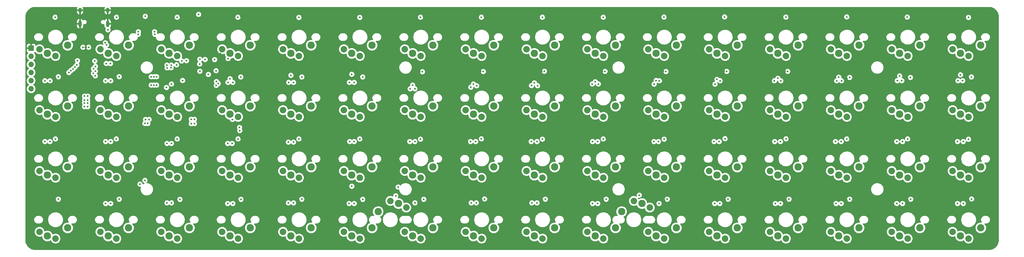
<source format=gbr>
%TF.GenerationSoftware,KiCad,Pcbnew,7.0.7*%
%TF.CreationDate,2023-10-11T09:13:37-04:00*%
%TF.ProjectId,HardLight,48617264-4c69-4676-9874-2e6b69636164,Mark 2 Rev F*%
%TF.SameCoordinates,Original*%
%TF.FileFunction,Copper,L3,Inr*%
%TF.FilePolarity,Positive*%
%FSLAX46Y46*%
G04 Gerber Fmt 4.6, Leading zero omitted, Abs format (unit mm)*
G04 Created by KiCad (PCBNEW 7.0.7) date 2023-10-11 09:13:37*
%MOMM*%
%LPD*%
G01*
G04 APERTURE LIST*
%TA.AperFunction,ComponentPad*%
%ADD10C,2.286000*%
%TD*%
%TA.AperFunction,ComponentPad*%
%ADD11C,2.032000*%
%TD*%
%TA.AperFunction,ComponentPad*%
%ADD12O,1.000000X1.600000*%
%TD*%
%TA.AperFunction,ComponentPad*%
%ADD13O,1.000000X2.100000*%
%TD*%
%TA.AperFunction,ComponentPad*%
%ADD14R,1.700000X1.700000*%
%TD*%
%TA.AperFunction,ComponentPad*%
%ADD15O,1.700000X1.700000*%
%TD*%
%TA.AperFunction,ViaPad*%
%ADD16C,0.600000*%
%TD*%
%TA.AperFunction,ViaPad*%
%ADD17C,0.800000*%
%TD*%
G04 APERTURE END LIST*
D10*
%TO.N,14*%
%TO.C,K2*%
X55403750Y-86042500D03*
D11*
X52943750Y-84762500D03*
D10*
%TO.N,Net-(D2-A)*%
X61753750Y-83502500D03*
D11*
X57943750Y-86862500D03*
%TD*%
D10*
%TO.N,13*%
%TO.C,K3*%
X74453750Y-86029800D03*
D11*
X71993750Y-84749800D03*
D10*
%TO.N,Net-(D3-A)*%
X80803750Y-83489800D03*
D11*
X76993750Y-86849800D03*
%TD*%
D10*
%TO.N,10*%
%TO.C,K6*%
X131603750Y-86042500D03*
D11*
X129143750Y-84762500D03*
D10*
%TO.N,Net-(D6-A)*%
X137953750Y-83502500D03*
D11*
X134143750Y-86862500D03*
%TD*%
D10*
%TO.N,9*%
%TO.C,K7*%
X150653750Y-86042500D03*
D11*
X148193750Y-84762500D03*
D10*
%TO.N,Net-(D7-A)*%
X157003750Y-83502500D03*
D11*
X153193750Y-86862500D03*
%TD*%
D10*
%TO.N,8*%
%TO.C,K8*%
X169703750Y-86042500D03*
D11*
X167243750Y-84762500D03*
D10*
%TO.N,Net-(D8-A)*%
X176053750Y-83502500D03*
D11*
X172243750Y-86862500D03*
%TD*%
D10*
%TO.N,7*%
%TO.C,K9*%
X188753750Y-86042500D03*
D11*
X186293750Y-84762500D03*
D10*
%TO.N,Net-(D9-A)*%
X195103750Y-83502500D03*
D11*
X191293750Y-86862500D03*
%TD*%
D10*
%TO.N,6*%
%TO.C,K10*%
X207803750Y-86042500D03*
D11*
X205343750Y-84762500D03*
D10*
%TO.N,Net-(D10-A)*%
X214153750Y-83502500D03*
D11*
X210343750Y-86862500D03*
%TD*%
D10*
%TO.N,5*%
%TO.C,K11*%
X226853750Y-86042500D03*
D11*
X224393750Y-84762500D03*
D10*
%TO.N,Net-(D11-A)*%
X233203750Y-83502500D03*
D11*
X229393750Y-86862500D03*
%TD*%
D10*
%TO.N,4*%
%TO.C,K12*%
X245903750Y-86042500D03*
D11*
X243443750Y-84762500D03*
D10*
%TO.N,Net-(D12-A)*%
X252253750Y-83502500D03*
D11*
X248443750Y-86862500D03*
%TD*%
D10*
%TO.N,3*%
%TO.C,K13*%
X264953750Y-86042500D03*
D11*
X262493750Y-84762500D03*
D10*
%TO.N,Net-(D13-A)*%
X271303750Y-83502500D03*
D11*
X267493750Y-86862500D03*
%TD*%
D10*
%TO.N,2*%
%TO.C,K14*%
X284003750Y-86042500D03*
D11*
X281543750Y-84762500D03*
D10*
%TO.N,Net-(D14-A)*%
X290353750Y-83502500D03*
D11*
X286543750Y-86862500D03*
%TD*%
D10*
%TO.N,1*%
%TO.C,K15*%
X303053750Y-86042500D03*
D11*
X300593750Y-84762500D03*
D10*
%TO.N,Net-(D15-A)*%
X309403750Y-83502500D03*
D11*
X305593750Y-86862500D03*
%TD*%
D10*
%TO.N,0*%
%TO.C,K16*%
X322103750Y-86042500D03*
D11*
X319643750Y-84762500D03*
D10*
%TO.N,Net-(D16-A)*%
X328453750Y-83502500D03*
D11*
X324643750Y-86862500D03*
%TD*%
D10*
%TO.N,15*%
%TO.C,K17*%
X36353750Y-105092500D03*
D11*
X33893750Y-103812500D03*
D10*
%TO.N,Net-(D17-A)*%
X42703750Y-102552500D03*
D11*
X38893750Y-105912500D03*
%TD*%
D10*
%TO.N,14*%
%TO.C,K18*%
X55403750Y-105092500D03*
D11*
X52943750Y-103812500D03*
D10*
%TO.N,Net-(D18-A)*%
X61753750Y-102552500D03*
D11*
X57943750Y-105912500D03*
%TD*%
D10*
%TO.N,13*%
%TO.C,K19*%
X74453750Y-105092500D03*
D11*
X71993750Y-103812500D03*
D10*
%TO.N,Net-(D19-A)*%
X80803750Y-102552500D03*
D11*
X76993750Y-105912500D03*
%TD*%
D10*
%TO.N,10*%
%TO.C,K22*%
X131603750Y-105092500D03*
D11*
X129143750Y-103812500D03*
D10*
%TO.N,Net-(D22-A)*%
X137953750Y-102552500D03*
D11*
X134143750Y-105912500D03*
%TD*%
D10*
%TO.N,9*%
%TO.C,K23*%
X150653750Y-105092500D03*
D11*
X148193750Y-103812500D03*
D10*
%TO.N,Net-(D23-A)*%
X157003750Y-102552500D03*
D11*
X153193750Y-105912500D03*
%TD*%
D10*
%TO.N,8*%
%TO.C,K24*%
X169703750Y-105092500D03*
D11*
X167243750Y-103812500D03*
D10*
%TO.N,Net-(D24-A)*%
X176053750Y-102552500D03*
D11*
X172243750Y-105912500D03*
%TD*%
D10*
%TO.N,7*%
%TO.C,K25*%
X188753750Y-105092500D03*
D11*
X186293750Y-103812500D03*
D10*
%TO.N,Net-(D25-A)*%
X195103750Y-102552500D03*
D11*
X191293750Y-105912500D03*
%TD*%
D10*
%TO.N,6*%
%TO.C,K26*%
X207803750Y-105092500D03*
D11*
X205343750Y-103812500D03*
D10*
%TO.N,Net-(D26-A)*%
X214153750Y-102552500D03*
D11*
X210343750Y-105912500D03*
%TD*%
D10*
%TO.N,5*%
%TO.C,K27*%
X226853750Y-105092500D03*
D11*
X224393750Y-103812500D03*
D10*
%TO.N,Net-(D27-A)*%
X233203750Y-102552500D03*
D11*
X229393750Y-105912500D03*
%TD*%
D10*
%TO.N,4*%
%TO.C,K28*%
X245903750Y-105092500D03*
D11*
X243443750Y-103812500D03*
D10*
%TO.N,Net-(D28-A)*%
X252253750Y-102552500D03*
D11*
X248443750Y-105912500D03*
%TD*%
D10*
%TO.N,3*%
%TO.C,K29*%
X264953750Y-105092500D03*
D11*
X262493750Y-103812500D03*
D10*
%TO.N,Net-(D29-A)*%
X271303750Y-102552500D03*
D11*
X267493750Y-105912500D03*
%TD*%
D10*
%TO.N,2*%
%TO.C,K30*%
X284003750Y-105092500D03*
D11*
X281543750Y-103812500D03*
D10*
%TO.N,Net-(D30-A)*%
X290353750Y-102552500D03*
D11*
X286543750Y-105912500D03*
%TD*%
D10*
%TO.N,1*%
%TO.C,K31*%
X303053750Y-105092500D03*
D11*
X300593750Y-103812500D03*
D10*
%TO.N,Net-(D31-A)*%
X309403750Y-102552500D03*
D11*
X305593750Y-105912500D03*
%TD*%
D10*
%TO.N,0*%
%TO.C,K32*%
X322103750Y-105092500D03*
D11*
X319643750Y-103812500D03*
D10*
%TO.N,Net-(D32-A)*%
X328453750Y-102552500D03*
D11*
X324643750Y-105912500D03*
%TD*%
D10*
%TO.N,15*%
%TO.C,K33*%
X36353750Y-124142500D03*
D11*
X33893750Y-122862500D03*
D10*
%TO.N,Net-(D33-A)*%
X42703750Y-121602500D03*
D11*
X38893750Y-124962500D03*
%TD*%
D10*
%TO.N,14*%
%TO.C,K34*%
X55403750Y-124142500D03*
D11*
X52943750Y-122862500D03*
D10*
%TO.N,Net-(D34-A)*%
X61753750Y-121602500D03*
D11*
X57943750Y-124962500D03*
%TD*%
D10*
%TO.N,13*%
%TO.C,K35*%
X74453750Y-124142500D03*
D11*
X71993750Y-122862500D03*
D10*
%TO.N,Net-(D35-A)*%
X80803750Y-121602500D03*
D11*
X76993750Y-124962500D03*
%TD*%
D10*
%TO.N,12*%
%TO.C,K36*%
X93503750Y-124142500D03*
D11*
X91043750Y-122862500D03*
D10*
%TO.N,Net-(D36-A)*%
X99853750Y-121602500D03*
D11*
X96043750Y-124962500D03*
%TD*%
D10*
%TO.N,11*%
%TO.C,K37*%
X112553750Y-124142500D03*
D11*
X110093750Y-122862500D03*
D10*
%TO.N,Net-(D37-A)*%
X118903750Y-121602500D03*
D11*
X115093750Y-124962500D03*
%TD*%
D10*
%TO.N,10*%
%TO.C,K38*%
X131603750Y-124142500D03*
D11*
X129143750Y-122862500D03*
D10*
%TO.N,Net-(D38-A)*%
X137953750Y-121602500D03*
D11*
X134143750Y-124962500D03*
%TD*%
D10*
%TO.N,9*%
%TO.C,K39*%
X150653750Y-124142500D03*
D11*
X148193750Y-122862500D03*
D10*
%TO.N,Net-(D39-A)*%
X157003750Y-121602500D03*
D11*
X153193750Y-124962500D03*
%TD*%
D10*
%TO.N,8*%
%TO.C,K40*%
X169703750Y-124142500D03*
D11*
X167243750Y-122862500D03*
D10*
%TO.N,Net-(D40-A)*%
X176053750Y-121602500D03*
D11*
X172243750Y-124962500D03*
%TD*%
D10*
%TO.N,7*%
%TO.C,K41*%
X188753750Y-124142500D03*
D11*
X186293750Y-122862500D03*
D10*
%TO.N,Net-(D41-A)*%
X195103750Y-121602500D03*
D11*
X191293750Y-124962500D03*
%TD*%
D10*
%TO.N,6*%
%TO.C,K42*%
X207803750Y-124142500D03*
D11*
X205343750Y-122862500D03*
D10*
%TO.N,Net-(D42-A)*%
X214153750Y-121602500D03*
D11*
X210343750Y-124962500D03*
%TD*%
D10*
%TO.N,5*%
%TO.C,K43*%
X226853750Y-124142500D03*
D11*
X224393750Y-122862500D03*
D10*
%TO.N,Net-(D43-A)*%
X233203750Y-121602500D03*
D11*
X229393750Y-124962500D03*
%TD*%
D10*
%TO.N,4*%
%TO.C,K44*%
X245903750Y-124142500D03*
D11*
X243443750Y-122862500D03*
D10*
%TO.N,Net-(D44-A)*%
X252253750Y-121602500D03*
D11*
X248443750Y-124962500D03*
%TD*%
D10*
%TO.N,3*%
%TO.C,K45*%
X264953750Y-124142500D03*
D11*
X262493750Y-122862500D03*
D10*
%TO.N,Net-(D45-A)*%
X271303750Y-121602500D03*
D11*
X267493750Y-124962500D03*
%TD*%
D10*
%TO.N,2*%
%TO.C,K46*%
X284003750Y-124142500D03*
D11*
X281543750Y-122862500D03*
D10*
%TO.N,Net-(D46-A)*%
X290353750Y-121602500D03*
D11*
X286543750Y-124962500D03*
%TD*%
D10*
%TO.N,1*%
%TO.C,K47*%
X303053750Y-124142500D03*
D11*
X300593750Y-122862500D03*
D10*
%TO.N,Net-(D47-A)*%
X309403750Y-121602500D03*
D11*
X305593750Y-124962500D03*
%TD*%
D10*
%TO.N,0*%
%TO.C,K48*%
X322103750Y-124142500D03*
D11*
X319643750Y-122862500D03*
D10*
%TO.N,Net-(D48-A)*%
X328453750Y-121602500D03*
D11*
X324643750Y-124962500D03*
%TD*%
D10*
%TO.N,15*%
%TO.C,K49*%
X36353750Y-143192500D03*
D11*
X33893750Y-141912500D03*
D10*
%TO.N,Net-(D49-A)*%
X42703750Y-140652500D03*
D11*
X38893750Y-144012500D03*
%TD*%
D10*
%TO.N,14*%
%TO.C,K50*%
X55403750Y-143192500D03*
D11*
X52943750Y-141912500D03*
D10*
%TO.N,Net-(D50-A)*%
X61753750Y-140652500D03*
D11*
X57943750Y-144012500D03*
%TD*%
D10*
%TO.N,13*%
%TO.C,K51*%
X74453750Y-143192500D03*
D11*
X71993750Y-141912500D03*
D10*
%TO.N,Net-(D51-A)*%
X80803750Y-140652500D03*
D11*
X76993750Y-144012500D03*
%TD*%
D10*
%TO.N,12*%
%TO.C,K52*%
X93503750Y-143192500D03*
D11*
X91043750Y-141912500D03*
D10*
%TO.N,Net-(D52-A)*%
X99853750Y-140652500D03*
D11*
X96043750Y-144012500D03*
%TD*%
D10*
%TO.N,11*%
%TO.C,K53*%
X112553750Y-143192500D03*
D11*
X110093750Y-141912500D03*
D10*
%TO.N,Net-(D53-A)*%
X118903750Y-140652500D03*
D11*
X115093750Y-144012500D03*
%TD*%
D10*
%TO.N,10*%
%TO.C,K54*%
X131603750Y-143192500D03*
D11*
X129143750Y-141912500D03*
D10*
%TO.N,Net-(D54-A)*%
X137953750Y-140652500D03*
D11*
X134143750Y-144012500D03*
%TD*%
D10*
%TO.N,9*%
%TO.C,K55*%
X150653750Y-143192500D03*
D11*
X148193750Y-141912500D03*
D10*
%TO.N,Net-(D55-A)*%
X157003750Y-140652500D03*
D11*
X153193750Y-144012500D03*
%TD*%
D10*
%TO.N,8*%
%TO.C,K56*%
X169703750Y-143192500D03*
D11*
X167243750Y-141912500D03*
D10*
%TO.N,Net-(D56-A)*%
X176053750Y-140652500D03*
D11*
X172243750Y-144012500D03*
%TD*%
D10*
%TO.N,7*%
%TO.C,K57*%
X188753750Y-143192500D03*
D11*
X186293750Y-141912500D03*
D10*
%TO.N,Net-(D57-A)*%
X195103750Y-140652500D03*
D11*
X191293750Y-144012500D03*
%TD*%
D10*
%TO.N,6*%
%TO.C,K58*%
X207803750Y-143192500D03*
D11*
X205343750Y-141912500D03*
D10*
%TO.N,Net-(D58-A)*%
X214153750Y-140652500D03*
D11*
X210343750Y-144012500D03*
%TD*%
D10*
%TO.N,5*%
%TO.C,K59*%
X226853750Y-143192500D03*
D11*
X224393750Y-141912500D03*
D10*
%TO.N,Net-(D59-A)*%
X233203750Y-140652500D03*
D11*
X229393750Y-144012500D03*
%TD*%
D10*
%TO.N,4*%
%TO.C,K60*%
X245903750Y-143192500D03*
D11*
X243443750Y-141912500D03*
D10*
%TO.N,Net-(D60-A)*%
X252253750Y-140652500D03*
D11*
X248443750Y-144012500D03*
%TD*%
D10*
%TO.N,3*%
%TO.C,K61*%
X264953750Y-143192500D03*
D11*
X262493750Y-141912500D03*
D10*
%TO.N,Net-(D61-A)*%
X271303750Y-140652500D03*
D11*
X267493750Y-144012500D03*
%TD*%
D10*
%TO.N,2*%
%TO.C,K62*%
X284003750Y-143192500D03*
D11*
X281543750Y-141912500D03*
D10*
%TO.N,Net-(D62-A)*%
X290353750Y-140652500D03*
D11*
X286543750Y-144012500D03*
%TD*%
D10*
%TO.N,1*%
%TO.C,K63*%
X303053750Y-143192500D03*
D11*
X300593750Y-141912500D03*
D10*
%TO.N,Net-(D63-A)*%
X309403750Y-140652500D03*
D11*
X305593750Y-144012500D03*
%TD*%
D10*
%TO.N,0*%
%TO.C,K64*%
X322103750Y-143192500D03*
D11*
X319643750Y-141912500D03*
D10*
%TO.N,Net-(D64-A)*%
X328453750Y-140652500D03*
D11*
X324643750Y-144012500D03*
%TD*%
D10*
%TO.N,15*%
%TO.C,K1*%
X36353750Y-86042500D03*
D11*
X33893750Y-84762500D03*
D10*
%TO.N,Net-(D1-A)*%
X42703750Y-83502500D03*
D11*
X38893750Y-86862500D03*
%TD*%
D10*
%TO.N,12*%
%TO.C,K4*%
X93503750Y-86042500D03*
D11*
X91043750Y-84762500D03*
D10*
%TO.N,Net-(D4-A)*%
X99853750Y-83502500D03*
D11*
X96043750Y-86862500D03*
%TD*%
D10*
%TO.N,11*%
%TO.C,K5*%
X112553750Y-86042500D03*
D11*
X110093750Y-84762500D03*
D10*
%TO.N,Net-(D5-A)*%
X118903750Y-83502500D03*
D11*
X115093750Y-86862500D03*
%TD*%
D10*
%TO.N,11*%
%TO.C,K21*%
X112553750Y-105092500D03*
D11*
X110093750Y-103812500D03*
D10*
%TO.N,Net-(D21-A)*%
X118903750Y-102552500D03*
D11*
X115093750Y-105912500D03*
%TD*%
D10*
%TO.N,12*%
%TO.C,K20*%
X93503750Y-105092500D03*
D11*
X91043750Y-103812500D03*
D10*
%TO.N,Net-(D20-A)*%
X99853750Y-102552500D03*
D11*
X96043750Y-105912500D03*
%TD*%
D10*
%TO.N,10*%
%TO.C,K54.1*%
X146208750Y-133032500D03*
D11*
X148668750Y-134312500D03*
D10*
%TO.N,Net-(D54-A)*%
X139858750Y-135572500D03*
D11*
X143668750Y-132212500D03*
%TD*%
D10*
%TO.N,6*%
%TO.C,K58.1*%
X222408750Y-133032500D03*
D11*
X224868750Y-134312500D03*
D10*
%TO.N,Net-(D58-A)*%
X216058750Y-135572500D03*
D11*
X219868750Y-132212500D03*
%TD*%
D12*
%TO.N,GND*%
%TO.C,J0*%
X46548750Y-72587500D03*
D13*
X46548750Y-76767500D03*
D12*
X55188750Y-72587500D03*
D13*
X55188750Y-76767500D03*
%TD*%
D14*
%TO.N,GND*%
%TO.C,J2*%
X31268750Y-84417500D03*
D15*
%TO.N,22*%
X31268750Y-86957500D03*
%TO.N,21*%
X31268750Y-89497500D03*
%TO.N,20*%
X31268750Y-92037500D03*
%TO.N,19*%
X31268750Y-94577500D03*
%TO.N,18*%
X31268750Y-97117500D03*
%TD*%
D16*
%TO.N,GND*%
X49968750Y-86637500D03*
X39668750Y-74387500D03*
X49968750Y-100637500D03*
X39768750Y-112487500D03*
X192168750Y-74387500D03*
X154018750Y-112537500D03*
X287418750Y-112487500D03*
X49968750Y-87737500D03*
X46968750Y-101737500D03*
D17*
X190918750Y-91587500D03*
D16*
X86868750Y-74837500D03*
D17*
X84268750Y-97912500D03*
D16*
X135018750Y-112487500D03*
X96868750Y-74387500D03*
X267518750Y-132037500D03*
X306468750Y-112487500D03*
D17*
X89498750Y-97887500D03*
X52872684Y-79342810D03*
D16*
X96918750Y-112487500D03*
X287418750Y-74287500D03*
X324668750Y-131987500D03*
X86518750Y-90487500D03*
X230268750Y-112537500D03*
X249318750Y-112387500D03*
X211218750Y-112487500D03*
X46968750Y-86637500D03*
D17*
X90168750Y-111337500D03*
D16*
X286518750Y-93787500D03*
D17*
X86768750Y-100437500D03*
D16*
X154018750Y-74387500D03*
X57918750Y-93687500D03*
D17*
X45857169Y-81624178D03*
X48368750Y-84137500D03*
X65968750Y-73862500D03*
D16*
X49968750Y-88837500D03*
X49968750Y-101737500D03*
D17*
X86868750Y-83037500D03*
D16*
X192168750Y-112537500D03*
D17*
X267018750Y-91687500D03*
D16*
X57918750Y-132037500D03*
X173068750Y-112437500D03*
X135018750Y-74437500D03*
X58818750Y-112487500D03*
X153218750Y-132087500D03*
D17*
X94203250Y-91637500D03*
X66428750Y-111337500D03*
D16*
X49968750Y-102837500D03*
X305518750Y-93787500D03*
X115068750Y-93787500D03*
X134118750Y-132087500D03*
X305618750Y-132037500D03*
X249318750Y-74287500D03*
X191268750Y-132037500D03*
X134118750Y-93787500D03*
D17*
X171768750Y-91687500D03*
X152718750Y-91787500D03*
D16*
X230218750Y-74337500D03*
X210318750Y-132037500D03*
X306468750Y-74337500D03*
D17*
X78518750Y-91837000D03*
D16*
X115068750Y-132037500D03*
D17*
X102518750Y-111437500D03*
D16*
X46968750Y-102837500D03*
X115968750Y-74437500D03*
X38868750Y-93737500D03*
D17*
X209868750Y-91687500D03*
D16*
X58868750Y-74387500D03*
X48468750Y-92337500D03*
X77868750Y-112487500D03*
X115968750Y-112487500D03*
X38868750Y-132037500D03*
D17*
X83693000Y-83137500D03*
X76268750Y-96487500D03*
D16*
X86868750Y-76237500D03*
X76918750Y-132087500D03*
X229418750Y-132037500D03*
X173068750Y-74387500D03*
X286518750Y-132037500D03*
X86868750Y-77637500D03*
X248468750Y-132037500D03*
X96018750Y-132087500D03*
X46968750Y-87737500D03*
X46968750Y-88837500D03*
X325518750Y-74437500D03*
D17*
X247989250Y-91687500D03*
D16*
X325518750Y-112587500D03*
X268418750Y-74387500D03*
D17*
X80868750Y-86637500D03*
D16*
X268418750Y-112437500D03*
X77868750Y-74387500D03*
X172268750Y-131987500D03*
D17*
X90394290Y-86298816D03*
D16*
X46968750Y-100637500D03*
X211218750Y-74387500D03*
D17*
X228918750Y-91737500D03*
D16*
X324618750Y-93787500D03*
X95968750Y-93787500D03*
%TO.N,~{RESET}*%
X94268750Y-106747500D03*
X96458750Y-109227500D03*
%TO.N,DB+*%
X69868750Y-79287500D03*
X49268750Y-84137500D03*
X64818750Y-79287500D03*
X54468750Y-82737500D03*
%TO.N,DB-*%
X69968750Y-80087500D03*
X47468750Y-84137500D03*
X64768750Y-80087500D03*
X54868750Y-83437500D03*
%TO.N,0*%
X322093750Y-92762500D03*
%TO.N,1*%
X303053750Y-93112500D03*
%TO.N,2*%
X284003750Y-93487500D03*
%TO.N,3*%
X264953750Y-93837500D03*
%TO.N,4*%
X245903750Y-94187500D03*
%TO.N,5*%
X226853750Y-94537500D03*
%TO.N,6*%
X207803750Y-94937500D03*
%TO.N,7*%
X188753750Y-95287500D03*
%TO.N,8*%
X169703750Y-95637500D03*
%TO.N,9*%
X150653750Y-95987500D03*
%TO.N,10*%
X146118750Y-127887500D03*
X131618750Y-127637500D03*
X131603750Y-92587500D03*
%TO.N,11*%
X112553750Y-92937500D03*
%TO.N,12*%
X93503750Y-93987500D03*
%TO.N,13*%
X89248750Y-94857500D03*
%TO.N,14*%
X75118750Y-89737997D03*
X89818750Y-95487500D03*
X73768750Y-89710389D03*
%TO.N,15*%
X56068750Y-89237500D03*
X89199718Y-96072857D03*
X54768750Y-89227500D03*
X73818750Y-90587500D03*
X75061000Y-90545250D03*
%TO.N,18*%
X43068750Y-92037500D03*
X51318750Y-93087500D03*
%TO.N,19*%
X50748660Y-92330130D03*
X43668750Y-91437500D03*
%TO.N,20*%
X44368750Y-90937500D03*
X51368750Y-91615823D03*
%TO.N,23*%
X70525000Y-93356250D03*
X70525000Y-95981250D03*
X67768750Y-107987500D03*
X65318750Y-126987500D03*
X68173775Y-106737500D03*
X66868750Y-125787500D03*
%TO.N,24*%
X67068750Y-106737500D03*
X66868750Y-107987500D03*
X69681250Y-93356250D03*
X69681250Y-95981250D03*
%TO.N,26{slash}A0*%
X51168750Y-88437500D03*
X45768750Y-88337500D03*
X78368750Y-88437500D03*
X79868750Y-88337500D03*
X83993750Y-89387500D03*
X92880971Y-87699721D03*
X76768750Y-89637500D03*
%TO.N,27{slash}A1*%
X55318750Y-78687500D03*
%TO.N,+3V3*%
X229918750Y-91737500D03*
X84058750Y-87887500D03*
X47968750Y-102737500D03*
X306418750Y-93587500D03*
X115068750Y-74787500D03*
X248418750Y-112737500D03*
X39768750Y-93387500D03*
X287418750Y-131687500D03*
X76968750Y-74737500D03*
X286518750Y-74637500D03*
X153118750Y-112887500D03*
X135018750Y-93437500D03*
X47968750Y-100637500D03*
X154118750Y-131737500D03*
X96918750Y-131737500D03*
X77818750Y-131737500D03*
X210868750Y-91687500D03*
X38768750Y-74737500D03*
X248268750Y-74637500D03*
X248959250Y-91687500D03*
X48968750Y-102737500D03*
X268418750Y-131687500D03*
X58818750Y-131687500D03*
X134118750Y-112837500D03*
X85728750Y-87967500D03*
X83668750Y-73837500D03*
X48968750Y-99437500D03*
X306518750Y-131687500D03*
X66968750Y-74437500D03*
X96868750Y-93437500D03*
X172168750Y-112787500D03*
X153118750Y-74737500D03*
X325568750Y-131637500D03*
X76968750Y-112837500D03*
X38868750Y-112837500D03*
X48968750Y-101637500D03*
X115968750Y-131687500D03*
X325518750Y-93437500D03*
X57968750Y-74737500D03*
X192168750Y-131687500D03*
X39768750Y-131687500D03*
X95968750Y-74737500D03*
X324618750Y-112937500D03*
X135018750Y-131737500D03*
X58818750Y-93337500D03*
X229368750Y-112887500D03*
X172168750Y-74737500D03*
X96558750Y-110227500D03*
X287418750Y-93587500D03*
X57918750Y-112837500D03*
X229318750Y-74687500D03*
X324618750Y-74787500D03*
X89138750Y-91487500D03*
X48968750Y-100637500D03*
X305568750Y-112837500D03*
X249368750Y-131687500D03*
X230318750Y-131687500D03*
X96018750Y-112837500D03*
X134118750Y-74787500D03*
X286518750Y-112837500D03*
X88668750Y-87987500D03*
X267468750Y-74687500D03*
X47968750Y-101637500D03*
X210318750Y-74737500D03*
X115068750Y-112837500D03*
X210318750Y-112837500D03*
X211218750Y-131687500D03*
X173168750Y-131637500D03*
X305418750Y-74687500D03*
X267518750Y-112787500D03*
X78668750Y-94537500D03*
X172768750Y-91737500D03*
X191868750Y-91637500D03*
X153718750Y-91787500D03*
X84068750Y-91637500D03*
X191268750Y-112887500D03*
X86718750Y-92637500D03*
X115968750Y-93437500D03*
X268018750Y-91687500D03*
X47968750Y-99437500D03*
X191268750Y-74737500D03*
%TO.N,25*%
X68837500Y-95981250D03*
X68837500Y-93356250D03*
%TO.N,17*%
X81368750Y-108037500D03*
X81368750Y-106687500D03*
%TO.N,16*%
X82358750Y-108027500D03*
X82368750Y-106687500D03*
%TO.N,21*%
X44968750Y-90337500D03*
X50771543Y-90860593D03*
%TO.N,22*%
X51368750Y-90137500D03*
X45568750Y-89675933D03*
%TO.N,Net-(LD17-DOUT)*%
X37168750Y-94637500D03*
X35568750Y-94637500D03*
X37168750Y-113637500D03*
X35568750Y-113637500D03*
%TO.N,Net-(LD17-DIN)*%
X54568750Y-94637500D03*
X56168750Y-94637500D03*
%TO.N,Net-(LD18-DIN)*%
X75168750Y-95637500D03*
X73618750Y-96731250D03*
%TO.N,Net-(LD19-DIN)*%
X92868750Y-95137500D03*
X94368750Y-95137500D03*
%TO.N,Net-(LD20-DIN)*%
X111868750Y-95137500D03*
X113368750Y-95137500D03*
%TO.N,Net-(LD21-DIN)*%
X130868750Y-95137500D03*
X132368750Y-95137500D03*
%TO.N,Net-(LD22-DIN)*%
X151368750Y-97137500D03*
X149868750Y-97137500D03*
%TO.N,Net-(LD23-DIN)*%
X168868750Y-96637500D03*
X170694881Y-96195456D03*
%TO.N,Net-(LD24-DIN)*%
X187868750Y-96137500D03*
X189738467Y-96174724D03*
%TO.N,Net-(LD25-DIN)*%
X208769248Y-95637500D03*
X206868750Y-95637500D03*
%TO.N,Net-(LD26-DIN)*%
X226229250Y-95687500D03*
X227868750Y-94637500D03*
%TO.N,Net-(LD27-DIN)*%
X246868750Y-94637500D03*
X245279250Y-95687500D03*
%TO.N,Net-(LD28-DIN)*%
X265868750Y-94637500D03*
X263868750Y-94637500D03*
%TO.N,Net-(LD29-DIN)*%
X284868750Y-94637500D03*
X283368750Y-94637500D03*
%TO.N,Net-(LD30-DIN)*%
X302318750Y-94587500D03*
X303718750Y-94587500D03*
%TO.N,Net-(LD31-DIN)*%
X321318750Y-94587500D03*
X322768750Y-94587500D03*
%TO.N,Net-(LD33-DOUT)*%
X56168750Y-113637500D03*
X54568750Y-113637500D03*
%TO.N,Net-(LD34-DOUT)*%
X73768750Y-114237500D03*
X75168750Y-114237500D03*
%TO.N,Net-(LD35-DOUT)*%
X92768750Y-114237500D03*
X94168750Y-114237500D03*
%TO.N,Net-(LD36-DOUT)*%
X111768750Y-113837500D03*
X113368750Y-113837500D03*
%TO.N,Net-(LD37-DOUT)*%
X130968750Y-113637500D03*
X132368750Y-113637500D03*
%TO.N,Net-(LD38-DOUT)*%
X151368750Y-113637500D03*
X149768750Y-113637500D03*
%TO.N,Net-(LD39-DOUT)*%
X168768750Y-113637500D03*
X170368750Y-113637500D03*
%TO.N,Net-(LD40-DOUT)*%
X189568750Y-113637500D03*
X187768750Y-113637500D03*
%TO.N,Net-(LD41-DOUT)*%
X208568750Y-113637500D03*
X206968750Y-113637500D03*
%TO.N,Net-(LD42-DOUT)*%
X227568750Y-113637500D03*
X226168750Y-113637500D03*
%TO.N,Net-(LD43-DOUT)*%
X246568750Y-113637500D03*
X244968750Y-113637500D03*
%TO.N,Net-(LD44-DOUT)*%
X263968750Y-113637500D03*
X265768750Y-113637500D03*
%TO.N,Net-(LD45-DOUT)*%
X284768750Y-113637500D03*
X282968750Y-113637500D03*
%TO.N,Net-(LD46-DOUT)*%
X302168750Y-113637500D03*
X303968750Y-113637500D03*
%TO.N,Net-(LD47-DOUT)*%
X321168750Y-113637500D03*
X322968750Y-113637500D03*
%TO.N,Net-(LD49-DIN)*%
X56168750Y-133037500D03*
X54568750Y-133037500D03*
%TO.N,Net-(LD50-DIN)*%
X73768750Y-132837500D03*
X75168750Y-132837500D03*
%TO.N,Net-(LD51-DIN)*%
X94368750Y-133037500D03*
X92768750Y-133037500D03*
%TO.N,Net-(LD52-DIN)*%
X111768750Y-132837500D03*
X113368750Y-132837500D03*
%TO.N,Net-(LD53-DIN)*%
X132368750Y-133037500D03*
X130768750Y-133037500D03*
%TO.N,Net-(LD54-DIN)*%
X151368750Y-132837500D03*
X145368750Y-130637500D03*
%TO.N,Net-(LD55-DIN)*%
X168968750Y-132837500D03*
X170568750Y-132837500D03*
%TO.N,Net-(LD56-DIN)*%
X189568750Y-132837500D03*
X187968750Y-132837500D03*
%TO.N,Net-(LD57-DIN)*%
X208568750Y-133037500D03*
X206968750Y-133037500D03*
%TO.N,Net-(LD58-DIN)*%
X227768750Y-133037500D03*
X221568750Y-130437500D03*
%TO.N,Net-(LD59-DIN)*%
X245168750Y-133037500D03*
X246768750Y-133037500D03*
%TO.N,Net-(LD60-DIN)*%
X264168750Y-133037500D03*
X265768750Y-133037500D03*
%TO.N,Net-(LD61-DIN)*%
X284768750Y-133037500D03*
X283168750Y-133037500D03*
%TO.N,Net-(LD62-DIN)*%
X302168750Y-133037500D03*
X303968750Y-133037500D03*
%TO.N,Net-(LD63-DIN)*%
X321168750Y-133037500D03*
X322968750Y-133037500D03*
%TD*%
%TA.AperFunction,Conductor*%
%TO.N,GND*%
G36*
X45682090Y-71533002D02*
G01*
X45728583Y-71586658D01*
X45738687Y-71656932D01*
X45711370Y-71718932D01*
X45706573Y-71724776D01*
X45612975Y-71899885D01*
X45612969Y-71899900D01*
X45555335Y-72089893D01*
X45555333Y-72089905D01*
X45540750Y-72237973D01*
X45540750Y-72333500D01*
X46122750Y-72333500D01*
X46190871Y-72353502D01*
X46237364Y-72407158D01*
X46248750Y-72459500D01*
X46248750Y-72715500D01*
X46228748Y-72783621D01*
X46175092Y-72830114D01*
X46122750Y-72841500D01*
X45540750Y-72841500D01*
X45540750Y-72937026D01*
X45555333Y-73085094D01*
X45555335Y-73085106D01*
X45612969Y-73275099D01*
X45612975Y-73275114D01*
X45706574Y-73450224D01*
X45832538Y-73603711D01*
X45986025Y-73729675D01*
X46161138Y-73823275D01*
X46294750Y-73863805D01*
X46294750Y-73293988D01*
X46314752Y-73225867D01*
X46368408Y-73179374D01*
X46438682Y-73169270D01*
X46455214Y-73172794D01*
X46520590Y-73191395D01*
X46632271Y-73181046D01*
X46632273Y-73181044D01*
X46642266Y-73178202D01*
X46713260Y-73178797D01*
X46772663Y-73217680D01*
X46801613Y-73282505D01*
X46802750Y-73299391D01*
X46802750Y-73863805D01*
X46936361Y-73823275D01*
X47111474Y-73729675D01*
X47264961Y-73603711D01*
X47390925Y-73450224D01*
X47484524Y-73275114D01*
X47484530Y-73275099D01*
X47542164Y-73085106D01*
X47542166Y-73085094D01*
X47556749Y-72937026D01*
X47556750Y-72937008D01*
X47556750Y-72841500D01*
X46974750Y-72841500D01*
X46906629Y-72821498D01*
X46860136Y-72767842D01*
X46848750Y-72715500D01*
X46848750Y-72459500D01*
X46868752Y-72391379D01*
X46922408Y-72344886D01*
X46974750Y-72333500D01*
X47556750Y-72333500D01*
X47556750Y-72237991D01*
X47556749Y-72237973D01*
X47542166Y-72089905D01*
X47542164Y-72089893D01*
X47484530Y-71899900D01*
X47484524Y-71899885D01*
X47390926Y-71724776D01*
X47386130Y-71718932D01*
X47358378Y-71653584D01*
X47370361Y-71583606D01*
X47418275Y-71531215D01*
X47483531Y-71513000D01*
X54253969Y-71513000D01*
X54322090Y-71533002D01*
X54368583Y-71586658D01*
X54378687Y-71656932D01*
X54351370Y-71718932D01*
X54346573Y-71724776D01*
X54252975Y-71899885D01*
X54252969Y-71899900D01*
X54195335Y-72089893D01*
X54195333Y-72089905D01*
X54180750Y-72237973D01*
X54180750Y-72333500D01*
X54762750Y-72333500D01*
X54830871Y-72353502D01*
X54877364Y-72407158D01*
X54888750Y-72459500D01*
X54888750Y-72715500D01*
X54868748Y-72783621D01*
X54815092Y-72830114D01*
X54762750Y-72841500D01*
X54180750Y-72841500D01*
X54180750Y-72937026D01*
X54195333Y-73085094D01*
X54195335Y-73085106D01*
X54252969Y-73275099D01*
X54252975Y-73275114D01*
X54346574Y-73450224D01*
X54472538Y-73603711D01*
X54626025Y-73729675D01*
X54801138Y-73823275D01*
X54934750Y-73863805D01*
X54934750Y-73293988D01*
X54954752Y-73225867D01*
X55008408Y-73179374D01*
X55078682Y-73169270D01*
X55095214Y-73172794D01*
X55160590Y-73191395D01*
X55272271Y-73181046D01*
X55272273Y-73181044D01*
X55282266Y-73178202D01*
X55353260Y-73178797D01*
X55412663Y-73217680D01*
X55441613Y-73282505D01*
X55442750Y-73299391D01*
X55442750Y-73863805D01*
X55576361Y-73823275D01*
X55751474Y-73729675D01*
X55904961Y-73603711D01*
X56030925Y-73450224D01*
X56124524Y-73275114D01*
X56124530Y-73275099D01*
X56182164Y-73085106D01*
X56182166Y-73085094D01*
X56196749Y-72937026D01*
X56196750Y-72937008D01*
X56196750Y-72841500D01*
X55614750Y-72841500D01*
X55546629Y-72821498D01*
X55500136Y-72767842D01*
X55488750Y-72715500D01*
X55488750Y-72459500D01*
X55508752Y-72391379D01*
X55562408Y-72344886D01*
X55614750Y-72333500D01*
X56196750Y-72333500D01*
X56196750Y-72237991D01*
X56196749Y-72237973D01*
X56182166Y-72089905D01*
X56182164Y-72089893D01*
X56124530Y-71899900D01*
X56124524Y-71899885D01*
X56030926Y-71724776D01*
X56026130Y-71718932D01*
X55998378Y-71653584D01*
X56010361Y-71583606D01*
X56058275Y-71531215D01*
X56123531Y-71513000D01*
X330992103Y-71513000D01*
X330995378Y-71513085D01*
X331314456Y-71529812D01*
X331320972Y-71530497D01*
X331634906Y-71580224D01*
X331641347Y-71581592D01*
X331948343Y-71663856D01*
X331954613Y-71665894D01*
X332251334Y-71779798D01*
X332257352Y-71782477D01*
X332540547Y-71926777D01*
X332546225Y-71930055D01*
X332792368Y-72089905D01*
X332812791Y-72103168D01*
X332818129Y-72107047D01*
X333065122Y-72307061D01*
X333070026Y-72311476D01*
X333294755Y-72536209D01*
X333299171Y-72541113D01*
X333499180Y-72788107D01*
X333503059Y-72793446D01*
X333596288Y-72937008D01*
X333676143Y-73059976D01*
X333676156Y-73059995D01*
X333679455Y-73065710D01*
X333823739Y-73348889D01*
X333826423Y-73354917D01*
X333896379Y-73537160D01*
X333937500Y-73644284D01*
X333940317Y-73651621D01*
X333942356Y-73657897D01*
X334024614Y-73964892D01*
X334025986Y-73971347D01*
X334075704Y-74285259D01*
X334076394Y-74291822D01*
X334079170Y-74344781D01*
X334093164Y-74611828D01*
X334093250Y-74615094D01*
X334093250Y-144460856D01*
X334093164Y-144464128D01*
X334082452Y-144668546D01*
X334076444Y-144783182D01*
X334075754Y-144789745D01*
X334026035Y-145103662D01*
X334024663Y-145110117D01*
X333942403Y-145417117D01*
X333940364Y-145423392D01*
X333826469Y-145720104D01*
X333823785Y-145726132D01*
X333679498Y-146009314D01*
X333676199Y-146015029D01*
X333503099Y-146281582D01*
X333499220Y-146286921D01*
X333299208Y-146533920D01*
X333294792Y-146538824D01*
X333070059Y-146763560D01*
X333065155Y-146767975D01*
X332818162Y-146967989D01*
X332812824Y-146971868D01*
X332546269Y-147144976D01*
X332540554Y-147148275D01*
X332257382Y-147292562D01*
X332251354Y-147295246D01*
X331954630Y-147409152D01*
X331948354Y-147411191D01*
X331641363Y-147493454D01*
X331634908Y-147494826D01*
X331321001Y-147544549D01*
X331314438Y-147545238D01*
X331126816Y-147555074D01*
X330996331Y-147561914D01*
X330993057Y-147562000D01*
X32545394Y-147562000D01*
X32542121Y-147561914D01*
X32296584Y-147549046D01*
X32223069Y-147545194D01*
X32216506Y-147544504D01*
X31902590Y-147494784D01*
X31896136Y-147493412D01*
X31589141Y-147411154D01*
X31582865Y-147409115D01*
X31286155Y-147295218D01*
X31280127Y-147292534D01*
X30996941Y-147148244D01*
X30991226Y-147144944D01*
X30755836Y-146992080D01*
X30724675Y-146971844D01*
X30719350Y-146967975D01*
X30472333Y-146767945D01*
X30467443Y-146763540D01*
X30242709Y-146538806D01*
X30238305Y-146533917D01*
X30038272Y-146286896D01*
X30034404Y-146281572D01*
X29861305Y-146015023D01*
X29858005Y-146009308D01*
X29713715Y-145726122D01*
X29711031Y-145720094D01*
X29597130Y-145423373D01*
X29595095Y-145417108D01*
X29512837Y-145110113D01*
X29511465Y-145103659D01*
X29461745Y-144789743D01*
X29461056Y-144783194D01*
X29444335Y-144464128D01*
X29444250Y-144460856D01*
X29444250Y-141912500D01*
X32364536Y-141912500D01*
X32383363Y-142151721D01*
X32439380Y-142385051D01*
X32487869Y-142502113D01*
X32531210Y-142606749D01*
X32656590Y-142811349D01*
X32812432Y-142993818D01*
X32994901Y-143149660D01*
X33199501Y-143275040D01*
X33421197Y-143366869D01*
X33654528Y-143422887D01*
X33893750Y-143441714D01*
X34132972Y-143422887D01*
X34366303Y-143366869D01*
X34539768Y-143295017D01*
X34610355Y-143287429D01*
X34673842Y-143319208D01*
X34710069Y-143380266D01*
X34713594Y-143401539D01*
X34717538Y-143451643D01*
X34717539Y-143451650D01*
X34738737Y-143539947D01*
X34778222Y-143704418D01*
X34877701Y-143944582D01*
X35013528Y-144166230D01*
X35013529Y-144166232D01*
X35182351Y-144363898D01*
X35373232Y-144526925D01*
X35380021Y-144532723D01*
X35601666Y-144668548D01*
X35841830Y-144768027D01*
X36094600Y-144828711D01*
X36353750Y-144849107D01*
X36612900Y-144828711D01*
X36865670Y-144768027D01*
X37105834Y-144668548D01*
X37306688Y-144545463D01*
X37375220Y-144526925D01*
X37442897Y-144548381D01*
X37488230Y-144603020D01*
X37488931Y-144604678D01*
X37531210Y-144706749D01*
X37656590Y-144911349D01*
X37812432Y-145093818D01*
X37994901Y-145249660D01*
X38199501Y-145375040D01*
X38421197Y-145466869D01*
X38654528Y-145522887D01*
X38893750Y-145541714D01*
X39132972Y-145522887D01*
X39366303Y-145466869D01*
X39587999Y-145375040D01*
X39792599Y-145249660D01*
X39975068Y-145093818D01*
X40130910Y-144911349D01*
X40256290Y-144706749D01*
X40348119Y-144485053D01*
X40404137Y-144251722D01*
X40422964Y-144012500D01*
X40404137Y-143773278D01*
X40348119Y-143539947D01*
X40256290Y-143318251D01*
X40130910Y-143113651D01*
X39975068Y-142931182D01*
X39792599Y-142775340D01*
X39587999Y-142649960D01*
X39366303Y-142558131D01*
X39366301Y-142558130D01*
X39206686Y-142519810D01*
X39132972Y-142502113D01*
X38893750Y-142483286D01*
X38654528Y-142502113D01*
X38421198Y-142558130D01*
X38199502Y-142649959D01*
X38149534Y-142680580D01*
X38104416Y-142708229D01*
X38099654Y-142711147D01*
X38031120Y-142729685D01*
X37963444Y-142708229D01*
X37918111Y-142653589D01*
X37917440Y-142652003D01*
X37829798Y-142440416D01*
X37693973Y-142218771D01*
X37636708Y-142151722D01*
X37525148Y-142021101D01*
X37327482Y-141852279D01*
X37327480Y-141852278D01*
X37327479Y-141852277D01*
X37105834Y-141716452D01*
X36989496Y-141668263D01*
X36865668Y-141616972D01*
X36692754Y-141575460D01*
X36612900Y-141556289D01*
X36353750Y-141535893D01*
X36094600Y-141556289D01*
X35841831Y-141616972D01*
X35601662Y-141716453D01*
X35586371Y-141725824D01*
X35517838Y-141744361D01*
X35450161Y-141722903D01*
X35404829Y-141668263D01*
X35398024Y-141647817D01*
X35348119Y-141439947D01*
X35256290Y-141218251D01*
X35130910Y-141013651D01*
X34975068Y-140831182D01*
X34792599Y-140675340D01*
X34755326Y-140652499D01*
X41047143Y-140652499D01*
X41067539Y-140911649D01*
X41128222Y-141164418D01*
X41128223Y-141164420D01*
X41227702Y-141404584D01*
X41357854Y-141616972D01*
X41363528Y-141626230D01*
X41363529Y-141626232D01*
X41532351Y-141823898D01*
X41730017Y-141992720D01*
X41730021Y-141992723D01*
X41951666Y-142128548D01*
X42191830Y-142228027D01*
X42444600Y-142288711D01*
X42703750Y-142309107D01*
X42962900Y-142288711D01*
X43215670Y-142228027D01*
X43455834Y-142128548D01*
X43677479Y-141992723D01*
X43771408Y-141912500D01*
X51414536Y-141912500D01*
X51433363Y-142151721D01*
X51489380Y-142385051D01*
X51537869Y-142502113D01*
X51581210Y-142606749D01*
X51706590Y-142811349D01*
X51862432Y-142993818D01*
X52044901Y-143149660D01*
X52249501Y-143275040D01*
X52471197Y-143366869D01*
X52704528Y-143422887D01*
X52943750Y-143441714D01*
X53182972Y-143422887D01*
X53416303Y-143366869D01*
X53589768Y-143295017D01*
X53660355Y-143287429D01*
X53723842Y-143319208D01*
X53760069Y-143380266D01*
X53763594Y-143401539D01*
X53767538Y-143451643D01*
X53767539Y-143451650D01*
X53788737Y-143539947D01*
X53828222Y-143704418D01*
X53927701Y-143944582D01*
X54063528Y-144166230D01*
X54063529Y-144166232D01*
X54232351Y-144363898D01*
X54423232Y-144526925D01*
X54430021Y-144532723D01*
X54651666Y-144668548D01*
X54891830Y-144768027D01*
X55144600Y-144828711D01*
X55403750Y-144849107D01*
X55662900Y-144828711D01*
X55915670Y-144768027D01*
X56155834Y-144668548D01*
X56356688Y-144545463D01*
X56425220Y-144526925D01*
X56492897Y-144548381D01*
X56538230Y-144603020D01*
X56538931Y-144604678D01*
X56581210Y-144706749D01*
X56706590Y-144911349D01*
X56862432Y-145093818D01*
X57044901Y-145249660D01*
X57249501Y-145375040D01*
X57471197Y-145466869D01*
X57704528Y-145522887D01*
X57943750Y-145541714D01*
X58182972Y-145522887D01*
X58416303Y-145466869D01*
X58637999Y-145375040D01*
X58842599Y-145249660D01*
X59025068Y-145093818D01*
X59180910Y-144911349D01*
X59306290Y-144706749D01*
X59398119Y-144485053D01*
X59454137Y-144251722D01*
X59472964Y-144012500D01*
X59454137Y-143773278D01*
X59398119Y-143539947D01*
X59306290Y-143318251D01*
X59180910Y-143113651D01*
X59025068Y-142931182D01*
X58842599Y-142775340D01*
X58637999Y-142649960D01*
X58416303Y-142558131D01*
X58416301Y-142558130D01*
X58256686Y-142519810D01*
X58182972Y-142502113D01*
X57943750Y-142483286D01*
X57704528Y-142502113D01*
X57471198Y-142558130D01*
X57249502Y-142649959D01*
X57199534Y-142680580D01*
X57154416Y-142708229D01*
X57149654Y-142711147D01*
X57081120Y-142729685D01*
X57013444Y-142708229D01*
X56968111Y-142653589D01*
X56967440Y-142652003D01*
X56879798Y-142440416D01*
X56743973Y-142218771D01*
X56686708Y-142151722D01*
X56575148Y-142021101D01*
X56377482Y-141852279D01*
X56377480Y-141852278D01*
X56377479Y-141852277D01*
X56155834Y-141716452D01*
X56039496Y-141668263D01*
X55915668Y-141616972D01*
X55742754Y-141575460D01*
X55662900Y-141556289D01*
X55403750Y-141535893D01*
X55144600Y-141556289D01*
X54891831Y-141616972D01*
X54651662Y-141716453D01*
X54636371Y-141725824D01*
X54567838Y-141744361D01*
X54500161Y-141722903D01*
X54454829Y-141668263D01*
X54448024Y-141647817D01*
X54398119Y-141439947D01*
X54306290Y-141218251D01*
X54180910Y-141013651D01*
X54025068Y-140831182D01*
X53842599Y-140675340D01*
X53805328Y-140652500D01*
X60097143Y-140652500D01*
X60117539Y-140911649D01*
X60178222Y-141164418D01*
X60178223Y-141164420D01*
X60277702Y-141404584D01*
X60407854Y-141616972D01*
X60413528Y-141626230D01*
X60413529Y-141626232D01*
X60582351Y-141823898D01*
X60780017Y-141992720D01*
X60780021Y-141992723D01*
X61001666Y-142128548D01*
X61241830Y-142228027D01*
X61494600Y-142288711D01*
X61753750Y-142309107D01*
X62012900Y-142288711D01*
X62265670Y-142228027D01*
X62505834Y-142128548D01*
X62727479Y-141992723D01*
X62821408Y-141912500D01*
X70464536Y-141912500D01*
X70470850Y-141992721D01*
X70483363Y-142151721D01*
X70539380Y-142385051D01*
X70587869Y-142502113D01*
X70631210Y-142606749D01*
X70756590Y-142811349D01*
X70912432Y-142993818D01*
X71094901Y-143149660D01*
X71299501Y-143275040D01*
X71521197Y-143366869D01*
X71754528Y-143422887D01*
X71993750Y-143441714D01*
X72232972Y-143422887D01*
X72466303Y-143366869D01*
X72639768Y-143295017D01*
X72710355Y-143287429D01*
X72773842Y-143319208D01*
X72810069Y-143380266D01*
X72813594Y-143401539D01*
X72817538Y-143451643D01*
X72817539Y-143451650D01*
X72838737Y-143539947D01*
X72878222Y-143704418D01*
X72977701Y-143944582D01*
X73113528Y-144166230D01*
X73113529Y-144166232D01*
X73282351Y-144363898D01*
X73473232Y-144526925D01*
X73480021Y-144532723D01*
X73701666Y-144668548D01*
X73941830Y-144768027D01*
X74194600Y-144828711D01*
X74453750Y-144849107D01*
X74712900Y-144828711D01*
X74965670Y-144768027D01*
X75205834Y-144668548D01*
X75406688Y-144545463D01*
X75475220Y-144526925D01*
X75542897Y-144548381D01*
X75588230Y-144603020D01*
X75588931Y-144604678D01*
X75631210Y-144706749D01*
X75756590Y-144911349D01*
X75912432Y-145093818D01*
X76094901Y-145249660D01*
X76299501Y-145375040D01*
X76521197Y-145466869D01*
X76754528Y-145522887D01*
X76993750Y-145541714D01*
X77232972Y-145522887D01*
X77466303Y-145466869D01*
X77687999Y-145375040D01*
X77892599Y-145249660D01*
X78075068Y-145093818D01*
X78230910Y-144911349D01*
X78356290Y-144706749D01*
X78448119Y-144485053D01*
X78504137Y-144251722D01*
X78522964Y-144012500D01*
X78504137Y-143773278D01*
X78448119Y-143539947D01*
X78356290Y-143318251D01*
X78230910Y-143113651D01*
X78075068Y-142931182D01*
X77892599Y-142775340D01*
X77687999Y-142649960D01*
X77466303Y-142558131D01*
X77466301Y-142558130D01*
X77306686Y-142519810D01*
X77232972Y-142502113D01*
X76993750Y-142483286D01*
X76993749Y-142483286D01*
X76754528Y-142502113D01*
X76521198Y-142558130D01*
X76299502Y-142649959D01*
X76249534Y-142680580D01*
X76204416Y-142708229D01*
X76199654Y-142711147D01*
X76131120Y-142729685D01*
X76063444Y-142708229D01*
X76018111Y-142653589D01*
X76017440Y-142652003D01*
X75929798Y-142440416D01*
X75793973Y-142218771D01*
X75736708Y-142151722D01*
X75625148Y-142021101D01*
X75427482Y-141852279D01*
X75427480Y-141852278D01*
X75427479Y-141852277D01*
X75205834Y-141716452D01*
X75089496Y-141668263D01*
X74965668Y-141616972D01*
X74792754Y-141575460D01*
X74712900Y-141556289D01*
X74453750Y-141535893D01*
X74453749Y-141535893D01*
X74194600Y-141556289D01*
X73941831Y-141616972D01*
X73701662Y-141716453D01*
X73686371Y-141725824D01*
X73617838Y-141744361D01*
X73550161Y-141722903D01*
X73504829Y-141668263D01*
X73498024Y-141647817D01*
X73448119Y-141439947D01*
X73356290Y-141218251D01*
X73230910Y-141013651D01*
X73075068Y-140831182D01*
X72892599Y-140675340D01*
X72855328Y-140652500D01*
X79147143Y-140652500D01*
X79167539Y-140911649D01*
X79228222Y-141164418D01*
X79228223Y-141164420D01*
X79327702Y-141404584D01*
X79457854Y-141616972D01*
X79463528Y-141626230D01*
X79463529Y-141626232D01*
X79632351Y-141823898D01*
X79830017Y-141992720D01*
X79830021Y-141992723D01*
X80051666Y-142128548D01*
X80291830Y-142228027D01*
X80544600Y-142288711D01*
X80803750Y-142309107D01*
X81062900Y-142288711D01*
X81315670Y-142228027D01*
X81555834Y-142128548D01*
X81777479Y-141992723D01*
X81871408Y-141912500D01*
X89514536Y-141912500D01*
X89533363Y-142151721D01*
X89589380Y-142385051D01*
X89637869Y-142502113D01*
X89681210Y-142606749D01*
X89806590Y-142811349D01*
X89962432Y-142993818D01*
X90144901Y-143149660D01*
X90349501Y-143275040D01*
X90571197Y-143366869D01*
X90804528Y-143422887D01*
X91043750Y-143441714D01*
X91282972Y-143422887D01*
X91516303Y-143366869D01*
X91689768Y-143295017D01*
X91760355Y-143287429D01*
X91823842Y-143319208D01*
X91860069Y-143380266D01*
X91863594Y-143401539D01*
X91867538Y-143451643D01*
X91867539Y-143451650D01*
X91888737Y-143539947D01*
X91928222Y-143704418D01*
X92027701Y-143944582D01*
X92163528Y-144166230D01*
X92163529Y-144166232D01*
X92332351Y-144363898D01*
X92523232Y-144526925D01*
X92530021Y-144532723D01*
X92751666Y-144668548D01*
X92991830Y-144768027D01*
X93244600Y-144828711D01*
X93503750Y-144849107D01*
X93762900Y-144828711D01*
X94015670Y-144768027D01*
X94255834Y-144668548D01*
X94456688Y-144545463D01*
X94525220Y-144526925D01*
X94592897Y-144548381D01*
X94638230Y-144603020D01*
X94638931Y-144604678D01*
X94681210Y-144706749D01*
X94806590Y-144911349D01*
X94962432Y-145093818D01*
X95144901Y-145249660D01*
X95349501Y-145375040D01*
X95571197Y-145466869D01*
X95804528Y-145522887D01*
X96043750Y-145541714D01*
X96282972Y-145522887D01*
X96516303Y-145466869D01*
X96737999Y-145375040D01*
X96942599Y-145249660D01*
X97125068Y-145093818D01*
X97280910Y-144911349D01*
X97406290Y-144706749D01*
X97498119Y-144485053D01*
X97554137Y-144251722D01*
X97572964Y-144012500D01*
X97554137Y-143773278D01*
X97498119Y-143539947D01*
X97406290Y-143318251D01*
X97280910Y-143113651D01*
X97125068Y-142931182D01*
X96942599Y-142775340D01*
X96737999Y-142649960D01*
X96516303Y-142558131D01*
X96516301Y-142558130D01*
X96356686Y-142519810D01*
X96282972Y-142502113D01*
X96043750Y-142483286D01*
X95804528Y-142502113D01*
X95571198Y-142558130D01*
X95349502Y-142649959D01*
X95299534Y-142680580D01*
X95254416Y-142708229D01*
X95249654Y-142711147D01*
X95181120Y-142729685D01*
X95113444Y-142708229D01*
X95068111Y-142653589D01*
X95067440Y-142652003D01*
X94979798Y-142440416D01*
X94843973Y-142218771D01*
X94786708Y-142151722D01*
X94675148Y-142021101D01*
X94477482Y-141852279D01*
X94477480Y-141852278D01*
X94477479Y-141852277D01*
X94255834Y-141716452D01*
X94139496Y-141668263D01*
X94015668Y-141616972D01*
X93842754Y-141575460D01*
X93762900Y-141556289D01*
X93503750Y-141535893D01*
X93503749Y-141535893D01*
X93244600Y-141556289D01*
X92991831Y-141616972D01*
X92751662Y-141716453D01*
X92736371Y-141725824D01*
X92667838Y-141744361D01*
X92600161Y-141722903D01*
X92554829Y-141668263D01*
X92548024Y-141647817D01*
X92498119Y-141439947D01*
X92406290Y-141218251D01*
X92280910Y-141013651D01*
X92125068Y-140831182D01*
X91942599Y-140675340D01*
X91905326Y-140652499D01*
X98197143Y-140652499D01*
X98217539Y-140911649D01*
X98278222Y-141164418D01*
X98278223Y-141164420D01*
X98377702Y-141404584D01*
X98507854Y-141616972D01*
X98513528Y-141626230D01*
X98513529Y-141626232D01*
X98682351Y-141823898D01*
X98880017Y-141992720D01*
X98880021Y-141992723D01*
X99101666Y-142128548D01*
X99341830Y-142228027D01*
X99594600Y-142288711D01*
X99853750Y-142309107D01*
X100112900Y-142288711D01*
X100365670Y-142228027D01*
X100605834Y-142128548D01*
X100827479Y-141992723D01*
X100921408Y-141912500D01*
X108564536Y-141912500D01*
X108583363Y-142151721D01*
X108639380Y-142385051D01*
X108687869Y-142502113D01*
X108731210Y-142606749D01*
X108856590Y-142811349D01*
X109012432Y-142993818D01*
X109194901Y-143149660D01*
X109399501Y-143275040D01*
X109621197Y-143366869D01*
X109854528Y-143422887D01*
X110093750Y-143441714D01*
X110332972Y-143422887D01*
X110566303Y-143366869D01*
X110739768Y-143295017D01*
X110810355Y-143287429D01*
X110873842Y-143319208D01*
X110910069Y-143380266D01*
X110913594Y-143401539D01*
X110917538Y-143451643D01*
X110917539Y-143451650D01*
X110938737Y-143539947D01*
X110978222Y-143704418D01*
X111077701Y-143944582D01*
X111213528Y-144166230D01*
X111213529Y-144166232D01*
X111382351Y-144363898D01*
X111573232Y-144526925D01*
X111580021Y-144532723D01*
X111801666Y-144668548D01*
X112041830Y-144768027D01*
X112294600Y-144828711D01*
X112553750Y-144849107D01*
X112812900Y-144828711D01*
X113065670Y-144768027D01*
X113305834Y-144668548D01*
X113506688Y-144545463D01*
X113575220Y-144526925D01*
X113642897Y-144548381D01*
X113688230Y-144603020D01*
X113688931Y-144604678D01*
X113731210Y-144706749D01*
X113856590Y-144911349D01*
X114012432Y-145093818D01*
X114194901Y-145249660D01*
X114399501Y-145375040D01*
X114621197Y-145466869D01*
X114854528Y-145522887D01*
X115093750Y-145541714D01*
X115332972Y-145522887D01*
X115566303Y-145466869D01*
X115787999Y-145375040D01*
X115992599Y-145249660D01*
X116175068Y-145093818D01*
X116330910Y-144911349D01*
X116456290Y-144706749D01*
X116548119Y-144485053D01*
X116604137Y-144251722D01*
X116622964Y-144012500D01*
X116604137Y-143773278D01*
X116548119Y-143539947D01*
X116456290Y-143318251D01*
X116330910Y-143113651D01*
X116175068Y-142931182D01*
X115992599Y-142775340D01*
X115787999Y-142649960D01*
X115566303Y-142558131D01*
X115566301Y-142558130D01*
X115406686Y-142519810D01*
X115332972Y-142502113D01*
X115093750Y-142483286D01*
X114854528Y-142502113D01*
X114621198Y-142558130D01*
X114399502Y-142649959D01*
X114349534Y-142680580D01*
X114304416Y-142708229D01*
X114299654Y-142711147D01*
X114231120Y-142729685D01*
X114163444Y-142708229D01*
X114118111Y-142653589D01*
X114117440Y-142652003D01*
X114029798Y-142440416D01*
X113893973Y-142218771D01*
X113836708Y-142151722D01*
X113725148Y-142021101D01*
X113527482Y-141852279D01*
X113527480Y-141852278D01*
X113527479Y-141852277D01*
X113305834Y-141716452D01*
X113189496Y-141668263D01*
X113065668Y-141616972D01*
X112892754Y-141575460D01*
X112812900Y-141556289D01*
X112553750Y-141535893D01*
X112553749Y-141535893D01*
X112294600Y-141556289D01*
X112041831Y-141616972D01*
X111801662Y-141716453D01*
X111786371Y-141725824D01*
X111717838Y-141744361D01*
X111650161Y-141722903D01*
X111604829Y-141668263D01*
X111598024Y-141647817D01*
X111548119Y-141439947D01*
X111456290Y-141218251D01*
X111330910Y-141013651D01*
X111175068Y-140831182D01*
X110992599Y-140675340D01*
X110955326Y-140652499D01*
X117247143Y-140652499D01*
X117267539Y-140911649D01*
X117328222Y-141164418D01*
X117328223Y-141164420D01*
X117427702Y-141404584D01*
X117557854Y-141616972D01*
X117563528Y-141626230D01*
X117563529Y-141626232D01*
X117732351Y-141823898D01*
X117930017Y-141992720D01*
X117930021Y-141992723D01*
X118151666Y-142128548D01*
X118391830Y-142228027D01*
X118644600Y-142288711D01*
X118903750Y-142309107D01*
X119162900Y-142288711D01*
X119415670Y-142228027D01*
X119655834Y-142128548D01*
X119877479Y-141992723D01*
X119971408Y-141912500D01*
X127614536Y-141912500D01*
X127633363Y-142151721D01*
X127689380Y-142385051D01*
X127737869Y-142502113D01*
X127781210Y-142606749D01*
X127906590Y-142811349D01*
X128062432Y-142993818D01*
X128244901Y-143149660D01*
X128449501Y-143275040D01*
X128671197Y-143366869D01*
X128904528Y-143422887D01*
X129143750Y-143441714D01*
X129382972Y-143422887D01*
X129616303Y-143366869D01*
X129789768Y-143295017D01*
X129860355Y-143287429D01*
X129923842Y-143319208D01*
X129960069Y-143380266D01*
X129963594Y-143401539D01*
X129967538Y-143451643D01*
X129967539Y-143451650D01*
X129988737Y-143539947D01*
X130028222Y-143704418D01*
X130127701Y-143944582D01*
X130263528Y-144166230D01*
X130263529Y-144166232D01*
X130432351Y-144363898D01*
X130623232Y-144526925D01*
X130630021Y-144532723D01*
X130851666Y-144668548D01*
X131091830Y-144768027D01*
X131344600Y-144828711D01*
X131603750Y-144849107D01*
X131862900Y-144828711D01*
X132115670Y-144768027D01*
X132355834Y-144668548D01*
X132556688Y-144545463D01*
X132625220Y-144526925D01*
X132692897Y-144548381D01*
X132738230Y-144603020D01*
X132738931Y-144604678D01*
X132781210Y-144706749D01*
X132906590Y-144911349D01*
X133062432Y-145093818D01*
X133244901Y-145249660D01*
X133449501Y-145375040D01*
X133671197Y-145466869D01*
X133904528Y-145522887D01*
X134143750Y-145541714D01*
X134382972Y-145522887D01*
X134616303Y-145466869D01*
X134837999Y-145375040D01*
X135042599Y-145249660D01*
X135225068Y-145093818D01*
X135380910Y-144911349D01*
X135506290Y-144706749D01*
X135598119Y-144485053D01*
X135654137Y-144251722D01*
X135672964Y-144012500D01*
X135654137Y-143773278D01*
X135598119Y-143539947D01*
X135506290Y-143318251D01*
X135380910Y-143113651D01*
X135225068Y-142931182D01*
X135042599Y-142775340D01*
X134837999Y-142649960D01*
X134616303Y-142558131D01*
X134616301Y-142558130D01*
X134456686Y-142519810D01*
X134382972Y-142502113D01*
X134143750Y-142483286D01*
X134143749Y-142483286D01*
X133904528Y-142502113D01*
X133671198Y-142558130D01*
X133449502Y-142649959D01*
X133399534Y-142680580D01*
X133354416Y-142708229D01*
X133349654Y-142711147D01*
X133281120Y-142729685D01*
X133213444Y-142708229D01*
X133168111Y-142653589D01*
X133167440Y-142652003D01*
X133079798Y-142440416D01*
X132943973Y-142218771D01*
X132886708Y-142151722D01*
X132775148Y-142021101D01*
X132577482Y-141852279D01*
X132577480Y-141852278D01*
X132577479Y-141852277D01*
X132355834Y-141716452D01*
X132239496Y-141668263D01*
X132115668Y-141616972D01*
X131942754Y-141575460D01*
X131862900Y-141556289D01*
X131603750Y-141535893D01*
X131603749Y-141535893D01*
X131344600Y-141556289D01*
X131091831Y-141616972D01*
X130851662Y-141716453D01*
X130836371Y-141725824D01*
X130767838Y-141744361D01*
X130700161Y-141722903D01*
X130654829Y-141668263D01*
X130648024Y-141647817D01*
X130598119Y-141439947D01*
X130506290Y-141218251D01*
X130380910Y-141013651D01*
X130225068Y-140831182D01*
X130042599Y-140675340D01*
X130005326Y-140652499D01*
X136297143Y-140652499D01*
X136317539Y-140911649D01*
X136378222Y-141164418D01*
X136378223Y-141164420D01*
X136477702Y-141404584D01*
X136607854Y-141616972D01*
X136613528Y-141626230D01*
X136613529Y-141626232D01*
X136782351Y-141823898D01*
X136980017Y-141992720D01*
X136980021Y-141992723D01*
X137201666Y-142128548D01*
X137441830Y-142228027D01*
X137694600Y-142288711D01*
X137953750Y-142309107D01*
X138212900Y-142288711D01*
X138465670Y-142228027D01*
X138705834Y-142128548D01*
X138927479Y-141992723D01*
X139021408Y-141912500D01*
X146664536Y-141912500D01*
X146683363Y-142151721D01*
X146739380Y-142385051D01*
X146787869Y-142502113D01*
X146831210Y-142606749D01*
X146956590Y-142811349D01*
X147112432Y-142993818D01*
X147294901Y-143149660D01*
X147499501Y-143275040D01*
X147721197Y-143366869D01*
X147954528Y-143422887D01*
X148193750Y-143441714D01*
X148432972Y-143422887D01*
X148666303Y-143366869D01*
X148839768Y-143295017D01*
X148910355Y-143287429D01*
X148973842Y-143319208D01*
X149010069Y-143380266D01*
X149013594Y-143401539D01*
X149017538Y-143451643D01*
X149017539Y-143451650D01*
X149038737Y-143539947D01*
X149078222Y-143704418D01*
X149177701Y-143944582D01*
X149313528Y-144166230D01*
X149313529Y-144166232D01*
X149482351Y-144363898D01*
X149673232Y-144526925D01*
X149680021Y-144532723D01*
X149901666Y-144668548D01*
X150141830Y-144768027D01*
X150394600Y-144828711D01*
X150653750Y-144849107D01*
X150912900Y-144828711D01*
X151165670Y-144768027D01*
X151405834Y-144668548D01*
X151606688Y-144545463D01*
X151675220Y-144526925D01*
X151742897Y-144548381D01*
X151788230Y-144603020D01*
X151788931Y-144604678D01*
X151831210Y-144706749D01*
X151956590Y-144911349D01*
X152112432Y-145093818D01*
X152294901Y-145249660D01*
X152499501Y-145375040D01*
X152721197Y-145466869D01*
X152954528Y-145522887D01*
X153193750Y-145541714D01*
X153432972Y-145522887D01*
X153666303Y-145466869D01*
X153887999Y-145375040D01*
X154092599Y-145249660D01*
X154275068Y-145093818D01*
X154430910Y-144911349D01*
X154556290Y-144706749D01*
X154648119Y-144485053D01*
X154704137Y-144251722D01*
X154722964Y-144012500D01*
X154704137Y-143773278D01*
X154648119Y-143539947D01*
X154556290Y-143318251D01*
X154430910Y-143113651D01*
X154275068Y-142931182D01*
X154092599Y-142775340D01*
X153887999Y-142649960D01*
X153666303Y-142558131D01*
X153666301Y-142558130D01*
X153506686Y-142519810D01*
X153432972Y-142502113D01*
X153193750Y-142483286D01*
X153193749Y-142483286D01*
X152954528Y-142502113D01*
X152721198Y-142558130D01*
X152499502Y-142649959D01*
X152449534Y-142680580D01*
X152404416Y-142708229D01*
X152399654Y-142711147D01*
X152331120Y-142729685D01*
X152263444Y-142708229D01*
X152218111Y-142653589D01*
X152217440Y-142652003D01*
X152129798Y-142440416D01*
X151993973Y-142218771D01*
X151936708Y-142151722D01*
X151825148Y-142021101D01*
X151627482Y-141852279D01*
X151627480Y-141852278D01*
X151627479Y-141852277D01*
X151405834Y-141716452D01*
X151289496Y-141668263D01*
X151165668Y-141616972D01*
X150992754Y-141575460D01*
X150912900Y-141556289D01*
X150653750Y-141535893D01*
X150653749Y-141535893D01*
X150394600Y-141556289D01*
X150141831Y-141616972D01*
X149901662Y-141716453D01*
X149886371Y-141725824D01*
X149817838Y-141744361D01*
X149750161Y-141722903D01*
X149704829Y-141668263D01*
X149698024Y-141647817D01*
X149648119Y-141439947D01*
X149556290Y-141218251D01*
X149430910Y-141013651D01*
X149275068Y-140831182D01*
X149092599Y-140675340D01*
X149055328Y-140652500D01*
X155347143Y-140652500D01*
X155367539Y-140911649D01*
X155428222Y-141164418D01*
X155428223Y-141164420D01*
X155527702Y-141404584D01*
X155657854Y-141616972D01*
X155663528Y-141626230D01*
X155663529Y-141626232D01*
X155832351Y-141823898D01*
X156030017Y-141992720D01*
X156030021Y-141992723D01*
X156251666Y-142128548D01*
X156491830Y-142228027D01*
X156744600Y-142288711D01*
X157003750Y-142309107D01*
X157262900Y-142288711D01*
X157515670Y-142228027D01*
X157755834Y-142128548D01*
X157977479Y-141992723D01*
X158071408Y-141912500D01*
X165714536Y-141912500D01*
X165733363Y-142151721D01*
X165789380Y-142385051D01*
X165837869Y-142502113D01*
X165881210Y-142606749D01*
X166006590Y-142811349D01*
X166162432Y-142993818D01*
X166344901Y-143149660D01*
X166549501Y-143275040D01*
X166771197Y-143366869D01*
X167004528Y-143422887D01*
X167243750Y-143441714D01*
X167482972Y-143422887D01*
X167716303Y-143366869D01*
X167889768Y-143295017D01*
X167960355Y-143287429D01*
X168023842Y-143319208D01*
X168060069Y-143380266D01*
X168063594Y-143401539D01*
X168067538Y-143451643D01*
X168067539Y-143451650D01*
X168088737Y-143539947D01*
X168128222Y-143704418D01*
X168227701Y-143944582D01*
X168363528Y-144166230D01*
X168363529Y-144166232D01*
X168532351Y-144363898D01*
X168723232Y-144526925D01*
X168730021Y-144532723D01*
X168951666Y-144668548D01*
X169191830Y-144768027D01*
X169444600Y-144828711D01*
X169703750Y-144849107D01*
X169962900Y-144828711D01*
X170215670Y-144768027D01*
X170455834Y-144668548D01*
X170656688Y-144545463D01*
X170725220Y-144526925D01*
X170792897Y-144548381D01*
X170838230Y-144603020D01*
X170838931Y-144604678D01*
X170881210Y-144706749D01*
X171006590Y-144911349D01*
X171162432Y-145093818D01*
X171344901Y-145249660D01*
X171549501Y-145375040D01*
X171771197Y-145466869D01*
X172004528Y-145522887D01*
X172243750Y-145541714D01*
X172482972Y-145522887D01*
X172716303Y-145466869D01*
X172937999Y-145375040D01*
X173142599Y-145249660D01*
X173325068Y-145093818D01*
X173480910Y-144911349D01*
X173606290Y-144706749D01*
X173698119Y-144485053D01*
X173754137Y-144251722D01*
X173772964Y-144012500D01*
X173754137Y-143773278D01*
X173698119Y-143539947D01*
X173606290Y-143318251D01*
X173480910Y-143113651D01*
X173325068Y-142931182D01*
X173142599Y-142775340D01*
X172937999Y-142649960D01*
X172716303Y-142558131D01*
X172716301Y-142558130D01*
X172556686Y-142519810D01*
X172482972Y-142502113D01*
X172243750Y-142483286D01*
X172004528Y-142502113D01*
X171771198Y-142558130D01*
X171549502Y-142649959D01*
X171499534Y-142680580D01*
X171454416Y-142708229D01*
X171449654Y-142711147D01*
X171381120Y-142729685D01*
X171313444Y-142708229D01*
X171268111Y-142653589D01*
X171267440Y-142652003D01*
X171179798Y-142440416D01*
X171043973Y-142218771D01*
X170986708Y-142151722D01*
X170875148Y-142021101D01*
X170677482Y-141852279D01*
X170677480Y-141852278D01*
X170677479Y-141852277D01*
X170455834Y-141716452D01*
X170339496Y-141668263D01*
X170215668Y-141616972D01*
X170042754Y-141575460D01*
X169962900Y-141556289D01*
X169703750Y-141535893D01*
X169444600Y-141556289D01*
X169191831Y-141616972D01*
X168951662Y-141716453D01*
X168936371Y-141725824D01*
X168867838Y-141744361D01*
X168800161Y-141722903D01*
X168754829Y-141668263D01*
X168748024Y-141647817D01*
X168698119Y-141439947D01*
X168606290Y-141218251D01*
X168480910Y-141013651D01*
X168325068Y-140831182D01*
X168142599Y-140675340D01*
X168105328Y-140652500D01*
X174397143Y-140652500D01*
X174417539Y-140911649D01*
X174478222Y-141164418D01*
X174478223Y-141164420D01*
X174577702Y-141404584D01*
X174707854Y-141616972D01*
X174713528Y-141626230D01*
X174713529Y-141626232D01*
X174882351Y-141823898D01*
X175080017Y-141992720D01*
X175080021Y-141992723D01*
X175301666Y-142128548D01*
X175541830Y-142228027D01*
X175794600Y-142288711D01*
X176053750Y-142309107D01*
X176312900Y-142288711D01*
X176565670Y-142228027D01*
X176805834Y-142128548D01*
X177027479Y-141992723D01*
X177121408Y-141912500D01*
X184764536Y-141912500D01*
X184783363Y-142151721D01*
X184839380Y-142385051D01*
X184887869Y-142502113D01*
X184931210Y-142606749D01*
X185056590Y-142811349D01*
X185212432Y-142993818D01*
X185394901Y-143149660D01*
X185599501Y-143275040D01*
X185821197Y-143366869D01*
X186054528Y-143422887D01*
X186293750Y-143441714D01*
X186532972Y-143422887D01*
X186766303Y-143366869D01*
X186939768Y-143295017D01*
X187010355Y-143287429D01*
X187073842Y-143319208D01*
X187110069Y-143380266D01*
X187113594Y-143401539D01*
X187117538Y-143451643D01*
X187117539Y-143451650D01*
X187138737Y-143539947D01*
X187178222Y-143704418D01*
X187277701Y-143944582D01*
X187413528Y-144166230D01*
X187413529Y-144166232D01*
X187582351Y-144363898D01*
X187773232Y-144526925D01*
X187780021Y-144532723D01*
X188001666Y-144668548D01*
X188241830Y-144768027D01*
X188494600Y-144828711D01*
X188753750Y-144849107D01*
X189012900Y-144828711D01*
X189265670Y-144768027D01*
X189505834Y-144668548D01*
X189706688Y-144545463D01*
X189775220Y-144526925D01*
X189842897Y-144548381D01*
X189888230Y-144603020D01*
X189888931Y-144604678D01*
X189931210Y-144706749D01*
X190056590Y-144911349D01*
X190212432Y-145093818D01*
X190394901Y-145249660D01*
X190599501Y-145375040D01*
X190821197Y-145466869D01*
X191054528Y-145522887D01*
X191293750Y-145541714D01*
X191532972Y-145522887D01*
X191766303Y-145466869D01*
X191987999Y-145375040D01*
X192192599Y-145249660D01*
X192375068Y-145093818D01*
X192530910Y-144911349D01*
X192656290Y-144706749D01*
X192748119Y-144485053D01*
X192804137Y-144251722D01*
X192822964Y-144012500D01*
X192804137Y-143773278D01*
X192748119Y-143539947D01*
X192656290Y-143318251D01*
X192530910Y-143113651D01*
X192375068Y-142931182D01*
X192192599Y-142775340D01*
X191987999Y-142649960D01*
X191766303Y-142558131D01*
X191766301Y-142558130D01*
X191606686Y-142519810D01*
X191532972Y-142502113D01*
X191293750Y-142483286D01*
X191293749Y-142483286D01*
X191054528Y-142502113D01*
X190821198Y-142558130D01*
X190599502Y-142649959D01*
X190549534Y-142680580D01*
X190504416Y-142708229D01*
X190499654Y-142711147D01*
X190431120Y-142729685D01*
X190363444Y-142708229D01*
X190318111Y-142653589D01*
X190317440Y-142652003D01*
X190229798Y-142440416D01*
X190093973Y-142218771D01*
X190036708Y-142151722D01*
X189925148Y-142021101D01*
X189727482Y-141852279D01*
X189727480Y-141852278D01*
X189727479Y-141852277D01*
X189505834Y-141716452D01*
X189389496Y-141668263D01*
X189265668Y-141616972D01*
X189092754Y-141575460D01*
X189012900Y-141556289D01*
X188753750Y-141535893D01*
X188494600Y-141556289D01*
X188241831Y-141616972D01*
X188001662Y-141716453D01*
X187986371Y-141725824D01*
X187917838Y-141744361D01*
X187850161Y-141722903D01*
X187804829Y-141668263D01*
X187798024Y-141647817D01*
X187748119Y-141439947D01*
X187656290Y-141218251D01*
X187530910Y-141013651D01*
X187375068Y-140831182D01*
X187192599Y-140675340D01*
X187155328Y-140652500D01*
X193447143Y-140652500D01*
X193467539Y-140911649D01*
X193528222Y-141164418D01*
X193528223Y-141164420D01*
X193627702Y-141404584D01*
X193757854Y-141616972D01*
X193763528Y-141626230D01*
X193763529Y-141626232D01*
X193932351Y-141823898D01*
X194130017Y-141992720D01*
X194130021Y-141992723D01*
X194351666Y-142128548D01*
X194591830Y-142228027D01*
X194844600Y-142288711D01*
X195103750Y-142309107D01*
X195362900Y-142288711D01*
X195615670Y-142228027D01*
X195855834Y-142128548D01*
X196077479Y-141992723D01*
X196171408Y-141912500D01*
X203814536Y-141912500D01*
X203833363Y-142151721D01*
X203889380Y-142385051D01*
X203937869Y-142502113D01*
X203981210Y-142606749D01*
X204106590Y-142811349D01*
X204262432Y-142993818D01*
X204444901Y-143149660D01*
X204649501Y-143275040D01*
X204871197Y-143366869D01*
X205104528Y-143422887D01*
X205343750Y-143441714D01*
X205582972Y-143422887D01*
X205816303Y-143366869D01*
X205989768Y-143295017D01*
X206060355Y-143287429D01*
X206123842Y-143319208D01*
X206160069Y-143380266D01*
X206163594Y-143401539D01*
X206167538Y-143451643D01*
X206167539Y-143451650D01*
X206188737Y-143539947D01*
X206228222Y-143704418D01*
X206327701Y-143944582D01*
X206463528Y-144166230D01*
X206463529Y-144166232D01*
X206632351Y-144363898D01*
X206823232Y-144526925D01*
X206830021Y-144532723D01*
X207051666Y-144668548D01*
X207291830Y-144768027D01*
X207544600Y-144828711D01*
X207803750Y-144849107D01*
X208062900Y-144828711D01*
X208315670Y-144768027D01*
X208555834Y-144668548D01*
X208756688Y-144545463D01*
X208825220Y-144526925D01*
X208892897Y-144548381D01*
X208938230Y-144603020D01*
X208938931Y-144604678D01*
X208981210Y-144706749D01*
X209106590Y-144911349D01*
X209262432Y-145093818D01*
X209444901Y-145249660D01*
X209649501Y-145375040D01*
X209871197Y-145466869D01*
X210104528Y-145522887D01*
X210343750Y-145541714D01*
X210582972Y-145522887D01*
X210816303Y-145466869D01*
X211037999Y-145375040D01*
X211242599Y-145249660D01*
X211425068Y-145093818D01*
X211580910Y-144911349D01*
X211706290Y-144706749D01*
X211798119Y-144485053D01*
X211854137Y-144251722D01*
X211872964Y-144012500D01*
X211854137Y-143773278D01*
X211798119Y-143539947D01*
X211706290Y-143318251D01*
X211580910Y-143113651D01*
X211425068Y-142931182D01*
X211242599Y-142775340D01*
X211037999Y-142649960D01*
X210816303Y-142558131D01*
X210816301Y-142558130D01*
X210656686Y-142519810D01*
X210582972Y-142502113D01*
X210343750Y-142483286D01*
X210104528Y-142502113D01*
X209871198Y-142558130D01*
X209649502Y-142649959D01*
X209599534Y-142680580D01*
X209554416Y-142708229D01*
X209549654Y-142711147D01*
X209481120Y-142729685D01*
X209413444Y-142708229D01*
X209368111Y-142653589D01*
X209367440Y-142652003D01*
X209279798Y-142440416D01*
X209143973Y-142218771D01*
X209086708Y-142151722D01*
X208975148Y-142021101D01*
X208777482Y-141852279D01*
X208777480Y-141852278D01*
X208777479Y-141852277D01*
X208555834Y-141716452D01*
X208439496Y-141668263D01*
X208315668Y-141616972D01*
X208142754Y-141575460D01*
X208062900Y-141556289D01*
X207803750Y-141535893D01*
X207544600Y-141556289D01*
X207291831Y-141616972D01*
X207051662Y-141716453D01*
X207036371Y-141725824D01*
X206967838Y-141744361D01*
X206900161Y-141722903D01*
X206854829Y-141668263D01*
X206848024Y-141647817D01*
X206798119Y-141439947D01*
X206706290Y-141218251D01*
X206580910Y-141013651D01*
X206425068Y-140831182D01*
X206242599Y-140675340D01*
X206205328Y-140652500D01*
X212497143Y-140652500D01*
X212517539Y-140911649D01*
X212578222Y-141164418D01*
X212578223Y-141164420D01*
X212677702Y-141404584D01*
X212807854Y-141616972D01*
X212813528Y-141626230D01*
X212813529Y-141626232D01*
X212982351Y-141823898D01*
X213180017Y-141992720D01*
X213180021Y-141992723D01*
X213401666Y-142128548D01*
X213641830Y-142228027D01*
X213894600Y-142288711D01*
X214153750Y-142309107D01*
X214412900Y-142288711D01*
X214665670Y-142228027D01*
X214905834Y-142128548D01*
X215127479Y-141992723D01*
X215221408Y-141912500D01*
X222864536Y-141912500D01*
X222883363Y-142151721D01*
X222939380Y-142385051D01*
X222987869Y-142502113D01*
X223031210Y-142606749D01*
X223156590Y-142811349D01*
X223312432Y-142993818D01*
X223494901Y-143149660D01*
X223699501Y-143275040D01*
X223921197Y-143366869D01*
X224154528Y-143422887D01*
X224393750Y-143441714D01*
X224632972Y-143422887D01*
X224866303Y-143366869D01*
X225039768Y-143295017D01*
X225110355Y-143287429D01*
X225173842Y-143319208D01*
X225210069Y-143380266D01*
X225213594Y-143401539D01*
X225217538Y-143451643D01*
X225217539Y-143451650D01*
X225238737Y-143539947D01*
X225278222Y-143704418D01*
X225377701Y-143944582D01*
X225513528Y-144166230D01*
X225513529Y-144166232D01*
X225682351Y-144363898D01*
X225873232Y-144526925D01*
X225880021Y-144532723D01*
X226101666Y-144668548D01*
X226341830Y-144768027D01*
X226594600Y-144828711D01*
X226853750Y-144849107D01*
X227112900Y-144828711D01*
X227365670Y-144768027D01*
X227605834Y-144668548D01*
X227806688Y-144545463D01*
X227875220Y-144526925D01*
X227942897Y-144548381D01*
X227988230Y-144603020D01*
X227988931Y-144604678D01*
X228031210Y-144706749D01*
X228156590Y-144911349D01*
X228312432Y-145093818D01*
X228494901Y-145249660D01*
X228699501Y-145375040D01*
X228921197Y-145466869D01*
X229154528Y-145522887D01*
X229393750Y-145541714D01*
X229632972Y-145522887D01*
X229866303Y-145466869D01*
X230087999Y-145375040D01*
X230292599Y-145249660D01*
X230475068Y-145093818D01*
X230630910Y-144911349D01*
X230756290Y-144706749D01*
X230848119Y-144485053D01*
X230904137Y-144251722D01*
X230922964Y-144012500D01*
X230904137Y-143773278D01*
X230848119Y-143539947D01*
X230756290Y-143318251D01*
X230630910Y-143113651D01*
X230475068Y-142931182D01*
X230292599Y-142775340D01*
X230087999Y-142649960D01*
X229866303Y-142558131D01*
X229866301Y-142558130D01*
X229706686Y-142519810D01*
X229632972Y-142502113D01*
X229393750Y-142483286D01*
X229154528Y-142502113D01*
X228921198Y-142558130D01*
X228699502Y-142649959D01*
X228649534Y-142680580D01*
X228604416Y-142708229D01*
X228599654Y-142711147D01*
X228531120Y-142729685D01*
X228463444Y-142708229D01*
X228418111Y-142653589D01*
X228417440Y-142652003D01*
X228329798Y-142440416D01*
X228193973Y-142218771D01*
X228136708Y-142151722D01*
X228025148Y-142021101D01*
X227827482Y-141852279D01*
X227827480Y-141852278D01*
X227827479Y-141852277D01*
X227605834Y-141716452D01*
X227489496Y-141668263D01*
X227365668Y-141616972D01*
X227192754Y-141575460D01*
X227112900Y-141556289D01*
X226853750Y-141535893D01*
X226594600Y-141556289D01*
X226341831Y-141616972D01*
X226101662Y-141716453D01*
X226086371Y-141725824D01*
X226017838Y-141744361D01*
X225950161Y-141722903D01*
X225904829Y-141668263D01*
X225898024Y-141647817D01*
X225848119Y-141439947D01*
X225756290Y-141218251D01*
X225630910Y-141013651D01*
X225475068Y-140831182D01*
X225292599Y-140675340D01*
X225255328Y-140652500D01*
X231547143Y-140652500D01*
X231567539Y-140911649D01*
X231628222Y-141164418D01*
X231628223Y-141164420D01*
X231727702Y-141404584D01*
X231857854Y-141616972D01*
X231863528Y-141626230D01*
X231863529Y-141626232D01*
X232032351Y-141823898D01*
X232230017Y-141992720D01*
X232230021Y-141992723D01*
X232451666Y-142128548D01*
X232691830Y-142228027D01*
X232944600Y-142288711D01*
X233203750Y-142309107D01*
X233462900Y-142288711D01*
X233715670Y-142228027D01*
X233955834Y-142128548D01*
X234177479Y-141992723D01*
X234271408Y-141912500D01*
X241914536Y-141912500D01*
X241933363Y-142151721D01*
X241989380Y-142385051D01*
X242037869Y-142502113D01*
X242081210Y-142606749D01*
X242206590Y-142811349D01*
X242362432Y-142993818D01*
X242544901Y-143149660D01*
X242749501Y-143275040D01*
X242971197Y-143366869D01*
X243204528Y-143422887D01*
X243443750Y-143441714D01*
X243682972Y-143422887D01*
X243916303Y-143366869D01*
X244089768Y-143295017D01*
X244160355Y-143287429D01*
X244223842Y-143319208D01*
X244260069Y-143380266D01*
X244263594Y-143401539D01*
X244267538Y-143451643D01*
X244267539Y-143451650D01*
X244288737Y-143539947D01*
X244328222Y-143704418D01*
X244427701Y-143944582D01*
X244563528Y-144166230D01*
X244563529Y-144166232D01*
X244732351Y-144363898D01*
X244923232Y-144526925D01*
X244930021Y-144532723D01*
X245151666Y-144668548D01*
X245391830Y-144768027D01*
X245644600Y-144828711D01*
X245903750Y-144849107D01*
X246162900Y-144828711D01*
X246415670Y-144768027D01*
X246655834Y-144668548D01*
X246856688Y-144545463D01*
X246925220Y-144526925D01*
X246992897Y-144548381D01*
X247038230Y-144603020D01*
X247038931Y-144604678D01*
X247081210Y-144706749D01*
X247206590Y-144911349D01*
X247362432Y-145093818D01*
X247544901Y-145249660D01*
X247749501Y-145375040D01*
X247971197Y-145466869D01*
X248204528Y-145522887D01*
X248443750Y-145541714D01*
X248682972Y-145522887D01*
X248916303Y-145466869D01*
X249137999Y-145375040D01*
X249342599Y-145249660D01*
X249525068Y-145093818D01*
X249680910Y-144911349D01*
X249806290Y-144706749D01*
X249898119Y-144485053D01*
X249954137Y-144251722D01*
X249972964Y-144012500D01*
X249954137Y-143773278D01*
X249898119Y-143539947D01*
X249806290Y-143318251D01*
X249680910Y-143113651D01*
X249525068Y-142931182D01*
X249342599Y-142775340D01*
X249137999Y-142649960D01*
X248916303Y-142558131D01*
X248916301Y-142558130D01*
X248756686Y-142519810D01*
X248682972Y-142502113D01*
X248443750Y-142483286D01*
X248204528Y-142502113D01*
X247971198Y-142558130D01*
X247749502Y-142649959D01*
X247699534Y-142680580D01*
X247654416Y-142708229D01*
X247649654Y-142711147D01*
X247581120Y-142729685D01*
X247513444Y-142708229D01*
X247468111Y-142653589D01*
X247467440Y-142652003D01*
X247379798Y-142440416D01*
X247243973Y-142218771D01*
X247186708Y-142151722D01*
X247075148Y-142021101D01*
X246877482Y-141852279D01*
X246877480Y-141852278D01*
X246877479Y-141852277D01*
X246655834Y-141716452D01*
X246539496Y-141668263D01*
X246415668Y-141616972D01*
X246242754Y-141575460D01*
X246162900Y-141556289D01*
X245903750Y-141535893D01*
X245644600Y-141556289D01*
X245391831Y-141616972D01*
X245151662Y-141716453D01*
X245136371Y-141725824D01*
X245067838Y-141744361D01*
X245000161Y-141722903D01*
X244954829Y-141668263D01*
X244948024Y-141647817D01*
X244898119Y-141439947D01*
X244806290Y-141218251D01*
X244680910Y-141013651D01*
X244525068Y-140831182D01*
X244342599Y-140675340D01*
X244305328Y-140652500D01*
X250597143Y-140652500D01*
X250617539Y-140911649D01*
X250678222Y-141164418D01*
X250678223Y-141164420D01*
X250777702Y-141404584D01*
X250907854Y-141616972D01*
X250913528Y-141626230D01*
X250913529Y-141626232D01*
X251082351Y-141823898D01*
X251280017Y-141992720D01*
X251280021Y-141992723D01*
X251501666Y-142128548D01*
X251741830Y-142228027D01*
X251994600Y-142288711D01*
X252253750Y-142309107D01*
X252512900Y-142288711D01*
X252765670Y-142228027D01*
X253005834Y-142128548D01*
X253227479Y-141992723D01*
X253321408Y-141912500D01*
X260964536Y-141912500D01*
X260983363Y-142151721D01*
X261039380Y-142385051D01*
X261087869Y-142502113D01*
X261131210Y-142606749D01*
X261256590Y-142811349D01*
X261412432Y-142993818D01*
X261594901Y-143149660D01*
X261799501Y-143275040D01*
X262021197Y-143366869D01*
X262254528Y-143422887D01*
X262493750Y-143441714D01*
X262732972Y-143422887D01*
X262966303Y-143366869D01*
X263139768Y-143295017D01*
X263210355Y-143287429D01*
X263273842Y-143319208D01*
X263310069Y-143380266D01*
X263313594Y-143401539D01*
X263317538Y-143451643D01*
X263317539Y-143451650D01*
X263338737Y-143539947D01*
X263378222Y-143704418D01*
X263477701Y-143944582D01*
X263613528Y-144166230D01*
X263613529Y-144166232D01*
X263782351Y-144363898D01*
X263973232Y-144526925D01*
X263980021Y-144532723D01*
X264201666Y-144668548D01*
X264441830Y-144768027D01*
X264694600Y-144828711D01*
X264953750Y-144849107D01*
X265212900Y-144828711D01*
X265465670Y-144768027D01*
X265705834Y-144668548D01*
X265906688Y-144545463D01*
X265975220Y-144526925D01*
X266042897Y-144548381D01*
X266088230Y-144603020D01*
X266088931Y-144604678D01*
X266131210Y-144706749D01*
X266256590Y-144911349D01*
X266412432Y-145093818D01*
X266594901Y-145249660D01*
X266799501Y-145375040D01*
X267021197Y-145466869D01*
X267254528Y-145522887D01*
X267493750Y-145541714D01*
X267732972Y-145522887D01*
X267966303Y-145466869D01*
X268187999Y-145375040D01*
X268392599Y-145249660D01*
X268575068Y-145093818D01*
X268730910Y-144911349D01*
X268856290Y-144706749D01*
X268948119Y-144485053D01*
X269004137Y-144251722D01*
X269022964Y-144012500D01*
X269004137Y-143773278D01*
X268948119Y-143539947D01*
X268856290Y-143318251D01*
X268730910Y-143113651D01*
X268575068Y-142931182D01*
X268392599Y-142775340D01*
X268187999Y-142649960D01*
X267966303Y-142558131D01*
X267966301Y-142558130D01*
X267806686Y-142519810D01*
X267732972Y-142502113D01*
X267493750Y-142483286D01*
X267254528Y-142502113D01*
X267021198Y-142558130D01*
X266799502Y-142649959D01*
X266749534Y-142680580D01*
X266704416Y-142708229D01*
X266699654Y-142711147D01*
X266631120Y-142729685D01*
X266563444Y-142708229D01*
X266518111Y-142653589D01*
X266517440Y-142652003D01*
X266429798Y-142440416D01*
X266293973Y-142218771D01*
X266236708Y-142151722D01*
X266125148Y-142021101D01*
X265927482Y-141852279D01*
X265927480Y-141852278D01*
X265927479Y-141852277D01*
X265705834Y-141716452D01*
X265589496Y-141668263D01*
X265465668Y-141616972D01*
X265292754Y-141575460D01*
X265212900Y-141556289D01*
X264953750Y-141535893D01*
X264694600Y-141556289D01*
X264441831Y-141616972D01*
X264201662Y-141716453D01*
X264186371Y-141725824D01*
X264117838Y-141744361D01*
X264050161Y-141722903D01*
X264004829Y-141668263D01*
X263998024Y-141647817D01*
X263948119Y-141439947D01*
X263856290Y-141218251D01*
X263730910Y-141013651D01*
X263575068Y-140831182D01*
X263392599Y-140675340D01*
X263355328Y-140652500D01*
X269647143Y-140652500D01*
X269667539Y-140911649D01*
X269728222Y-141164418D01*
X269728223Y-141164420D01*
X269827702Y-141404584D01*
X269957854Y-141616972D01*
X269963528Y-141626230D01*
X269963529Y-141626232D01*
X270132351Y-141823898D01*
X270330017Y-141992720D01*
X270330021Y-141992723D01*
X270551666Y-142128548D01*
X270791830Y-142228027D01*
X271044600Y-142288711D01*
X271303750Y-142309107D01*
X271562900Y-142288711D01*
X271815670Y-142228027D01*
X272055834Y-142128548D01*
X272277479Y-141992723D01*
X272371408Y-141912500D01*
X280014536Y-141912500D01*
X280033363Y-142151721D01*
X280089380Y-142385051D01*
X280137869Y-142502113D01*
X280181210Y-142606749D01*
X280306590Y-142811349D01*
X280462432Y-142993818D01*
X280644901Y-143149660D01*
X280849501Y-143275040D01*
X281071197Y-143366869D01*
X281304528Y-143422887D01*
X281543750Y-143441714D01*
X281782972Y-143422887D01*
X282016303Y-143366869D01*
X282189768Y-143295017D01*
X282260355Y-143287429D01*
X282323842Y-143319208D01*
X282360069Y-143380266D01*
X282363594Y-143401539D01*
X282367538Y-143451643D01*
X282367539Y-143451650D01*
X282388737Y-143539947D01*
X282428222Y-143704418D01*
X282527701Y-143944582D01*
X282663528Y-144166230D01*
X282663529Y-144166232D01*
X282832351Y-144363898D01*
X283023232Y-144526925D01*
X283030021Y-144532723D01*
X283251666Y-144668548D01*
X283491830Y-144768027D01*
X283744600Y-144828711D01*
X284003750Y-144849107D01*
X284262900Y-144828711D01*
X284515670Y-144768027D01*
X284755834Y-144668548D01*
X284956688Y-144545463D01*
X285025220Y-144526925D01*
X285092897Y-144548381D01*
X285138230Y-144603020D01*
X285138931Y-144604678D01*
X285181210Y-144706749D01*
X285306590Y-144911349D01*
X285462432Y-145093818D01*
X285644901Y-145249660D01*
X285849501Y-145375040D01*
X286071197Y-145466869D01*
X286304528Y-145522887D01*
X286543750Y-145541714D01*
X286782972Y-145522887D01*
X287016303Y-145466869D01*
X287237999Y-145375040D01*
X287442599Y-145249660D01*
X287625068Y-145093818D01*
X287780910Y-144911349D01*
X287906290Y-144706749D01*
X287998119Y-144485053D01*
X288054137Y-144251722D01*
X288072964Y-144012500D01*
X288054137Y-143773278D01*
X287998119Y-143539947D01*
X287906290Y-143318251D01*
X287780910Y-143113651D01*
X287625068Y-142931182D01*
X287442599Y-142775340D01*
X287237999Y-142649960D01*
X287016303Y-142558131D01*
X287016301Y-142558130D01*
X286856686Y-142519810D01*
X286782972Y-142502113D01*
X286543750Y-142483286D01*
X286543749Y-142483286D01*
X286304528Y-142502113D01*
X286071198Y-142558130D01*
X285849502Y-142649959D01*
X285799534Y-142680580D01*
X285754416Y-142708229D01*
X285749654Y-142711147D01*
X285681120Y-142729685D01*
X285613444Y-142708229D01*
X285568111Y-142653589D01*
X285567440Y-142652003D01*
X285479798Y-142440416D01*
X285343973Y-142218771D01*
X285286708Y-142151722D01*
X285175148Y-142021101D01*
X284977482Y-141852279D01*
X284977480Y-141852278D01*
X284977479Y-141852277D01*
X284755834Y-141716452D01*
X284639496Y-141668263D01*
X284515668Y-141616972D01*
X284342754Y-141575460D01*
X284262900Y-141556289D01*
X284003750Y-141535893D01*
X284003749Y-141535893D01*
X283744600Y-141556289D01*
X283491831Y-141616972D01*
X283251662Y-141716453D01*
X283236371Y-141725824D01*
X283167838Y-141744361D01*
X283100161Y-141722903D01*
X283054829Y-141668263D01*
X283048024Y-141647817D01*
X282998119Y-141439947D01*
X282906290Y-141218251D01*
X282780910Y-141013651D01*
X282625068Y-140831182D01*
X282442599Y-140675340D01*
X282405328Y-140652500D01*
X288697143Y-140652500D01*
X288717539Y-140911649D01*
X288778222Y-141164418D01*
X288778223Y-141164420D01*
X288877702Y-141404584D01*
X289007854Y-141616972D01*
X289013528Y-141626230D01*
X289013529Y-141626232D01*
X289182351Y-141823898D01*
X289380017Y-141992720D01*
X289380021Y-141992723D01*
X289601666Y-142128548D01*
X289841830Y-142228027D01*
X290094600Y-142288711D01*
X290353750Y-142309107D01*
X290612900Y-142288711D01*
X290865670Y-142228027D01*
X291105834Y-142128548D01*
X291327479Y-141992723D01*
X291421408Y-141912500D01*
X299064536Y-141912500D01*
X299070850Y-141992721D01*
X299083363Y-142151721D01*
X299139380Y-142385051D01*
X299187869Y-142502113D01*
X299231210Y-142606749D01*
X299356590Y-142811349D01*
X299512432Y-142993818D01*
X299694901Y-143149660D01*
X299899501Y-143275040D01*
X300121197Y-143366869D01*
X300354528Y-143422887D01*
X300593750Y-143441714D01*
X300832972Y-143422887D01*
X301066303Y-143366869D01*
X301239768Y-143295017D01*
X301310355Y-143287429D01*
X301373842Y-143319208D01*
X301410069Y-143380266D01*
X301413594Y-143401539D01*
X301417538Y-143451643D01*
X301417539Y-143451650D01*
X301438737Y-143539947D01*
X301478222Y-143704418D01*
X301577701Y-143944582D01*
X301713528Y-144166230D01*
X301713529Y-144166232D01*
X301882351Y-144363898D01*
X302073232Y-144526925D01*
X302080021Y-144532723D01*
X302301666Y-144668548D01*
X302541830Y-144768027D01*
X302794600Y-144828711D01*
X303053750Y-144849107D01*
X303312900Y-144828711D01*
X303565670Y-144768027D01*
X303805834Y-144668548D01*
X304006688Y-144545463D01*
X304075220Y-144526925D01*
X304142897Y-144548381D01*
X304188230Y-144603020D01*
X304188931Y-144604678D01*
X304231210Y-144706749D01*
X304356590Y-144911349D01*
X304512432Y-145093818D01*
X304694901Y-145249660D01*
X304899501Y-145375040D01*
X305121197Y-145466869D01*
X305354528Y-145522887D01*
X305593750Y-145541714D01*
X305832972Y-145522887D01*
X306066303Y-145466869D01*
X306287999Y-145375040D01*
X306492599Y-145249660D01*
X306675068Y-145093818D01*
X306830910Y-144911349D01*
X306956290Y-144706749D01*
X307048119Y-144485053D01*
X307104137Y-144251722D01*
X307122964Y-144012500D01*
X307104137Y-143773278D01*
X307048119Y-143539947D01*
X306956290Y-143318251D01*
X306830910Y-143113651D01*
X306675068Y-142931182D01*
X306492599Y-142775340D01*
X306287999Y-142649960D01*
X306066303Y-142558131D01*
X306066301Y-142558130D01*
X305906686Y-142519810D01*
X305832972Y-142502113D01*
X305593750Y-142483286D01*
X305593749Y-142483286D01*
X305354528Y-142502113D01*
X305121198Y-142558130D01*
X304899502Y-142649959D01*
X304849534Y-142680580D01*
X304804416Y-142708229D01*
X304799654Y-142711147D01*
X304731120Y-142729685D01*
X304663444Y-142708229D01*
X304618111Y-142653589D01*
X304617440Y-142652003D01*
X304529798Y-142440416D01*
X304393973Y-142218771D01*
X304336708Y-142151722D01*
X304225148Y-142021101D01*
X304027482Y-141852279D01*
X304027480Y-141852278D01*
X304027479Y-141852277D01*
X303805834Y-141716452D01*
X303689496Y-141668263D01*
X303565668Y-141616972D01*
X303392754Y-141575460D01*
X303312900Y-141556289D01*
X303053750Y-141535893D01*
X303053749Y-141535893D01*
X302794600Y-141556289D01*
X302541831Y-141616972D01*
X302301662Y-141716453D01*
X302286371Y-141725824D01*
X302217838Y-141744361D01*
X302150161Y-141722903D01*
X302104829Y-141668263D01*
X302098024Y-141647817D01*
X302048119Y-141439947D01*
X301956290Y-141218251D01*
X301830910Y-141013651D01*
X301675068Y-140831182D01*
X301492599Y-140675340D01*
X301455328Y-140652500D01*
X307747143Y-140652500D01*
X307767539Y-140911649D01*
X307828222Y-141164418D01*
X307828223Y-141164420D01*
X307927702Y-141404584D01*
X308057854Y-141616972D01*
X308063528Y-141626230D01*
X308063529Y-141626232D01*
X308232351Y-141823898D01*
X308430017Y-141992720D01*
X308430021Y-141992723D01*
X308651666Y-142128548D01*
X308891830Y-142228027D01*
X309144600Y-142288711D01*
X309403750Y-142309107D01*
X309662900Y-142288711D01*
X309915670Y-142228027D01*
X310155834Y-142128548D01*
X310377479Y-141992723D01*
X310471408Y-141912500D01*
X318114536Y-141912500D01*
X318133363Y-142151721D01*
X318189380Y-142385051D01*
X318237869Y-142502113D01*
X318281210Y-142606749D01*
X318406590Y-142811349D01*
X318562432Y-142993818D01*
X318744901Y-143149660D01*
X318949501Y-143275040D01*
X319171197Y-143366869D01*
X319404528Y-143422887D01*
X319643750Y-143441714D01*
X319882972Y-143422887D01*
X320116303Y-143366869D01*
X320289768Y-143295017D01*
X320360355Y-143287429D01*
X320423842Y-143319208D01*
X320460069Y-143380266D01*
X320463594Y-143401539D01*
X320467538Y-143451643D01*
X320467539Y-143451650D01*
X320488737Y-143539947D01*
X320528222Y-143704418D01*
X320627701Y-143944582D01*
X320763528Y-144166230D01*
X320763529Y-144166232D01*
X320932351Y-144363898D01*
X321123232Y-144526925D01*
X321130021Y-144532723D01*
X321351666Y-144668548D01*
X321591830Y-144768027D01*
X321844600Y-144828711D01*
X322103750Y-144849107D01*
X322362900Y-144828711D01*
X322615670Y-144768027D01*
X322855834Y-144668548D01*
X323056688Y-144545463D01*
X323125220Y-144526925D01*
X323192897Y-144548381D01*
X323238230Y-144603020D01*
X323238931Y-144604678D01*
X323281210Y-144706749D01*
X323406590Y-144911349D01*
X323562432Y-145093818D01*
X323744901Y-145249660D01*
X323949501Y-145375040D01*
X324171197Y-145466869D01*
X324404528Y-145522887D01*
X324643750Y-145541714D01*
X324882972Y-145522887D01*
X325116303Y-145466869D01*
X325337999Y-145375040D01*
X325542599Y-145249660D01*
X325725068Y-145093818D01*
X325880910Y-144911349D01*
X326006290Y-144706749D01*
X326098119Y-144485053D01*
X326154137Y-144251722D01*
X326172964Y-144012500D01*
X326154137Y-143773278D01*
X326098119Y-143539947D01*
X326006290Y-143318251D01*
X325880910Y-143113651D01*
X325725068Y-142931182D01*
X325542599Y-142775340D01*
X325337999Y-142649960D01*
X325116303Y-142558131D01*
X325116301Y-142558130D01*
X324956686Y-142519810D01*
X324882972Y-142502113D01*
X324643750Y-142483286D01*
X324404528Y-142502113D01*
X324171198Y-142558130D01*
X323949502Y-142649959D01*
X323899534Y-142680580D01*
X323854416Y-142708229D01*
X323849654Y-142711147D01*
X323781120Y-142729685D01*
X323713444Y-142708229D01*
X323668111Y-142653589D01*
X323667440Y-142652003D01*
X323579798Y-142440416D01*
X323443973Y-142218771D01*
X323386708Y-142151722D01*
X323275148Y-142021101D01*
X323077482Y-141852279D01*
X323077480Y-141852278D01*
X323077479Y-141852277D01*
X322855834Y-141716452D01*
X322739496Y-141668263D01*
X322615668Y-141616972D01*
X322442754Y-141575460D01*
X322362900Y-141556289D01*
X322103750Y-141535893D01*
X321844600Y-141556289D01*
X321591831Y-141616972D01*
X321351662Y-141716453D01*
X321336371Y-141725824D01*
X321267838Y-141744361D01*
X321200161Y-141722903D01*
X321154829Y-141668263D01*
X321148024Y-141647817D01*
X321098119Y-141439947D01*
X321006290Y-141218251D01*
X320880910Y-141013651D01*
X320725068Y-140831182D01*
X320542599Y-140675340D01*
X320505328Y-140652500D01*
X326797143Y-140652500D01*
X326817539Y-140911649D01*
X326878222Y-141164418D01*
X326878223Y-141164420D01*
X326977702Y-141404584D01*
X327107854Y-141616972D01*
X327113528Y-141626230D01*
X327113529Y-141626232D01*
X327282351Y-141823898D01*
X327480017Y-141992720D01*
X327480021Y-141992723D01*
X327701666Y-142128548D01*
X327941830Y-142228027D01*
X328194600Y-142288711D01*
X328453750Y-142309107D01*
X328712900Y-142288711D01*
X328965670Y-142228027D01*
X329205834Y-142128548D01*
X329427479Y-141992723D01*
X329625148Y-141823898D01*
X329793973Y-141626229D01*
X329929798Y-141404584D01*
X330029277Y-141164420D01*
X330089961Y-140911650D01*
X330110357Y-140652500D01*
X330089961Y-140393350D01*
X330029277Y-140140580D01*
X329929798Y-139900416D01*
X329793973Y-139678771D01*
X329793970Y-139678767D01*
X329642767Y-139501730D01*
X329613736Y-139436940D01*
X329624341Y-139366740D01*
X329671216Y-139313418D01*
X329738578Y-139293900D01*
X330198459Y-139293900D01*
X330198466Y-139293900D01*
X330361862Y-139278759D01*
X330572449Y-139218842D01*
X330723926Y-139143415D01*
X330768436Y-139121252D01*
X330768437Y-139121250D01*
X330768441Y-139121249D01*
X330907431Y-139016289D01*
X330943162Y-138989307D01*
X330943162Y-138989306D01*
X330943164Y-138989305D01*
X331090666Y-138827502D01*
X331205926Y-138641351D01*
X331285019Y-138437190D01*
X331325250Y-138221973D01*
X331325250Y-138003027D01*
X331285019Y-137787810D01*
X331205926Y-137583649D01*
X331090666Y-137397498D01*
X330943164Y-137235695D01*
X330943162Y-137235692D01*
X330768441Y-137103751D01*
X330768436Y-137103747D01*
X330572454Y-137006160D01*
X330572447Y-137006157D01*
X330361865Y-136946241D01*
X330312843Y-136941698D01*
X330198466Y-136931100D01*
X329669034Y-136931100D01*
X329565054Y-136940735D01*
X329505634Y-136946241D01*
X329295052Y-137006157D01*
X329295045Y-137006160D01*
X329099063Y-137103747D01*
X329099058Y-137103751D01*
X328924337Y-137235692D01*
X328924335Y-137235695D01*
X328776838Y-137397492D01*
X328776831Y-137397501D01*
X328661576Y-137583645D01*
X328661571Y-137583654D01*
X328582482Y-137787804D01*
X328582480Y-137787810D01*
X328582481Y-137787810D01*
X328542250Y-138003027D01*
X328542250Y-138221973D01*
X328578621Y-138416541D01*
X328582482Y-138437195D01*
X328661571Y-138641345D01*
X328661578Y-138641360D01*
X328772060Y-138819794D01*
X328790915Y-138888241D01*
X328769772Y-138956016D01*
X328715342Y-139001601D01*
X328655047Y-139011735D01*
X328453750Y-138995893D01*
X328194600Y-139016289D01*
X327941831Y-139076972D01*
X327701667Y-139176451D01*
X327480019Y-139312278D01*
X327480017Y-139312279D01*
X327282351Y-139481101D01*
X327113529Y-139678767D01*
X327113528Y-139678769D01*
X326977701Y-139900417D01*
X326878222Y-140140581D01*
X326817539Y-140393350D01*
X326797143Y-140652500D01*
X320505328Y-140652500D01*
X320337999Y-140549960D01*
X320116303Y-140458131D01*
X320116301Y-140458130D01*
X319956686Y-140419810D01*
X319882972Y-140402113D01*
X319643750Y-140383286D01*
X319404528Y-140402113D01*
X319171198Y-140458130D01*
X318949502Y-140549959D01*
X318744902Y-140675339D01*
X318562432Y-140831182D01*
X318406589Y-141013652D01*
X318281209Y-141218252D01*
X318189380Y-141439948D01*
X318133363Y-141673278D01*
X318114536Y-141912500D01*
X310471408Y-141912500D01*
X310575148Y-141823898D01*
X310743973Y-141626229D01*
X310879798Y-141404584D01*
X310979277Y-141164420D01*
X311039961Y-140911650D01*
X311060357Y-140652500D01*
X311039961Y-140393350D01*
X310979277Y-140140580D01*
X310879798Y-139900416D01*
X310743973Y-139678771D01*
X310743970Y-139678767D01*
X310592767Y-139501730D01*
X310563736Y-139436940D01*
X310574341Y-139366740D01*
X310621216Y-139313418D01*
X310688578Y-139293900D01*
X311148459Y-139293900D01*
X311148466Y-139293900D01*
X311311862Y-139278759D01*
X311522449Y-139218842D01*
X311673926Y-139143415D01*
X311718436Y-139121252D01*
X311718437Y-139121250D01*
X311718441Y-139121249D01*
X311857431Y-139016289D01*
X311893162Y-138989307D01*
X311893162Y-138989306D01*
X311893164Y-138989305D01*
X312040666Y-138827502D01*
X312155926Y-138641351D01*
X312235019Y-138437190D01*
X312275250Y-138221973D01*
X317962250Y-138221973D01*
X317998621Y-138416541D01*
X318002482Y-138437195D01*
X318081571Y-138641345D01*
X318081576Y-138641354D01*
X318196831Y-138827498D01*
X318196838Y-138827507D01*
X318344335Y-138989304D01*
X318344337Y-138989307D01*
X318519058Y-139121248D01*
X318519063Y-139121252D01*
X318712675Y-139217659D01*
X318715051Y-139218842D01*
X318856824Y-139259179D01*
X318920137Y-139277194D01*
X318925638Y-139278759D01*
X319089034Y-139293900D01*
X319089041Y-139293900D01*
X319618459Y-139293900D01*
X319618466Y-139293900D01*
X319781862Y-139278759D01*
X319992449Y-139218842D01*
X320143926Y-139143415D01*
X320188436Y-139121252D01*
X320188437Y-139121250D01*
X320188441Y-139121249D01*
X320327431Y-139016289D01*
X320363162Y-138989307D01*
X320363162Y-138989306D01*
X320363164Y-138989305D01*
X320510666Y-138827502D01*
X320625926Y-138641351D01*
X320705019Y-138437190D01*
X320745250Y-138221973D01*
X320745250Y-138112503D01*
X322314363Y-138112503D01*
X322334290Y-138416541D01*
X322334292Y-138416556D01*
X322376684Y-138629672D01*
X322379009Y-138641360D01*
X322393735Y-138715388D01*
X322393737Y-138715398D01*
X322491674Y-139003910D01*
X322491680Y-139003924D01*
X322626440Y-139277190D01*
X322795717Y-139530533D01*
X322795718Y-139530534D01*
X322795723Y-139530541D01*
X322996625Y-139759625D01*
X323225709Y-139960527D01*
X323479057Y-140129808D01*
X323752332Y-140264573D01*
X324040860Y-140362515D01*
X324299177Y-140413897D01*
X324339693Y-140421957D01*
X324339696Y-140421957D01*
X324339704Y-140421959D01*
X324567662Y-140436900D01*
X324567664Y-140436900D01*
X324719836Y-140436900D01*
X324719838Y-140436900D01*
X324947796Y-140421959D01*
X325246640Y-140362515D01*
X325535168Y-140264573D01*
X325808443Y-140129808D01*
X326061791Y-139960527D01*
X326290875Y-139759625D01*
X326491777Y-139530541D01*
X326491783Y-139530533D01*
X326601225Y-139366740D01*
X326661058Y-139277194D01*
X326795823Y-139003918D01*
X326893765Y-138715390D01*
X326953209Y-138416546D01*
X326973137Y-138112500D01*
X326953209Y-137808454D01*
X326949101Y-137787804D01*
X326945147Y-137767927D01*
X326893765Y-137509610D01*
X326795823Y-137221082D01*
X326661058Y-136947807D01*
X326491777Y-136694459D01*
X326290875Y-136465375D01*
X326061791Y-136264473D01*
X326061786Y-136264469D01*
X326061783Y-136264467D01*
X325808440Y-136095190D01*
X325535174Y-135960430D01*
X325535168Y-135960427D01*
X325535163Y-135960425D01*
X325535160Y-135960424D01*
X325246648Y-135862487D01*
X325246642Y-135862485D01*
X325246640Y-135862485D01*
X325142213Y-135841713D01*
X324947806Y-135803042D01*
X324947792Y-135803040D01*
X324754225Y-135790353D01*
X324719838Y-135788100D01*
X324567662Y-135788100D01*
X324535686Y-135790195D01*
X324339707Y-135803040D01*
X324339693Y-135803042D01*
X324083718Y-135853959D01*
X324040860Y-135862485D01*
X324040858Y-135862485D01*
X324040851Y-135862487D01*
X323752339Y-135960424D01*
X323752325Y-135960430D01*
X323479059Y-136095190D01*
X323225716Y-136264467D01*
X322996625Y-136465375D01*
X322795717Y-136694465D01*
X322626440Y-136947808D01*
X322491680Y-137221075D01*
X322491674Y-137221089D01*
X322393737Y-137509601D01*
X322393735Y-137509611D01*
X322334292Y-137808443D01*
X322334290Y-137808458D01*
X322314363Y-138112496D01*
X322314363Y-138112503D01*
X320745250Y-138112503D01*
X320745250Y-138003027D01*
X320705019Y-137787810D01*
X320625926Y-137583649D01*
X320510666Y-137397498D01*
X320363164Y-137235695D01*
X320363162Y-137235692D01*
X320188441Y-137103751D01*
X320188436Y-137103747D01*
X319992454Y-137006160D01*
X319992447Y-137006157D01*
X319781865Y-136946241D01*
X319732843Y-136941698D01*
X319618466Y-136931100D01*
X319089034Y-136931100D01*
X318985054Y-136940735D01*
X318925634Y-136946241D01*
X318715052Y-137006157D01*
X318715045Y-137006160D01*
X318519063Y-137103747D01*
X318519058Y-137103751D01*
X318344337Y-137235692D01*
X318344335Y-137235695D01*
X318196838Y-137397492D01*
X318196831Y-137397501D01*
X318081576Y-137583645D01*
X318081571Y-137583654D01*
X318002482Y-137787804D01*
X318002480Y-137787810D01*
X318002481Y-137787810D01*
X317962250Y-138003027D01*
X317962250Y-138221973D01*
X312275250Y-138221973D01*
X312275250Y-138003027D01*
X312235019Y-137787810D01*
X312155926Y-137583649D01*
X312040666Y-137397498D01*
X311893164Y-137235695D01*
X311893162Y-137235692D01*
X311718441Y-137103751D01*
X311718436Y-137103747D01*
X311522454Y-137006160D01*
X311522447Y-137006157D01*
X311311865Y-136946241D01*
X311262843Y-136941698D01*
X311148466Y-136931100D01*
X310619034Y-136931100D01*
X310515054Y-136940735D01*
X310455634Y-136946241D01*
X310245052Y-137006157D01*
X310245045Y-137006160D01*
X310049063Y-137103747D01*
X310049058Y-137103751D01*
X309874337Y-137235692D01*
X309874335Y-137235695D01*
X309726838Y-137397492D01*
X309726831Y-137397501D01*
X309611576Y-137583645D01*
X309611571Y-137583654D01*
X309532482Y-137787804D01*
X309532480Y-137787810D01*
X309532481Y-137787810D01*
X309492250Y-138003027D01*
X309492250Y-138221973D01*
X309528621Y-138416541D01*
X309532482Y-138437195D01*
X309611571Y-138641345D01*
X309611578Y-138641360D01*
X309722060Y-138819794D01*
X309740915Y-138888241D01*
X309719772Y-138956016D01*
X309665342Y-139001601D01*
X309605047Y-139011735D01*
X309403750Y-138995893D01*
X309144600Y-139016289D01*
X308891831Y-139076972D01*
X308651667Y-139176451D01*
X308430019Y-139312278D01*
X308430017Y-139312279D01*
X308232351Y-139481101D01*
X308063529Y-139678767D01*
X308063528Y-139678769D01*
X307927701Y-139900417D01*
X307828222Y-140140581D01*
X307767539Y-140393350D01*
X307747143Y-140652500D01*
X301455328Y-140652500D01*
X301287999Y-140549960D01*
X301066303Y-140458131D01*
X301066301Y-140458130D01*
X300906686Y-140419810D01*
X300832972Y-140402113D01*
X300593750Y-140383286D01*
X300593749Y-140383286D01*
X300354528Y-140402113D01*
X300121198Y-140458130D01*
X299899502Y-140549959D01*
X299694902Y-140675339D01*
X299512432Y-140831182D01*
X299356589Y-141013652D01*
X299231209Y-141218252D01*
X299139380Y-141439948D01*
X299083363Y-141673278D01*
X299069276Y-141852278D01*
X299064536Y-141912500D01*
X291421408Y-141912500D01*
X291525148Y-141823898D01*
X291693973Y-141626229D01*
X291829798Y-141404584D01*
X291929277Y-141164420D01*
X291989961Y-140911650D01*
X292010357Y-140652500D01*
X291989961Y-140393350D01*
X291929277Y-140140580D01*
X291829798Y-139900416D01*
X291693973Y-139678771D01*
X291693970Y-139678767D01*
X291542767Y-139501730D01*
X291513736Y-139436940D01*
X291524341Y-139366740D01*
X291571216Y-139313418D01*
X291638578Y-139293900D01*
X292098459Y-139293900D01*
X292098466Y-139293900D01*
X292261862Y-139278759D01*
X292472449Y-139218842D01*
X292623926Y-139143415D01*
X292668436Y-139121252D01*
X292668437Y-139121250D01*
X292668441Y-139121249D01*
X292807431Y-139016289D01*
X292843162Y-138989307D01*
X292843162Y-138989306D01*
X292843164Y-138989305D01*
X292990666Y-138827502D01*
X293105926Y-138641351D01*
X293185019Y-138437190D01*
X293225250Y-138221973D01*
X298912250Y-138221973D01*
X298948621Y-138416541D01*
X298952482Y-138437195D01*
X299031571Y-138641345D01*
X299031576Y-138641354D01*
X299146831Y-138827498D01*
X299146838Y-138827507D01*
X299294335Y-138989304D01*
X299294337Y-138989307D01*
X299469058Y-139121248D01*
X299469063Y-139121252D01*
X299662675Y-139217659D01*
X299665051Y-139218842D01*
X299806824Y-139259179D01*
X299870137Y-139277194D01*
X299875638Y-139278759D01*
X300039034Y-139293900D01*
X300039041Y-139293900D01*
X300568459Y-139293900D01*
X300568466Y-139293900D01*
X300731862Y-139278759D01*
X300942449Y-139218842D01*
X301093926Y-139143415D01*
X301138436Y-139121252D01*
X301138437Y-139121250D01*
X301138441Y-139121249D01*
X301277431Y-139016289D01*
X301313162Y-138989307D01*
X301313162Y-138989306D01*
X301313164Y-138989305D01*
X301460666Y-138827502D01*
X301575926Y-138641351D01*
X301655019Y-138437190D01*
X301695250Y-138221973D01*
X301695250Y-138112503D01*
X303264363Y-138112503D01*
X303284290Y-138416541D01*
X303284292Y-138416556D01*
X303326684Y-138629672D01*
X303329009Y-138641360D01*
X303343735Y-138715388D01*
X303343737Y-138715398D01*
X303441674Y-139003910D01*
X303441680Y-139003924D01*
X303576440Y-139277190D01*
X303745717Y-139530533D01*
X303745718Y-139530534D01*
X303745723Y-139530541D01*
X303946625Y-139759625D01*
X304175709Y-139960527D01*
X304429057Y-140129808D01*
X304702332Y-140264573D01*
X304990860Y-140362515D01*
X305249177Y-140413897D01*
X305289693Y-140421957D01*
X305289696Y-140421957D01*
X305289704Y-140421959D01*
X305517662Y-140436900D01*
X305517664Y-140436900D01*
X305669836Y-140436900D01*
X305669838Y-140436900D01*
X305897796Y-140421959D01*
X306196640Y-140362515D01*
X306485168Y-140264573D01*
X306758443Y-140129808D01*
X307011791Y-139960527D01*
X307240875Y-139759625D01*
X307441777Y-139530541D01*
X307441783Y-139530533D01*
X307551225Y-139366740D01*
X307611058Y-139277194D01*
X307745823Y-139003918D01*
X307843765Y-138715390D01*
X307903209Y-138416546D01*
X307923137Y-138112500D01*
X307903209Y-137808454D01*
X307899101Y-137787804D01*
X307895147Y-137767927D01*
X307843765Y-137509610D01*
X307745823Y-137221082D01*
X307611058Y-136947807D01*
X307441777Y-136694459D01*
X307240875Y-136465375D01*
X307011791Y-136264473D01*
X307011786Y-136264469D01*
X307011783Y-136264467D01*
X306758440Y-136095190D01*
X306485174Y-135960430D01*
X306485168Y-135960427D01*
X306485163Y-135960425D01*
X306485160Y-135960424D01*
X306196648Y-135862487D01*
X306196642Y-135862485D01*
X306196640Y-135862485D01*
X306092213Y-135841713D01*
X305897806Y-135803042D01*
X305897792Y-135803040D01*
X305704225Y-135790353D01*
X305669838Y-135788100D01*
X305517662Y-135788100D01*
X305485686Y-135790195D01*
X305289707Y-135803040D01*
X305289693Y-135803042D01*
X305033718Y-135853959D01*
X304990860Y-135862485D01*
X304990858Y-135862485D01*
X304990851Y-135862487D01*
X304702339Y-135960424D01*
X304702325Y-135960430D01*
X304429059Y-136095190D01*
X304175716Y-136264467D01*
X303946625Y-136465375D01*
X303745717Y-136694465D01*
X303576440Y-136947808D01*
X303441680Y-137221075D01*
X303441674Y-137221089D01*
X303343737Y-137509601D01*
X303343735Y-137509611D01*
X303284292Y-137808443D01*
X303284290Y-137808458D01*
X303264363Y-138112496D01*
X303264363Y-138112503D01*
X301695250Y-138112503D01*
X301695250Y-138003027D01*
X301655019Y-137787810D01*
X301575926Y-137583649D01*
X301460666Y-137397498D01*
X301313164Y-137235695D01*
X301313162Y-137235692D01*
X301138441Y-137103751D01*
X301138436Y-137103747D01*
X300942454Y-137006160D01*
X300942447Y-137006157D01*
X300731865Y-136946241D01*
X300682843Y-136941698D01*
X300568466Y-136931100D01*
X300039034Y-136931100D01*
X299935054Y-136940735D01*
X299875634Y-136946241D01*
X299665052Y-137006157D01*
X299665045Y-137006160D01*
X299469063Y-137103747D01*
X299469058Y-137103751D01*
X299294337Y-137235692D01*
X299294335Y-137235695D01*
X299146838Y-137397492D01*
X299146831Y-137397501D01*
X299031576Y-137583645D01*
X299031571Y-137583654D01*
X298952482Y-137787804D01*
X298952480Y-137787810D01*
X298952481Y-137787810D01*
X298912250Y-138003027D01*
X298912250Y-138221973D01*
X293225250Y-138221973D01*
X293225250Y-138003027D01*
X293185019Y-137787810D01*
X293105926Y-137583649D01*
X292990666Y-137397498D01*
X292843164Y-137235695D01*
X292843162Y-137235692D01*
X292668441Y-137103751D01*
X292668436Y-137103747D01*
X292472454Y-137006160D01*
X292472447Y-137006157D01*
X292261865Y-136946241D01*
X292212843Y-136941698D01*
X292098466Y-136931100D01*
X291569034Y-136931100D01*
X291465054Y-136940735D01*
X291405634Y-136946241D01*
X291195052Y-137006157D01*
X291195045Y-137006160D01*
X290999063Y-137103747D01*
X290999058Y-137103751D01*
X290824337Y-137235692D01*
X290824335Y-137235695D01*
X290676838Y-137397492D01*
X290676831Y-137397501D01*
X290561576Y-137583645D01*
X290561571Y-137583654D01*
X290482482Y-137787804D01*
X290482480Y-137787810D01*
X290482481Y-137787810D01*
X290442250Y-138003027D01*
X290442250Y-138221973D01*
X290478621Y-138416541D01*
X290482482Y-138437195D01*
X290561571Y-138641345D01*
X290561578Y-138641360D01*
X290672060Y-138819794D01*
X290690915Y-138888241D01*
X290669772Y-138956016D01*
X290615342Y-139001601D01*
X290555047Y-139011735D01*
X290353750Y-138995893D01*
X290094600Y-139016289D01*
X289841831Y-139076972D01*
X289601667Y-139176451D01*
X289380019Y-139312278D01*
X289380017Y-139312279D01*
X289182351Y-139481101D01*
X289013529Y-139678767D01*
X289013528Y-139678769D01*
X288877701Y-139900417D01*
X288778222Y-140140581D01*
X288717539Y-140393350D01*
X288697143Y-140652500D01*
X282405328Y-140652500D01*
X282237999Y-140549960D01*
X282016303Y-140458131D01*
X282016301Y-140458130D01*
X281856686Y-140419810D01*
X281782972Y-140402113D01*
X281543750Y-140383286D01*
X281304528Y-140402113D01*
X281071198Y-140458130D01*
X280849502Y-140549959D01*
X280644902Y-140675339D01*
X280462432Y-140831182D01*
X280306589Y-141013652D01*
X280181209Y-141218252D01*
X280089380Y-141439948D01*
X280033363Y-141673278D01*
X280014536Y-141912500D01*
X272371408Y-141912500D01*
X272475148Y-141823898D01*
X272643973Y-141626229D01*
X272779798Y-141404584D01*
X272879277Y-141164420D01*
X272939961Y-140911650D01*
X272960357Y-140652500D01*
X272939961Y-140393350D01*
X272879277Y-140140580D01*
X272779798Y-139900416D01*
X272643973Y-139678771D01*
X272643970Y-139678767D01*
X272492767Y-139501730D01*
X272463736Y-139436940D01*
X272474341Y-139366740D01*
X272521216Y-139313418D01*
X272588578Y-139293900D01*
X273048459Y-139293900D01*
X273048466Y-139293900D01*
X273211862Y-139278759D01*
X273422449Y-139218842D01*
X273573926Y-139143415D01*
X273618436Y-139121252D01*
X273618437Y-139121250D01*
X273618441Y-139121249D01*
X273757431Y-139016289D01*
X273793162Y-138989307D01*
X273793162Y-138989306D01*
X273793164Y-138989305D01*
X273940666Y-138827502D01*
X274055926Y-138641351D01*
X274135019Y-138437190D01*
X274175250Y-138221973D01*
X279862250Y-138221973D01*
X279898621Y-138416541D01*
X279902482Y-138437195D01*
X279981571Y-138641345D01*
X279981576Y-138641354D01*
X280096831Y-138827498D01*
X280096838Y-138827507D01*
X280244335Y-138989304D01*
X280244337Y-138989307D01*
X280419058Y-139121248D01*
X280419063Y-139121252D01*
X280612675Y-139217659D01*
X280615051Y-139218842D01*
X280756824Y-139259179D01*
X280820137Y-139277194D01*
X280825638Y-139278759D01*
X280989034Y-139293900D01*
X280989041Y-139293900D01*
X281518459Y-139293900D01*
X281518466Y-139293900D01*
X281681862Y-139278759D01*
X281892449Y-139218842D01*
X282043926Y-139143415D01*
X282088436Y-139121252D01*
X282088437Y-139121250D01*
X282088441Y-139121249D01*
X282227431Y-139016289D01*
X282263162Y-138989307D01*
X282263162Y-138989306D01*
X282263164Y-138989305D01*
X282410666Y-138827502D01*
X282525926Y-138641351D01*
X282605019Y-138437190D01*
X282645250Y-138221973D01*
X282645250Y-138112503D01*
X284214363Y-138112503D01*
X284234290Y-138416541D01*
X284234292Y-138416556D01*
X284276684Y-138629672D01*
X284279009Y-138641360D01*
X284293735Y-138715388D01*
X284293737Y-138715398D01*
X284391674Y-139003910D01*
X284391680Y-139003924D01*
X284526440Y-139277190D01*
X284695717Y-139530533D01*
X284695718Y-139530534D01*
X284695723Y-139530541D01*
X284896625Y-139759625D01*
X285125709Y-139960527D01*
X285379057Y-140129808D01*
X285652332Y-140264573D01*
X285940860Y-140362515D01*
X286199177Y-140413897D01*
X286239693Y-140421957D01*
X286239696Y-140421957D01*
X286239704Y-140421959D01*
X286467662Y-140436900D01*
X286467664Y-140436900D01*
X286619836Y-140436900D01*
X286619838Y-140436900D01*
X286847796Y-140421959D01*
X287146640Y-140362515D01*
X287435168Y-140264573D01*
X287708443Y-140129808D01*
X287961791Y-139960527D01*
X288190875Y-139759625D01*
X288391777Y-139530541D01*
X288391783Y-139530533D01*
X288501225Y-139366740D01*
X288561058Y-139277194D01*
X288695823Y-139003918D01*
X288793765Y-138715390D01*
X288853209Y-138416546D01*
X288873137Y-138112500D01*
X288853209Y-137808454D01*
X288849101Y-137787804D01*
X288845147Y-137767927D01*
X288793765Y-137509610D01*
X288695823Y-137221082D01*
X288561058Y-136947807D01*
X288391777Y-136694459D01*
X288190875Y-136465375D01*
X287961791Y-136264473D01*
X287961786Y-136264469D01*
X287961783Y-136264467D01*
X287708440Y-136095190D01*
X287435174Y-135960430D01*
X287435168Y-135960427D01*
X287435163Y-135960425D01*
X287435160Y-135960424D01*
X287146648Y-135862487D01*
X287146642Y-135862485D01*
X287146640Y-135862485D01*
X287042213Y-135841713D01*
X286847806Y-135803042D01*
X286847792Y-135803040D01*
X286654225Y-135790353D01*
X286619838Y-135788100D01*
X286467662Y-135788100D01*
X286435686Y-135790195D01*
X286239707Y-135803040D01*
X286239693Y-135803042D01*
X285983718Y-135853959D01*
X285940860Y-135862485D01*
X285940858Y-135862485D01*
X285940851Y-135862487D01*
X285652339Y-135960424D01*
X285652325Y-135960430D01*
X285379059Y-136095190D01*
X285125716Y-136264467D01*
X284896625Y-136465375D01*
X284695717Y-136694465D01*
X284526440Y-136947808D01*
X284391680Y-137221075D01*
X284391674Y-137221089D01*
X284293737Y-137509601D01*
X284293735Y-137509611D01*
X284234292Y-137808443D01*
X284234290Y-137808458D01*
X284214363Y-138112496D01*
X284214363Y-138112503D01*
X282645250Y-138112503D01*
X282645250Y-138003027D01*
X282605019Y-137787810D01*
X282525926Y-137583649D01*
X282410666Y-137397498D01*
X282263164Y-137235695D01*
X282263162Y-137235692D01*
X282088441Y-137103751D01*
X282088436Y-137103747D01*
X281892454Y-137006160D01*
X281892447Y-137006157D01*
X281681865Y-136946241D01*
X281632843Y-136941698D01*
X281518466Y-136931100D01*
X280989034Y-136931100D01*
X280885054Y-136940735D01*
X280825634Y-136946241D01*
X280615052Y-137006157D01*
X280615045Y-137006160D01*
X280419063Y-137103747D01*
X280419058Y-137103751D01*
X280244337Y-137235692D01*
X280244335Y-137235695D01*
X280096838Y-137397492D01*
X280096831Y-137397501D01*
X279981576Y-137583645D01*
X279981571Y-137583654D01*
X279902482Y-137787804D01*
X279902480Y-137787810D01*
X279902481Y-137787810D01*
X279862250Y-138003027D01*
X279862250Y-138221973D01*
X274175250Y-138221973D01*
X274175250Y-138003027D01*
X274135019Y-137787810D01*
X274055926Y-137583649D01*
X273940666Y-137397498D01*
X273793164Y-137235695D01*
X273793162Y-137235692D01*
X273618441Y-137103751D01*
X273618436Y-137103747D01*
X273422454Y-137006160D01*
X273422447Y-137006157D01*
X273211865Y-136946241D01*
X273162843Y-136941698D01*
X273048466Y-136931100D01*
X272519034Y-136931100D01*
X272415054Y-136940735D01*
X272355634Y-136946241D01*
X272145052Y-137006157D01*
X272145045Y-137006160D01*
X271949063Y-137103747D01*
X271949058Y-137103751D01*
X271774337Y-137235692D01*
X271774335Y-137235695D01*
X271626838Y-137397492D01*
X271626831Y-137397501D01*
X271511576Y-137583645D01*
X271511571Y-137583654D01*
X271432482Y-137787804D01*
X271432480Y-137787810D01*
X271432481Y-137787810D01*
X271392250Y-138003027D01*
X271392250Y-138221973D01*
X271428621Y-138416541D01*
X271432482Y-138437195D01*
X271511571Y-138641345D01*
X271511578Y-138641360D01*
X271622060Y-138819794D01*
X271640915Y-138888241D01*
X271619772Y-138956016D01*
X271565342Y-139001601D01*
X271505047Y-139011735D01*
X271303750Y-138995893D01*
X271044600Y-139016289D01*
X270791831Y-139076972D01*
X270551667Y-139176451D01*
X270330019Y-139312278D01*
X270330017Y-139312279D01*
X270132351Y-139481101D01*
X269963529Y-139678767D01*
X269963528Y-139678769D01*
X269827701Y-139900417D01*
X269728222Y-140140581D01*
X269667539Y-140393350D01*
X269647143Y-140652500D01*
X263355328Y-140652500D01*
X263187999Y-140549960D01*
X262966303Y-140458131D01*
X262966301Y-140458130D01*
X262806686Y-140419810D01*
X262732972Y-140402113D01*
X262493750Y-140383286D01*
X262493749Y-140383286D01*
X262254528Y-140402113D01*
X262021198Y-140458130D01*
X261799502Y-140549959D01*
X261594902Y-140675339D01*
X261412432Y-140831182D01*
X261256589Y-141013652D01*
X261131209Y-141218252D01*
X261039380Y-141439948D01*
X260983363Y-141673278D01*
X260964536Y-141912500D01*
X253321408Y-141912500D01*
X253425148Y-141823898D01*
X253593973Y-141626229D01*
X253729798Y-141404584D01*
X253829277Y-141164420D01*
X253889961Y-140911650D01*
X253910357Y-140652500D01*
X253889961Y-140393350D01*
X253829277Y-140140580D01*
X253729798Y-139900416D01*
X253593973Y-139678771D01*
X253593970Y-139678767D01*
X253442767Y-139501730D01*
X253413736Y-139436940D01*
X253424341Y-139366740D01*
X253471216Y-139313418D01*
X253538578Y-139293900D01*
X253998459Y-139293900D01*
X253998466Y-139293900D01*
X254161862Y-139278759D01*
X254372449Y-139218842D01*
X254523926Y-139143415D01*
X254568436Y-139121252D01*
X254568437Y-139121250D01*
X254568441Y-139121249D01*
X254707431Y-139016289D01*
X254743162Y-138989307D01*
X254743162Y-138989306D01*
X254743164Y-138989305D01*
X254890666Y-138827502D01*
X255005926Y-138641351D01*
X255085019Y-138437190D01*
X255125250Y-138221973D01*
X260812250Y-138221973D01*
X260848621Y-138416541D01*
X260852482Y-138437195D01*
X260931571Y-138641345D01*
X260931576Y-138641354D01*
X261046831Y-138827498D01*
X261046838Y-138827507D01*
X261194335Y-138989304D01*
X261194337Y-138989307D01*
X261369058Y-139121248D01*
X261369063Y-139121252D01*
X261562675Y-139217659D01*
X261565051Y-139218842D01*
X261706824Y-139259179D01*
X261770137Y-139277194D01*
X261775638Y-139278759D01*
X261939034Y-139293900D01*
X261939041Y-139293900D01*
X262468459Y-139293900D01*
X262468466Y-139293900D01*
X262631862Y-139278759D01*
X262842449Y-139218842D01*
X262993926Y-139143415D01*
X263038436Y-139121252D01*
X263038437Y-139121250D01*
X263038441Y-139121249D01*
X263177431Y-139016289D01*
X263213162Y-138989307D01*
X263213162Y-138989306D01*
X263213164Y-138989305D01*
X263360666Y-138827502D01*
X263475926Y-138641351D01*
X263555019Y-138437190D01*
X263595250Y-138221973D01*
X263595250Y-138112503D01*
X265164363Y-138112503D01*
X265184290Y-138416541D01*
X265184292Y-138416556D01*
X265226684Y-138629672D01*
X265229009Y-138641360D01*
X265243735Y-138715388D01*
X265243737Y-138715398D01*
X265341674Y-139003910D01*
X265341680Y-139003924D01*
X265476440Y-139277190D01*
X265645717Y-139530533D01*
X265645718Y-139530534D01*
X265645723Y-139530541D01*
X265846625Y-139759625D01*
X266075709Y-139960527D01*
X266329057Y-140129808D01*
X266602332Y-140264573D01*
X266890860Y-140362515D01*
X267149177Y-140413897D01*
X267189693Y-140421957D01*
X267189696Y-140421957D01*
X267189704Y-140421959D01*
X267417662Y-140436900D01*
X267417664Y-140436900D01*
X267569836Y-140436900D01*
X267569838Y-140436900D01*
X267797796Y-140421959D01*
X268096640Y-140362515D01*
X268385168Y-140264573D01*
X268658443Y-140129808D01*
X268911791Y-139960527D01*
X269140875Y-139759625D01*
X269341777Y-139530541D01*
X269341783Y-139530533D01*
X269451225Y-139366740D01*
X269511058Y-139277194D01*
X269645823Y-139003918D01*
X269743765Y-138715390D01*
X269803209Y-138416546D01*
X269823137Y-138112500D01*
X269803209Y-137808454D01*
X269799101Y-137787804D01*
X269795147Y-137767927D01*
X269743765Y-137509610D01*
X269645823Y-137221082D01*
X269511058Y-136947807D01*
X269341777Y-136694459D01*
X269140875Y-136465375D01*
X268911791Y-136264473D01*
X268911786Y-136264469D01*
X268911783Y-136264467D01*
X268658440Y-136095190D01*
X268385174Y-135960430D01*
X268385168Y-135960427D01*
X268385163Y-135960425D01*
X268385160Y-135960424D01*
X268096648Y-135862487D01*
X268096642Y-135862485D01*
X268096640Y-135862485D01*
X267992213Y-135841713D01*
X267797806Y-135803042D01*
X267797792Y-135803040D01*
X267604225Y-135790353D01*
X267569838Y-135788100D01*
X267417662Y-135788100D01*
X267385686Y-135790195D01*
X267189707Y-135803040D01*
X267189693Y-135803042D01*
X266933718Y-135853959D01*
X266890860Y-135862485D01*
X266890858Y-135862485D01*
X266890851Y-135862487D01*
X266602339Y-135960424D01*
X266602325Y-135960430D01*
X266329059Y-136095190D01*
X266075716Y-136264467D01*
X265846625Y-136465375D01*
X265645717Y-136694465D01*
X265476440Y-136947808D01*
X265341680Y-137221075D01*
X265341674Y-137221089D01*
X265243737Y-137509601D01*
X265243735Y-137509611D01*
X265184292Y-137808443D01*
X265184290Y-137808458D01*
X265164363Y-138112496D01*
X265164363Y-138112503D01*
X263595250Y-138112503D01*
X263595250Y-138003027D01*
X263555019Y-137787810D01*
X263475926Y-137583649D01*
X263360666Y-137397498D01*
X263213164Y-137235695D01*
X263213162Y-137235692D01*
X263038441Y-137103751D01*
X263038436Y-137103747D01*
X262842454Y-137006160D01*
X262842447Y-137006157D01*
X262631865Y-136946241D01*
X262582843Y-136941698D01*
X262468466Y-136931100D01*
X261939034Y-136931100D01*
X261835054Y-136940735D01*
X261775634Y-136946241D01*
X261565052Y-137006157D01*
X261565045Y-137006160D01*
X261369063Y-137103747D01*
X261369058Y-137103751D01*
X261194337Y-137235692D01*
X261194335Y-137235695D01*
X261046838Y-137397492D01*
X261046831Y-137397501D01*
X260931576Y-137583645D01*
X260931571Y-137583654D01*
X260852482Y-137787804D01*
X260852480Y-137787810D01*
X260852481Y-137787810D01*
X260812250Y-138003027D01*
X260812250Y-138221973D01*
X255125250Y-138221973D01*
X255125250Y-138003027D01*
X255085019Y-137787810D01*
X255005926Y-137583649D01*
X254890666Y-137397498D01*
X254743164Y-137235695D01*
X254743162Y-137235692D01*
X254568441Y-137103751D01*
X254568436Y-137103747D01*
X254372454Y-137006160D01*
X254372447Y-137006157D01*
X254161865Y-136946241D01*
X254112843Y-136941698D01*
X253998466Y-136931100D01*
X253469034Y-136931100D01*
X253365054Y-136940735D01*
X253305634Y-136946241D01*
X253095052Y-137006157D01*
X253095045Y-137006160D01*
X252899063Y-137103747D01*
X252899058Y-137103751D01*
X252724337Y-137235692D01*
X252724335Y-137235695D01*
X252576838Y-137397492D01*
X252576831Y-137397501D01*
X252461576Y-137583645D01*
X252461571Y-137583654D01*
X252382482Y-137787804D01*
X252342249Y-138003029D01*
X252342249Y-138221970D01*
X252382482Y-138437195D01*
X252461571Y-138641345D01*
X252461578Y-138641360D01*
X252572060Y-138819794D01*
X252590915Y-138888241D01*
X252569772Y-138956016D01*
X252515342Y-139001601D01*
X252455047Y-139011735D01*
X252253750Y-138995893D01*
X251994600Y-139016289D01*
X251741831Y-139076972D01*
X251501667Y-139176451D01*
X251280019Y-139312278D01*
X251280017Y-139312279D01*
X251082351Y-139481101D01*
X250913529Y-139678767D01*
X250913528Y-139678769D01*
X250777701Y-139900417D01*
X250678222Y-140140581D01*
X250617539Y-140393350D01*
X250597143Y-140652500D01*
X244305328Y-140652500D01*
X244137999Y-140549960D01*
X243916303Y-140458131D01*
X243916301Y-140458130D01*
X243756686Y-140419810D01*
X243682972Y-140402113D01*
X243443750Y-140383286D01*
X243443749Y-140383286D01*
X243204528Y-140402113D01*
X242971198Y-140458130D01*
X242749502Y-140549959D01*
X242544902Y-140675339D01*
X242362432Y-140831182D01*
X242206589Y-141013652D01*
X242081209Y-141218252D01*
X241989380Y-141439948D01*
X241933363Y-141673278D01*
X241914536Y-141912500D01*
X234271408Y-141912500D01*
X234375148Y-141823898D01*
X234543973Y-141626229D01*
X234679798Y-141404584D01*
X234779277Y-141164420D01*
X234839961Y-140911650D01*
X234860357Y-140652500D01*
X234839961Y-140393350D01*
X234779277Y-140140580D01*
X234679798Y-139900416D01*
X234543973Y-139678771D01*
X234543970Y-139678767D01*
X234392767Y-139501730D01*
X234363736Y-139436940D01*
X234374341Y-139366740D01*
X234421216Y-139313418D01*
X234488578Y-139293900D01*
X234948459Y-139293900D01*
X234948466Y-139293900D01*
X235111862Y-139278759D01*
X235322449Y-139218842D01*
X235473926Y-139143415D01*
X235518436Y-139121252D01*
X235518437Y-139121250D01*
X235518441Y-139121249D01*
X235657431Y-139016289D01*
X235693162Y-138989307D01*
X235693162Y-138989306D01*
X235693164Y-138989305D01*
X235840666Y-138827502D01*
X235955926Y-138641351D01*
X236035019Y-138437190D01*
X236075250Y-138221973D01*
X236075250Y-138221970D01*
X241762249Y-138221970D01*
X241802482Y-138437195D01*
X241881571Y-138641345D01*
X241881576Y-138641354D01*
X241996831Y-138827498D01*
X241996838Y-138827507D01*
X242144335Y-138989304D01*
X242144337Y-138989307D01*
X242319058Y-139121248D01*
X242319063Y-139121252D01*
X242512675Y-139217659D01*
X242515051Y-139218842D01*
X242656824Y-139259179D01*
X242720137Y-139277194D01*
X242725638Y-139278759D01*
X242889034Y-139293900D01*
X242889041Y-139293900D01*
X243418459Y-139293900D01*
X243418466Y-139293900D01*
X243581862Y-139278759D01*
X243792449Y-139218842D01*
X243943926Y-139143415D01*
X243988436Y-139121252D01*
X243988437Y-139121250D01*
X243988441Y-139121249D01*
X244127431Y-139016289D01*
X244163162Y-138989307D01*
X244163162Y-138989306D01*
X244163164Y-138989305D01*
X244310666Y-138827502D01*
X244425926Y-138641351D01*
X244505019Y-138437190D01*
X244545250Y-138221973D01*
X244545250Y-138112503D01*
X246114363Y-138112503D01*
X246134290Y-138416541D01*
X246134292Y-138416556D01*
X246176684Y-138629672D01*
X246179009Y-138641360D01*
X246193735Y-138715388D01*
X246193737Y-138715398D01*
X246291674Y-139003910D01*
X246291680Y-139003924D01*
X246426440Y-139277190D01*
X246595717Y-139530533D01*
X246595718Y-139530534D01*
X246595723Y-139530541D01*
X246796625Y-139759625D01*
X247025709Y-139960527D01*
X247279057Y-140129808D01*
X247552332Y-140264573D01*
X247840860Y-140362515D01*
X248099177Y-140413897D01*
X248139693Y-140421957D01*
X248139696Y-140421957D01*
X248139704Y-140421959D01*
X248367662Y-140436900D01*
X248367664Y-140436900D01*
X248519836Y-140436900D01*
X248519838Y-140436900D01*
X248747796Y-140421959D01*
X249046640Y-140362515D01*
X249335168Y-140264573D01*
X249608443Y-140129808D01*
X249861791Y-139960527D01*
X250090875Y-139759625D01*
X250291777Y-139530541D01*
X250291783Y-139530533D01*
X250401225Y-139366740D01*
X250461058Y-139277194D01*
X250595823Y-139003918D01*
X250693765Y-138715390D01*
X250753209Y-138416546D01*
X250773137Y-138112500D01*
X250753209Y-137808454D01*
X250749101Y-137787804D01*
X250745147Y-137767927D01*
X250693765Y-137509610D01*
X250595823Y-137221082D01*
X250461058Y-136947807D01*
X250291777Y-136694459D01*
X250090875Y-136465375D01*
X249861791Y-136264473D01*
X249861786Y-136264469D01*
X249861783Y-136264467D01*
X249608440Y-136095190D01*
X249335174Y-135960430D01*
X249335168Y-135960427D01*
X249335163Y-135960425D01*
X249335160Y-135960424D01*
X249046648Y-135862487D01*
X249046642Y-135862485D01*
X249046640Y-135862485D01*
X248942213Y-135841713D01*
X248747806Y-135803042D01*
X248747792Y-135803040D01*
X248554225Y-135790353D01*
X248519838Y-135788100D01*
X248367662Y-135788100D01*
X248335686Y-135790195D01*
X248139707Y-135803040D01*
X248139693Y-135803042D01*
X247883718Y-135853959D01*
X247840860Y-135862485D01*
X247840858Y-135862485D01*
X247840851Y-135862487D01*
X247552339Y-135960424D01*
X247552325Y-135960430D01*
X247279059Y-136095190D01*
X247025716Y-136264467D01*
X246796625Y-136465375D01*
X246595717Y-136694465D01*
X246426440Y-136947808D01*
X246291680Y-137221075D01*
X246291674Y-137221089D01*
X246193737Y-137509601D01*
X246193735Y-137509611D01*
X246134292Y-137808443D01*
X246134290Y-137808458D01*
X246114363Y-138112496D01*
X246114363Y-138112503D01*
X244545250Y-138112503D01*
X244545250Y-138003027D01*
X244505019Y-137787810D01*
X244425926Y-137583649D01*
X244310666Y-137397498D01*
X244163164Y-137235695D01*
X244163162Y-137235692D01*
X243988441Y-137103751D01*
X243988436Y-137103747D01*
X243792454Y-137006160D01*
X243792447Y-137006157D01*
X243581865Y-136946241D01*
X243532843Y-136941698D01*
X243418466Y-136931100D01*
X242889034Y-136931100D01*
X242785054Y-136940735D01*
X242725634Y-136946241D01*
X242515052Y-137006157D01*
X242515045Y-137006160D01*
X242319063Y-137103747D01*
X242319058Y-137103751D01*
X242144337Y-137235692D01*
X242144335Y-137235695D01*
X241996838Y-137397492D01*
X241996831Y-137397501D01*
X241881576Y-137583645D01*
X241881571Y-137583654D01*
X241802482Y-137787804D01*
X241762249Y-138003029D01*
X241762249Y-138221970D01*
X236075250Y-138221970D01*
X236075250Y-138003027D01*
X236035019Y-137787810D01*
X235955926Y-137583649D01*
X235840666Y-137397498D01*
X235693164Y-137235695D01*
X235693162Y-137235692D01*
X235518441Y-137103751D01*
X235518436Y-137103747D01*
X235322454Y-137006160D01*
X235322447Y-137006157D01*
X235111865Y-136946241D01*
X235062843Y-136941698D01*
X234948466Y-136931100D01*
X234419034Y-136931100D01*
X234315054Y-136940735D01*
X234255634Y-136946241D01*
X234045052Y-137006157D01*
X234045045Y-137006160D01*
X233849063Y-137103747D01*
X233849058Y-137103751D01*
X233674337Y-137235692D01*
X233674335Y-137235695D01*
X233526838Y-137397492D01*
X233526831Y-137397501D01*
X233411576Y-137583645D01*
X233411571Y-137583654D01*
X233332482Y-137787804D01*
X233332480Y-137787810D01*
X233332481Y-137787810D01*
X233292250Y-138003027D01*
X233292250Y-138221973D01*
X233328621Y-138416541D01*
X233332482Y-138437195D01*
X233411571Y-138641345D01*
X233411578Y-138641360D01*
X233522060Y-138819794D01*
X233540915Y-138888241D01*
X233519772Y-138956016D01*
X233465342Y-139001601D01*
X233405047Y-139011735D01*
X233203750Y-138995893D01*
X232944600Y-139016289D01*
X232691831Y-139076972D01*
X232451667Y-139176451D01*
X232230019Y-139312278D01*
X232230017Y-139312279D01*
X232032351Y-139481101D01*
X231863529Y-139678767D01*
X231863528Y-139678769D01*
X231727701Y-139900417D01*
X231628222Y-140140581D01*
X231567539Y-140393350D01*
X231547143Y-140652500D01*
X225255328Y-140652500D01*
X225087999Y-140549960D01*
X224866303Y-140458131D01*
X224866301Y-140458130D01*
X224706686Y-140419810D01*
X224632972Y-140402113D01*
X224393750Y-140383286D01*
X224154528Y-140402113D01*
X223921198Y-140458130D01*
X223699502Y-140549959D01*
X223494902Y-140675339D01*
X223312432Y-140831182D01*
X223156589Y-141013652D01*
X223031209Y-141218252D01*
X222939380Y-141439948D01*
X222883363Y-141673278D01*
X222864536Y-141912500D01*
X215221408Y-141912500D01*
X215325148Y-141823898D01*
X215493973Y-141626229D01*
X215629798Y-141404584D01*
X215729277Y-141164420D01*
X215789961Y-140911650D01*
X215810357Y-140652500D01*
X215789961Y-140393350D01*
X215729277Y-140140580D01*
X215629798Y-139900416D01*
X215493973Y-139678771D01*
X215493970Y-139678767D01*
X215342767Y-139501730D01*
X215313736Y-139436940D01*
X215324341Y-139366740D01*
X215371216Y-139313418D01*
X215438578Y-139293900D01*
X215898459Y-139293900D01*
X215898466Y-139293900D01*
X216061862Y-139278759D01*
X216272449Y-139218842D01*
X216423926Y-139143415D01*
X216468436Y-139121252D01*
X216468437Y-139121250D01*
X216468441Y-139121249D01*
X216607431Y-139016289D01*
X216643162Y-138989307D01*
X216643162Y-138989306D01*
X216643164Y-138989305D01*
X216790666Y-138827502D01*
X216905926Y-138641351D01*
X216985019Y-138437190D01*
X217025250Y-138221973D01*
X217025250Y-138112503D01*
X217539363Y-138112503D01*
X217559290Y-138416541D01*
X217559292Y-138416556D01*
X217601684Y-138629672D01*
X217604009Y-138641360D01*
X217618735Y-138715388D01*
X217618737Y-138715398D01*
X217716674Y-139003910D01*
X217716680Y-139003924D01*
X217851440Y-139277190D01*
X218020717Y-139530533D01*
X218020718Y-139530534D01*
X218020723Y-139530541D01*
X218221625Y-139759625D01*
X218450709Y-139960527D01*
X218704057Y-140129808D01*
X218977332Y-140264573D01*
X219265860Y-140362515D01*
X219524177Y-140413897D01*
X219564693Y-140421957D01*
X219564696Y-140421957D01*
X219564704Y-140421959D01*
X219792662Y-140436900D01*
X219792664Y-140436900D01*
X219944836Y-140436900D01*
X219944838Y-140436900D01*
X220172796Y-140421959D01*
X220471640Y-140362515D01*
X220760168Y-140264573D01*
X221033443Y-140129808D01*
X221286791Y-139960527D01*
X221515875Y-139759625D01*
X221716777Y-139530541D01*
X221716783Y-139530533D01*
X221826225Y-139366740D01*
X221886058Y-139277194D01*
X222020823Y-139003918D01*
X222118765Y-138715390D01*
X222178209Y-138416546D01*
X222190962Y-138221973D01*
X222712250Y-138221973D01*
X222748621Y-138416541D01*
X222752482Y-138437195D01*
X222831571Y-138641345D01*
X222831576Y-138641354D01*
X222946831Y-138827498D01*
X222946838Y-138827507D01*
X223094335Y-138989304D01*
X223094337Y-138989307D01*
X223269058Y-139121248D01*
X223269063Y-139121252D01*
X223462675Y-139217659D01*
X223465051Y-139218842D01*
X223606824Y-139259179D01*
X223670137Y-139277194D01*
X223675638Y-139278759D01*
X223839034Y-139293900D01*
X223839041Y-139293900D01*
X224368459Y-139293900D01*
X224368466Y-139293900D01*
X224531862Y-139278759D01*
X224596769Y-139260291D01*
X224665731Y-139260291D01*
X224730638Y-139278759D01*
X224894034Y-139293900D01*
X224894041Y-139293900D01*
X225423459Y-139293900D01*
X225423466Y-139293900D01*
X225586862Y-139278759D01*
X225797449Y-139218842D01*
X225948926Y-139143415D01*
X225993436Y-139121252D01*
X225993437Y-139121250D01*
X225993441Y-139121249D01*
X226132431Y-139016289D01*
X226168162Y-138989307D01*
X226168162Y-138989306D01*
X226168164Y-138989305D01*
X226315666Y-138827502D01*
X226430926Y-138641351D01*
X226510019Y-138437190D01*
X226550250Y-138221973D01*
X226550250Y-138112503D01*
X227064363Y-138112503D01*
X227084290Y-138416541D01*
X227084292Y-138416556D01*
X227126684Y-138629672D01*
X227129009Y-138641360D01*
X227143735Y-138715388D01*
X227143737Y-138715398D01*
X227241674Y-139003910D01*
X227241680Y-139003924D01*
X227376440Y-139277190D01*
X227545717Y-139530533D01*
X227545718Y-139530534D01*
X227545723Y-139530541D01*
X227746625Y-139759625D01*
X227975709Y-139960527D01*
X228229057Y-140129808D01*
X228502332Y-140264573D01*
X228790860Y-140362515D01*
X229049177Y-140413897D01*
X229089693Y-140421957D01*
X229089696Y-140421957D01*
X229089704Y-140421959D01*
X229317662Y-140436900D01*
X229317664Y-140436900D01*
X229469836Y-140436900D01*
X229469838Y-140436900D01*
X229697796Y-140421959D01*
X229996640Y-140362515D01*
X230285168Y-140264573D01*
X230558443Y-140129808D01*
X230811791Y-139960527D01*
X231040875Y-139759625D01*
X231241777Y-139530541D01*
X231241783Y-139530533D01*
X231351225Y-139366740D01*
X231411058Y-139277194D01*
X231545823Y-139003918D01*
X231643765Y-138715390D01*
X231703209Y-138416546D01*
X231723137Y-138112500D01*
X231703209Y-137808454D01*
X231699101Y-137787804D01*
X231695147Y-137767927D01*
X231643765Y-137509610D01*
X231545823Y-137221082D01*
X231411058Y-136947807D01*
X231241777Y-136694459D01*
X231040875Y-136465375D01*
X230811791Y-136264473D01*
X230811786Y-136264469D01*
X230811783Y-136264467D01*
X230558440Y-136095190D01*
X230285174Y-135960430D01*
X230285168Y-135960427D01*
X230285163Y-135960425D01*
X230285160Y-135960424D01*
X229996648Y-135862487D01*
X229996642Y-135862485D01*
X229996640Y-135862485D01*
X229892213Y-135841713D01*
X229697806Y-135803042D01*
X229697792Y-135803040D01*
X229504225Y-135790353D01*
X229469838Y-135788100D01*
X229317662Y-135788100D01*
X229285686Y-135790195D01*
X229089707Y-135803040D01*
X229089693Y-135803042D01*
X228833718Y-135853959D01*
X228790860Y-135862485D01*
X228790858Y-135862485D01*
X228790851Y-135862487D01*
X228502339Y-135960424D01*
X228502325Y-135960430D01*
X228229059Y-136095190D01*
X227975716Y-136264467D01*
X227746625Y-136465375D01*
X227545717Y-136694465D01*
X227376440Y-136947808D01*
X227241680Y-137221075D01*
X227241674Y-137221089D01*
X227143737Y-137509601D01*
X227143735Y-137509611D01*
X227084292Y-137808443D01*
X227084290Y-137808458D01*
X227064363Y-138112496D01*
X227064363Y-138112503D01*
X226550250Y-138112503D01*
X226550250Y-138003027D01*
X226510019Y-137787810D01*
X226430926Y-137583649D01*
X226315666Y-137397498D01*
X226168164Y-137235695D01*
X226168162Y-137235692D01*
X225993441Y-137103751D01*
X225993436Y-137103747D01*
X225797454Y-137006160D01*
X225797447Y-137006157D01*
X225586865Y-136946241D01*
X225537843Y-136941698D01*
X225423466Y-136931100D01*
X224894034Y-136931100D01*
X224790054Y-136940735D01*
X224730634Y-136946241D01*
X224665730Y-136964708D01*
X224596770Y-136964708D01*
X224531865Y-136946241D01*
X224482843Y-136941698D01*
X224368466Y-136931100D01*
X223839034Y-136931100D01*
X223735054Y-136940735D01*
X223675634Y-136946241D01*
X223465052Y-137006157D01*
X223465045Y-137006160D01*
X223269063Y-137103747D01*
X223269058Y-137103751D01*
X223094337Y-137235692D01*
X223094335Y-137235695D01*
X222946838Y-137397492D01*
X222946831Y-137397501D01*
X222831576Y-137583645D01*
X222831571Y-137583654D01*
X222752482Y-137787804D01*
X222752480Y-137787810D01*
X222752481Y-137787810D01*
X222712250Y-138003027D01*
X222712250Y-138221973D01*
X222190962Y-138221973D01*
X222198137Y-138112500D01*
X222178209Y-137808454D01*
X222174101Y-137787804D01*
X222170147Y-137767927D01*
X222118765Y-137509610D01*
X222020823Y-137221082D01*
X221886058Y-136947807D01*
X221716777Y-136694459D01*
X221515875Y-136465375D01*
X221286791Y-136264473D01*
X221286786Y-136264469D01*
X221286783Y-136264467D01*
X221033440Y-136095190D01*
X220760174Y-135960430D01*
X220760168Y-135960427D01*
X220760163Y-135960425D01*
X220760160Y-135960424D01*
X220471648Y-135862487D01*
X220471642Y-135862485D01*
X220471640Y-135862485D01*
X220367213Y-135841713D01*
X220172806Y-135803042D01*
X220172792Y-135803040D01*
X219979225Y-135790353D01*
X219944838Y-135788100D01*
X219792662Y-135788100D01*
X219760686Y-135790195D01*
X219564707Y-135803040D01*
X219564693Y-135803042D01*
X219308718Y-135853959D01*
X219265860Y-135862485D01*
X219265858Y-135862485D01*
X219265851Y-135862487D01*
X218977339Y-135960424D01*
X218977325Y-135960430D01*
X218704059Y-136095190D01*
X218450716Y-136264467D01*
X218221625Y-136465375D01*
X218020717Y-136694465D01*
X217851440Y-136947808D01*
X217716680Y-137221075D01*
X217716674Y-137221089D01*
X217618737Y-137509601D01*
X217618735Y-137509611D01*
X217559292Y-137808443D01*
X217559290Y-137808458D01*
X217539363Y-138112496D01*
X217539363Y-138112503D01*
X217025250Y-138112503D01*
X217025250Y-138003027D01*
X216985019Y-137787810D01*
X216905926Y-137583649D01*
X216790666Y-137397498D01*
X216686177Y-137282878D01*
X216655067Y-137219061D01*
X216663397Y-137148554D01*
X216708524Y-137093745D01*
X216731069Y-137081587D01*
X216810834Y-137048548D01*
X217032479Y-136912723D01*
X217230148Y-136743898D01*
X217398973Y-136546229D01*
X217534798Y-136324584D01*
X217634277Y-136084420D01*
X217694961Y-135831650D01*
X217715357Y-135572500D01*
X217694961Y-135313350D01*
X217634277Y-135060580D01*
X217534798Y-134820416D01*
X217398973Y-134598771D01*
X217398970Y-134598767D01*
X217230148Y-134401101D01*
X217032482Y-134232279D01*
X217032480Y-134232278D01*
X217032479Y-134232277D01*
X216810834Y-134096452D01*
X216593024Y-134006232D01*
X216570668Y-133996972D01*
X216397754Y-133955460D01*
X216317900Y-133936289D01*
X216058750Y-133915893D01*
X216058749Y-133915893D01*
X215799600Y-133936289D01*
X215546831Y-133996972D01*
X215306667Y-134096451D01*
X215085019Y-134232278D01*
X215085017Y-134232279D01*
X214887351Y-134401101D01*
X214718529Y-134598767D01*
X214718528Y-134598769D01*
X214582701Y-134820417D01*
X214483222Y-135060581D01*
X214447027Y-135211347D01*
X214422539Y-135313350D01*
X214402143Y-135572500D01*
X214420287Y-135803042D01*
X214422539Y-135831649D01*
X214483222Y-136084418D01*
X214483223Y-136084420D01*
X214582702Y-136324584D01*
X214668979Y-136465375D01*
X214718528Y-136546230D01*
X214718529Y-136546232D01*
X214869733Y-136723270D01*
X214898764Y-136788060D01*
X214888159Y-136858260D01*
X214841284Y-136911582D01*
X214773922Y-136931100D01*
X214314034Y-136931100D01*
X214210054Y-136940735D01*
X214150634Y-136946241D01*
X213940052Y-137006157D01*
X213940045Y-137006160D01*
X213744063Y-137103747D01*
X213744058Y-137103751D01*
X213569337Y-137235692D01*
X213569335Y-137235695D01*
X213421838Y-137397492D01*
X213421831Y-137397501D01*
X213306576Y-137583645D01*
X213306571Y-137583654D01*
X213227482Y-137787804D01*
X213227480Y-137787810D01*
X213227481Y-137787810D01*
X213187250Y-138003027D01*
X213187250Y-138221973D01*
X213223621Y-138416541D01*
X213227482Y-138437195D01*
X213306571Y-138641345D01*
X213306576Y-138641354D01*
X213421831Y-138827498D01*
X213421833Y-138827501D01*
X213526322Y-138942121D01*
X213557432Y-139005938D01*
X213549102Y-139076445D01*
X213503975Y-139131254D01*
X213481426Y-139143414D01*
X213401666Y-139176452D01*
X213280864Y-139250480D01*
X213180019Y-139312278D01*
X213180017Y-139312279D01*
X212982351Y-139481101D01*
X212813529Y-139678767D01*
X212813528Y-139678769D01*
X212677701Y-139900417D01*
X212578222Y-140140581D01*
X212517539Y-140393350D01*
X212497143Y-140652500D01*
X206205328Y-140652500D01*
X206037999Y-140549960D01*
X205816303Y-140458131D01*
X205816301Y-140458130D01*
X205656686Y-140419810D01*
X205582972Y-140402113D01*
X205343750Y-140383286D01*
X205104528Y-140402113D01*
X204871198Y-140458130D01*
X204649502Y-140549959D01*
X204444902Y-140675339D01*
X204262432Y-140831182D01*
X204106589Y-141013652D01*
X203981209Y-141218252D01*
X203889380Y-141439948D01*
X203833363Y-141673278D01*
X203814536Y-141912500D01*
X196171408Y-141912500D01*
X196275148Y-141823898D01*
X196443973Y-141626229D01*
X196579798Y-141404584D01*
X196679277Y-141164420D01*
X196739961Y-140911650D01*
X196760357Y-140652500D01*
X196739961Y-140393350D01*
X196679277Y-140140580D01*
X196579798Y-139900416D01*
X196443973Y-139678771D01*
X196443970Y-139678767D01*
X196292767Y-139501730D01*
X196263736Y-139436940D01*
X196274341Y-139366740D01*
X196321216Y-139313418D01*
X196388578Y-139293900D01*
X196848459Y-139293900D01*
X196848466Y-139293900D01*
X197011862Y-139278759D01*
X197222449Y-139218842D01*
X197373926Y-139143415D01*
X197418436Y-139121252D01*
X197418437Y-139121250D01*
X197418441Y-139121249D01*
X197557431Y-139016289D01*
X197593162Y-138989307D01*
X197593162Y-138989306D01*
X197593164Y-138989305D01*
X197740666Y-138827502D01*
X197855926Y-138641351D01*
X197935019Y-138437190D01*
X197975250Y-138221973D01*
X203662250Y-138221973D01*
X203698621Y-138416541D01*
X203702482Y-138437195D01*
X203781571Y-138641345D01*
X203781576Y-138641354D01*
X203896831Y-138827498D01*
X203896838Y-138827507D01*
X204044335Y-138989304D01*
X204044337Y-138989307D01*
X204219058Y-139121248D01*
X204219063Y-139121252D01*
X204412675Y-139217659D01*
X204415051Y-139218842D01*
X204556824Y-139259179D01*
X204620137Y-139277194D01*
X204625638Y-139278759D01*
X204789034Y-139293900D01*
X204789041Y-139293900D01*
X205318459Y-139293900D01*
X205318466Y-139293900D01*
X205481862Y-139278759D01*
X205692449Y-139218842D01*
X205843926Y-139143415D01*
X205888436Y-139121252D01*
X205888437Y-139121250D01*
X205888441Y-139121249D01*
X206027431Y-139016289D01*
X206063162Y-138989307D01*
X206063162Y-138989306D01*
X206063164Y-138989305D01*
X206210666Y-138827502D01*
X206325926Y-138641351D01*
X206405019Y-138437190D01*
X206445250Y-138221973D01*
X206445250Y-138112503D01*
X208014363Y-138112503D01*
X208034290Y-138416541D01*
X208034292Y-138416556D01*
X208076684Y-138629672D01*
X208079009Y-138641360D01*
X208093735Y-138715388D01*
X208093737Y-138715398D01*
X208191674Y-139003910D01*
X208191680Y-139003924D01*
X208326440Y-139277190D01*
X208495717Y-139530533D01*
X208495718Y-139530534D01*
X208495723Y-139530541D01*
X208696625Y-139759625D01*
X208925709Y-139960527D01*
X209179057Y-140129808D01*
X209452332Y-140264573D01*
X209740860Y-140362515D01*
X209999177Y-140413897D01*
X210039693Y-140421957D01*
X210039696Y-140421957D01*
X210039704Y-140421959D01*
X210267662Y-140436900D01*
X210267664Y-140436900D01*
X210419836Y-140436900D01*
X210419838Y-140436900D01*
X210647796Y-140421959D01*
X210946640Y-140362515D01*
X211235168Y-140264573D01*
X211508443Y-140129808D01*
X211761791Y-139960527D01*
X211990875Y-139759625D01*
X212191777Y-139530541D01*
X212191783Y-139530533D01*
X212301225Y-139366740D01*
X212361058Y-139277194D01*
X212495823Y-139003918D01*
X212593765Y-138715390D01*
X212653209Y-138416546D01*
X212673137Y-138112500D01*
X212653209Y-137808454D01*
X212649101Y-137787804D01*
X212645147Y-137767927D01*
X212593765Y-137509610D01*
X212495823Y-137221082D01*
X212361058Y-136947807D01*
X212191777Y-136694459D01*
X211990875Y-136465375D01*
X211761791Y-136264473D01*
X211761786Y-136264469D01*
X211761783Y-136264467D01*
X211508440Y-136095190D01*
X211235174Y-135960430D01*
X211235168Y-135960427D01*
X211235163Y-135960425D01*
X211235160Y-135960424D01*
X210946648Y-135862487D01*
X210946642Y-135862485D01*
X210946640Y-135862485D01*
X210842213Y-135841713D01*
X210647806Y-135803042D01*
X210647792Y-135803040D01*
X210454225Y-135790353D01*
X210419838Y-135788100D01*
X210267662Y-135788100D01*
X210235686Y-135790195D01*
X210039707Y-135803040D01*
X210039693Y-135803042D01*
X209783718Y-135853959D01*
X209740860Y-135862485D01*
X209740858Y-135862485D01*
X209740851Y-135862487D01*
X209452339Y-135960424D01*
X209452325Y-135960430D01*
X209179059Y-136095190D01*
X208925716Y-136264467D01*
X208696625Y-136465375D01*
X208495717Y-136694465D01*
X208326440Y-136947808D01*
X208191680Y-137221075D01*
X208191674Y-137221089D01*
X208093737Y-137509601D01*
X208093735Y-137509611D01*
X208034292Y-137808443D01*
X208034290Y-137808458D01*
X208014363Y-138112496D01*
X208014363Y-138112503D01*
X206445250Y-138112503D01*
X206445250Y-138003027D01*
X206405019Y-137787810D01*
X206325926Y-137583649D01*
X206210666Y-137397498D01*
X206063164Y-137235695D01*
X206063162Y-137235692D01*
X205888441Y-137103751D01*
X205888436Y-137103747D01*
X205692454Y-137006160D01*
X205692447Y-137006157D01*
X205481865Y-136946241D01*
X205432843Y-136941698D01*
X205318466Y-136931100D01*
X204789034Y-136931100D01*
X204685054Y-136940735D01*
X204625634Y-136946241D01*
X204415052Y-137006157D01*
X204415045Y-137006160D01*
X204219063Y-137103747D01*
X204219058Y-137103751D01*
X204044337Y-137235692D01*
X204044335Y-137235695D01*
X203896838Y-137397492D01*
X203896831Y-137397501D01*
X203781576Y-137583645D01*
X203781571Y-137583654D01*
X203702482Y-137787804D01*
X203702480Y-137787810D01*
X203702481Y-137787810D01*
X203662250Y-138003027D01*
X203662250Y-138221973D01*
X197975250Y-138221973D01*
X197975250Y-138003027D01*
X197935019Y-137787810D01*
X197855926Y-137583649D01*
X197740666Y-137397498D01*
X197593164Y-137235695D01*
X197593162Y-137235692D01*
X197418441Y-137103751D01*
X197418436Y-137103747D01*
X197222454Y-137006160D01*
X197222447Y-137006157D01*
X197011865Y-136946241D01*
X196962843Y-136941698D01*
X196848466Y-136931100D01*
X196319034Y-136931100D01*
X196215054Y-136940735D01*
X196155634Y-136946241D01*
X195945052Y-137006157D01*
X195945045Y-137006160D01*
X195749063Y-137103747D01*
X195749058Y-137103751D01*
X195574337Y-137235692D01*
X195574335Y-137235695D01*
X195426838Y-137397492D01*
X195426831Y-137397501D01*
X195311576Y-137583645D01*
X195311571Y-137583654D01*
X195232482Y-137787804D01*
X195232480Y-137787810D01*
X195232481Y-137787810D01*
X195192250Y-138003027D01*
X195192250Y-138221973D01*
X195228621Y-138416541D01*
X195232482Y-138437195D01*
X195311571Y-138641345D01*
X195311578Y-138641360D01*
X195422060Y-138819794D01*
X195440915Y-138888241D01*
X195419772Y-138956016D01*
X195365342Y-139001601D01*
X195305047Y-139011735D01*
X195103750Y-138995893D01*
X194844600Y-139016289D01*
X194591831Y-139076972D01*
X194351667Y-139176451D01*
X194130019Y-139312278D01*
X194130017Y-139312279D01*
X193932351Y-139481101D01*
X193763529Y-139678767D01*
X193763528Y-139678769D01*
X193627701Y-139900417D01*
X193528222Y-140140581D01*
X193467539Y-140393350D01*
X193447143Y-140652500D01*
X187155328Y-140652500D01*
X186987999Y-140549960D01*
X186766303Y-140458131D01*
X186766301Y-140458130D01*
X186606686Y-140419810D01*
X186532972Y-140402113D01*
X186293750Y-140383286D01*
X186054528Y-140402113D01*
X185821198Y-140458130D01*
X185599502Y-140549959D01*
X185394902Y-140675339D01*
X185212432Y-140831182D01*
X185056589Y-141013652D01*
X184931209Y-141218252D01*
X184839380Y-141439948D01*
X184783363Y-141673278D01*
X184764536Y-141912500D01*
X177121408Y-141912500D01*
X177225148Y-141823898D01*
X177393973Y-141626229D01*
X177529798Y-141404584D01*
X177629277Y-141164420D01*
X177689961Y-140911650D01*
X177710357Y-140652500D01*
X177689961Y-140393350D01*
X177629277Y-140140580D01*
X177529798Y-139900416D01*
X177393973Y-139678771D01*
X177393970Y-139678767D01*
X177242767Y-139501730D01*
X177213736Y-139436940D01*
X177224341Y-139366740D01*
X177271216Y-139313418D01*
X177338578Y-139293900D01*
X177798459Y-139293900D01*
X177798466Y-139293900D01*
X177961862Y-139278759D01*
X178172449Y-139218842D01*
X178323926Y-139143415D01*
X178368436Y-139121252D01*
X178368437Y-139121250D01*
X178368441Y-139121249D01*
X178507431Y-139016289D01*
X178543162Y-138989307D01*
X178543162Y-138989306D01*
X178543164Y-138989305D01*
X178690666Y-138827502D01*
X178805926Y-138641351D01*
X178885019Y-138437190D01*
X178925250Y-138221973D01*
X184612250Y-138221973D01*
X184648621Y-138416541D01*
X184652482Y-138437195D01*
X184731571Y-138641345D01*
X184731576Y-138641354D01*
X184846831Y-138827498D01*
X184846838Y-138827507D01*
X184994335Y-138989304D01*
X184994337Y-138989307D01*
X185169058Y-139121248D01*
X185169063Y-139121252D01*
X185362675Y-139217659D01*
X185365051Y-139218842D01*
X185506824Y-139259179D01*
X185570137Y-139277194D01*
X185575638Y-139278759D01*
X185739034Y-139293900D01*
X185739041Y-139293900D01*
X186268459Y-139293900D01*
X186268466Y-139293900D01*
X186431862Y-139278759D01*
X186642449Y-139218842D01*
X186793926Y-139143415D01*
X186838436Y-139121252D01*
X186838437Y-139121250D01*
X186838441Y-139121249D01*
X186977431Y-139016289D01*
X187013162Y-138989307D01*
X187013162Y-138989306D01*
X187013164Y-138989305D01*
X187160666Y-138827502D01*
X187275926Y-138641351D01*
X187355019Y-138437190D01*
X187395250Y-138221973D01*
X187395250Y-138112503D01*
X188964363Y-138112503D01*
X188984290Y-138416541D01*
X188984292Y-138416556D01*
X189026684Y-138629672D01*
X189029009Y-138641360D01*
X189043735Y-138715388D01*
X189043737Y-138715398D01*
X189141674Y-139003910D01*
X189141680Y-139003924D01*
X189276440Y-139277190D01*
X189445717Y-139530533D01*
X189445718Y-139530534D01*
X189445723Y-139530541D01*
X189646625Y-139759625D01*
X189875709Y-139960527D01*
X190129057Y-140129808D01*
X190402332Y-140264573D01*
X190690860Y-140362515D01*
X190949177Y-140413897D01*
X190989693Y-140421957D01*
X190989696Y-140421957D01*
X190989704Y-140421959D01*
X191217662Y-140436900D01*
X191217664Y-140436900D01*
X191369836Y-140436900D01*
X191369838Y-140436900D01*
X191597796Y-140421959D01*
X191896640Y-140362515D01*
X192185168Y-140264573D01*
X192458443Y-140129808D01*
X192711791Y-139960527D01*
X192940875Y-139759625D01*
X193141777Y-139530541D01*
X193141783Y-139530533D01*
X193251225Y-139366740D01*
X193311058Y-139277194D01*
X193445823Y-139003918D01*
X193543765Y-138715390D01*
X193603209Y-138416546D01*
X193623137Y-138112500D01*
X193603209Y-137808454D01*
X193599101Y-137787804D01*
X193595147Y-137767927D01*
X193543765Y-137509610D01*
X193445823Y-137221082D01*
X193311058Y-136947807D01*
X193141777Y-136694459D01*
X192940875Y-136465375D01*
X192711791Y-136264473D01*
X192711786Y-136264469D01*
X192711783Y-136264467D01*
X192458440Y-136095190D01*
X192185174Y-135960430D01*
X192185168Y-135960427D01*
X192185163Y-135960425D01*
X192185160Y-135960424D01*
X191896648Y-135862487D01*
X191896642Y-135862485D01*
X191896640Y-135862485D01*
X191792213Y-135841713D01*
X191597806Y-135803042D01*
X191597792Y-135803040D01*
X191404225Y-135790353D01*
X191369838Y-135788100D01*
X191217662Y-135788100D01*
X191185686Y-135790195D01*
X190989707Y-135803040D01*
X190989693Y-135803042D01*
X190733718Y-135853959D01*
X190690860Y-135862485D01*
X190690858Y-135862485D01*
X190690851Y-135862487D01*
X190402339Y-135960424D01*
X190402325Y-135960430D01*
X190129059Y-136095190D01*
X189875716Y-136264467D01*
X189646625Y-136465375D01*
X189445717Y-136694465D01*
X189276440Y-136947808D01*
X189141680Y-137221075D01*
X189141674Y-137221089D01*
X189043737Y-137509601D01*
X189043735Y-137509611D01*
X188984292Y-137808443D01*
X188984290Y-137808458D01*
X188964363Y-138112496D01*
X188964363Y-138112503D01*
X187395250Y-138112503D01*
X187395250Y-138003027D01*
X187355019Y-137787810D01*
X187275926Y-137583649D01*
X187160666Y-137397498D01*
X187013164Y-137235695D01*
X187013162Y-137235692D01*
X186838441Y-137103751D01*
X186838436Y-137103747D01*
X186642454Y-137006160D01*
X186642447Y-137006157D01*
X186431865Y-136946241D01*
X186382843Y-136941698D01*
X186268466Y-136931100D01*
X185739034Y-136931100D01*
X185635054Y-136940735D01*
X185575634Y-136946241D01*
X185365052Y-137006157D01*
X185365045Y-137006160D01*
X185169063Y-137103747D01*
X185169058Y-137103751D01*
X184994337Y-137235692D01*
X184994335Y-137235695D01*
X184846838Y-137397492D01*
X184846831Y-137397501D01*
X184731576Y-137583645D01*
X184731571Y-137583654D01*
X184652482Y-137787804D01*
X184652480Y-137787810D01*
X184652481Y-137787810D01*
X184612250Y-138003027D01*
X184612250Y-138221973D01*
X178925250Y-138221973D01*
X178925250Y-138003027D01*
X178885019Y-137787810D01*
X178805926Y-137583649D01*
X178690666Y-137397498D01*
X178543164Y-137235695D01*
X178543162Y-137235692D01*
X178368441Y-137103751D01*
X178368436Y-137103747D01*
X178172454Y-137006160D01*
X178172447Y-137006157D01*
X177961865Y-136946241D01*
X177912843Y-136941698D01*
X177798466Y-136931100D01*
X177269034Y-136931100D01*
X177165054Y-136940735D01*
X177105634Y-136946241D01*
X176895052Y-137006157D01*
X176895045Y-137006160D01*
X176699063Y-137103747D01*
X176699058Y-137103751D01*
X176524337Y-137235692D01*
X176524335Y-137235695D01*
X176376838Y-137397492D01*
X176376831Y-137397501D01*
X176261576Y-137583645D01*
X176261571Y-137583654D01*
X176182482Y-137787804D01*
X176182480Y-137787810D01*
X176182481Y-137787810D01*
X176142250Y-138003027D01*
X176142250Y-138221973D01*
X176178621Y-138416541D01*
X176182482Y-138437195D01*
X176261571Y-138641345D01*
X176261578Y-138641360D01*
X176372060Y-138819794D01*
X176390915Y-138888241D01*
X176369772Y-138956016D01*
X176315342Y-139001601D01*
X176255047Y-139011735D01*
X176053750Y-138995893D01*
X175794600Y-139016289D01*
X175541831Y-139076972D01*
X175301667Y-139176451D01*
X175080019Y-139312278D01*
X175080017Y-139312279D01*
X174882351Y-139481101D01*
X174713529Y-139678767D01*
X174713528Y-139678769D01*
X174577701Y-139900417D01*
X174478222Y-140140581D01*
X174417539Y-140393350D01*
X174397143Y-140652500D01*
X168105328Y-140652500D01*
X167937999Y-140549960D01*
X167716303Y-140458131D01*
X167716301Y-140458130D01*
X167556686Y-140419810D01*
X167482972Y-140402113D01*
X167243750Y-140383286D01*
X167004528Y-140402113D01*
X166771198Y-140458130D01*
X166549502Y-140549959D01*
X166344902Y-140675339D01*
X166162432Y-140831182D01*
X166006589Y-141013652D01*
X165881209Y-141218252D01*
X165789380Y-141439948D01*
X165733363Y-141673278D01*
X165714536Y-141912500D01*
X158071408Y-141912500D01*
X158175148Y-141823898D01*
X158343973Y-141626229D01*
X158479798Y-141404584D01*
X158579277Y-141164420D01*
X158639961Y-140911650D01*
X158660357Y-140652500D01*
X158639961Y-140393350D01*
X158579277Y-140140580D01*
X158479798Y-139900416D01*
X158343973Y-139678771D01*
X158343970Y-139678767D01*
X158192767Y-139501730D01*
X158163736Y-139436940D01*
X158174341Y-139366740D01*
X158221216Y-139313418D01*
X158288578Y-139293900D01*
X158748459Y-139293900D01*
X158748466Y-139293900D01*
X158911862Y-139278759D01*
X159122449Y-139218842D01*
X159273926Y-139143415D01*
X159318436Y-139121252D01*
X159318437Y-139121250D01*
X159318441Y-139121249D01*
X159457431Y-139016289D01*
X159493162Y-138989307D01*
X159493162Y-138989306D01*
X159493164Y-138989305D01*
X159640666Y-138827502D01*
X159755926Y-138641351D01*
X159835019Y-138437190D01*
X159875250Y-138221973D01*
X165562250Y-138221973D01*
X165598621Y-138416541D01*
X165602482Y-138437195D01*
X165681571Y-138641345D01*
X165681576Y-138641354D01*
X165796831Y-138827498D01*
X165796838Y-138827507D01*
X165944335Y-138989304D01*
X165944337Y-138989307D01*
X166119058Y-139121248D01*
X166119063Y-139121252D01*
X166312675Y-139217659D01*
X166315051Y-139218842D01*
X166456824Y-139259179D01*
X166520137Y-139277194D01*
X166525638Y-139278759D01*
X166689034Y-139293900D01*
X166689041Y-139293900D01*
X167218459Y-139293900D01*
X167218466Y-139293900D01*
X167381862Y-139278759D01*
X167592449Y-139218842D01*
X167743926Y-139143415D01*
X167788436Y-139121252D01*
X167788437Y-139121250D01*
X167788441Y-139121249D01*
X167927431Y-139016289D01*
X167963162Y-138989307D01*
X167963162Y-138989306D01*
X167963164Y-138989305D01*
X168110666Y-138827502D01*
X168225926Y-138641351D01*
X168305019Y-138437190D01*
X168345250Y-138221973D01*
X168345250Y-138112503D01*
X169914363Y-138112503D01*
X169934290Y-138416541D01*
X169934292Y-138416556D01*
X169976684Y-138629672D01*
X169979009Y-138641360D01*
X169993735Y-138715388D01*
X169993737Y-138715398D01*
X170091674Y-139003910D01*
X170091680Y-139003924D01*
X170226440Y-139277190D01*
X170395717Y-139530533D01*
X170395718Y-139530534D01*
X170395723Y-139530541D01*
X170596625Y-139759625D01*
X170825709Y-139960527D01*
X171079057Y-140129808D01*
X171352332Y-140264573D01*
X171640860Y-140362515D01*
X171899177Y-140413897D01*
X171939693Y-140421957D01*
X171939696Y-140421957D01*
X171939704Y-140421959D01*
X172167662Y-140436900D01*
X172167664Y-140436900D01*
X172319836Y-140436900D01*
X172319838Y-140436900D01*
X172547796Y-140421959D01*
X172846640Y-140362515D01*
X173135168Y-140264573D01*
X173408443Y-140129808D01*
X173661791Y-139960527D01*
X173890875Y-139759625D01*
X174091777Y-139530541D01*
X174091783Y-139530533D01*
X174201225Y-139366740D01*
X174261058Y-139277194D01*
X174395823Y-139003918D01*
X174493765Y-138715390D01*
X174553209Y-138416546D01*
X174573137Y-138112500D01*
X174553209Y-137808454D01*
X174549101Y-137787804D01*
X174545147Y-137767927D01*
X174493765Y-137509610D01*
X174395823Y-137221082D01*
X174261058Y-136947807D01*
X174091777Y-136694459D01*
X173890875Y-136465375D01*
X173661791Y-136264473D01*
X173661786Y-136264469D01*
X173661783Y-136264467D01*
X173408440Y-136095190D01*
X173135174Y-135960430D01*
X173135168Y-135960427D01*
X173135163Y-135960425D01*
X173135160Y-135960424D01*
X172846648Y-135862487D01*
X172846642Y-135862485D01*
X172846640Y-135862485D01*
X172742213Y-135841713D01*
X172547806Y-135803042D01*
X172547792Y-135803040D01*
X172354225Y-135790353D01*
X172319838Y-135788100D01*
X172167662Y-135788100D01*
X172135686Y-135790195D01*
X171939707Y-135803040D01*
X171939693Y-135803042D01*
X171683718Y-135853959D01*
X171640860Y-135862485D01*
X171640858Y-135862485D01*
X171640851Y-135862487D01*
X171352339Y-135960424D01*
X171352325Y-135960430D01*
X171079059Y-136095190D01*
X170825716Y-136264467D01*
X170596625Y-136465375D01*
X170395717Y-136694465D01*
X170226440Y-136947808D01*
X170091680Y-137221075D01*
X170091674Y-137221089D01*
X169993737Y-137509601D01*
X169993735Y-137509611D01*
X169934292Y-137808443D01*
X169934290Y-137808458D01*
X169914363Y-138112496D01*
X169914363Y-138112503D01*
X168345250Y-138112503D01*
X168345250Y-138003027D01*
X168305019Y-137787810D01*
X168225926Y-137583649D01*
X168110666Y-137397498D01*
X167963164Y-137235695D01*
X167963162Y-137235692D01*
X167788441Y-137103751D01*
X167788436Y-137103747D01*
X167592454Y-137006160D01*
X167592447Y-137006157D01*
X167381865Y-136946241D01*
X167332843Y-136941698D01*
X167218466Y-136931100D01*
X166689034Y-136931100D01*
X166585054Y-136940735D01*
X166525634Y-136946241D01*
X166315052Y-137006157D01*
X166315045Y-137006160D01*
X166119063Y-137103747D01*
X166119058Y-137103751D01*
X165944337Y-137235692D01*
X165944335Y-137235695D01*
X165796838Y-137397492D01*
X165796831Y-137397501D01*
X165681576Y-137583645D01*
X165681571Y-137583654D01*
X165602482Y-137787804D01*
X165602480Y-137787810D01*
X165602481Y-137787810D01*
X165562250Y-138003027D01*
X165562250Y-138221973D01*
X159875250Y-138221973D01*
X159875250Y-138003027D01*
X159835019Y-137787810D01*
X159755926Y-137583649D01*
X159640666Y-137397498D01*
X159493164Y-137235695D01*
X159493162Y-137235692D01*
X159318441Y-137103751D01*
X159318436Y-137103747D01*
X159122454Y-137006160D01*
X159122447Y-137006157D01*
X158911865Y-136946241D01*
X158862843Y-136941698D01*
X158748466Y-136931100D01*
X158219034Y-136931100D01*
X158115054Y-136940735D01*
X158055634Y-136946241D01*
X157845052Y-137006157D01*
X157845045Y-137006160D01*
X157649063Y-137103747D01*
X157649058Y-137103751D01*
X157474337Y-137235692D01*
X157474335Y-137235695D01*
X157326838Y-137397492D01*
X157326831Y-137397501D01*
X157211576Y-137583645D01*
X157211571Y-137583654D01*
X157132482Y-137787804D01*
X157132480Y-137787810D01*
X157132481Y-137787810D01*
X157092250Y-138003027D01*
X157092250Y-138221973D01*
X157128621Y-138416541D01*
X157132482Y-138437195D01*
X157211571Y-138641345D01*
X157211578Y-138641360D01*
X157322060Y-138819794D01*
X157340915Y-138888241D01*
X157319772Y-138956016D01*
X157265342Y-139001601D01*
X157205047Y-139011735D01*
X157003750Y-138995893D01*
X156744600Y-139016289D01*
X156491831Y-139076972D01*
X156251667Y-139176451D01*
X156030019Y-139312278D01*
X156030017Y-139312279D01*
X155832351Y-139481101D01*
X155663529Y-139678767D01*
X155663528Y-139678769D01*
X155527701Y-139900417D01*
X155428222Y-140140581D01*
X155367539Y-140393350D01*
X155347143Y-140652500D01*
X149055328Y-140652500D01*
X148887999Y-140549960D01*
X148666303Y-140458131D01*
X148666301Y-140458130D01*
X148506686Y-140419810D01*
X148432972Y-140402113D01*
X148193750Y-140383286D01*
X148193749Y-140383286D01*
X147954528Y-140402113D01*
X147721198Y-140458130D01*
X147499502Y-140549959D01*
X147294902Y-140675339D01*
X147112432Y-140831182D01*
X146956589Y-141013652D01*
X146831209Y-141218252D01*
X146739380Y-141439948D01*
X146683363Y-141673278D01*
X146664536Y-141912500D01*
X139021408Y-141912500D01*
X139125148Y-141823898D01*
X139293973Y-141626229D01*
X139429798Y-141404584D01*
X139529277Y-141164420D01*
X139589961Y-140911650D01*
X139610357Y-140652500D01*
X139589961Y-140393350D01*
X139529277Y-140140580D01*
X139429798Y-139900416D01*
X139293973Y-139678771D01*
X139293970Y-139678767D01*
X139142767Y-139501730D01*
X139113736Y-139436940D01*
X139124341Y-139366740D01*
X139171216Y-139313418D01*
X139238578Y-139293900D01*
X139698459Y-139293900D01*
X139698466Y-139293900D01*
X139861862Y-139278759D01*
X140072449Y-139218842D01*
X140223926Y-139143415D01*
X140268436Y-139121252D01*
X140268437Y-139121250D01*
X140268441Y-139121249D01*
X140407431Y-139016289D01*
X140443162Y-138989307D01*
X140443162Y-138989306D01*
X140443164Y-138989305D01*
X140590666Y-138827502D01*
X140705926Y-138641351D01*
X140785019Y-138437190D01*
X140825250Y-138221973D01*
X140825250Y-138112503D01*
X141339363Y-138112503D01*
X141359290Y-138416541D01*
X141359292Y-138416556D01*
X141401684Y-138629672D01*
X141404009Y-138641360D01*
X141418735Y-138715388D01*
X141418737Y-138715398D01*
X141516674Y-139003910D01*
X141516680Y-139003924D01*
X141651440Y-139277190D01*
X141820717Y-139530533D01*
X141820718Y-139530534D01*
X141820723Y-139530541D01*
X142021625Y-139759625D01*
X142250709Y-139960527D01*
X142504057Y-140129808D01*
X142777332Y-140264573D01*
X143065860Y-140362515D01*
X143324177Y-140413897D01*
X143364693Y-140421957D01*
X143364696Y-140421957D01*
X143364704Y-140421959D01*
X143592662Y-140436900D01*
X143592664Y-140436900D01*
X143744836Y-140436900D01*
X143744838Y-140436900D01*
X143972796Y-140421959D01*
X144271640Y-140362515D01*
X144560168Y-140264573D01*
X144833443Y-140129808D01*
X145086791Y-139960527D01*
X145315875Y-139759625D01*
X145516777Y-139530541D01*
X145516783Y-139530533D01*
X145626225Y-139366740D01*
X145686058Y-139277194D01*
X145820823Y-139003918D01*
X145918765Y-138715390D01*
X145978209Y-138416546D01*
X145990962Y-138221973D01*
X146512250Y-138221973D01*
X146548621Y-138416541D01*
X146552482Y-138437195D01*
X146631571Y-138641345D01*
X146631576Y-138641354D01*
X146746831Y-138827498D01*
X146746838Y-138827507D01*
X146894335Y-138989304D01*
X146894337Y-138989307D01*
X147069058Y-139121248D01*
X147069063Y-139121252D01*
X147262675Y-139217659D01*
X147265051Y-139218842D01*
X147406824Y-139259179D01*
X147470137Y-139277194D01*
X147475638Y-139278759D01*
X147639034Y-139293900D01*
X147639041Y-139293900D01*
X148168459Y-139293900D01*
X148168466Y-139293900D01*
X148331862Y-139278759D01*
X148396768Y-139260291D01*
X148465731Y-139260291D01*
X148530638Y-139278759D01*
X148694034Y-139293900D01*
X148694041Y-139293900D01*
X149223459Y-139293900D01*
X149223466Y-139293900D01*
X149386862Y-139278759D01*
X149597449Y-139218842D01*
X149748926Y-139143415D01*
X149793436Y-139121252D01*
X149793437Y-139121250D01*
X149793441Y-139121249D01*
X149932431Y-139016289D01*
X149968162Y-138989307D01*
X149968162Y-138989306D01*
X149968164Y-138989305D01*
X150115666Y-138827502D01*
X150230926Y-138641351D01*
X150310019Y-138437190D01*
X150350250Y-138221973D01*
X150350250Y-138112503D01*
X150864363Y-138112503D01*
X150884290Y-138416541D01*
X150884292Y-138416556D01*
X150926684Y-138629672D01*
X150929009Y-138641360D01*
X150943735Y-138715388D01*
X150943737Y-138715398D01*
X151041674Y-139003910D01*
X151041680Y-139003924D01*
X151176440Y-139277190D01*
X151345717Y-139530533D01*
X151345718Y-139530534D01*
X151345723Y-139530541D01*
X151546625Y-139759625D01*
X151775709Y-139960527D01*
X152029057Y-140129808D01*
X152302332Y-140264573D01*
X152590860Y-140362515D01*
X152849177Y-140413897D01*
X152889693Y-140421957D01*
X152889696Y-140421957D01*
X152889704Y-140421959D01*
X153117662Y-140436900D01*
X153117664Y-140436900D01*
X153269836Y-140436900D01*
X153269838Y-140436900D01*
X153497796Y-140421959D01*
X153796640Y-140362515D01*
X154085168Y-140264573D01*
X154358443Y-140129808D01*
X154611791Y-139960527D01*
X154840875Y-139759625D01*
X155041777Y-139530541D01*
X155041783Y-139530533D01*
X155151225Y-139366740D01*
X155211058Y-139277194D01*
X155345823Y-139003918D01*
X155443765Y-138715390D01*
X155503209Y-138416546D01*
X155523137Y-138112500D01*
X155503209Y-137808454D01*
X155499101Y-137787804D01*
X155495147Y-137767927D01*
X155443765Y-137509610D01*
X155345823Y-137221082D01*
X155211058Y-136947807D01*
X155041777Y-136694459D01*
X154840875Y-136465375D01*
X154611791Y-136264473D01*
X154611786Y-136264469D01*
X154611783Y-136264467D01*
X154358440Y-136095190D01*
X154085174Y-135960430D01*
X154085168Y-135960427D01*
X154085163Y-135960425D01*
X154085160Y-135960424D01*
X153796648Y-135862487D01*
X153796642Y-135862485D01*
X153796640Y-135862485D01*
X153692213Y-135841713D01*
X153497806Y-135803042D01*
X153497792Y-135803040D01*
X153304225Y-135790353D01*
X153269838Y-135788100D01*
X153117662Y-135788100D01*
X153085686Y-135790195D01*
X152889707Y-135803040D01*
X152889693Y-135803042D01*
X152633718Y-135853959D01*
X152590860Y-135862485D01*
X152590858Y-135862485D01*
X152590851Y-135862487D01*
X152302339Y-135960424D01*
X152302325Y-135960430D01*
X152029059Y-136095190D01*
X151775716Y-136264467D01*
X151546625Y-136465375D01*
X151345717Y-136694465D01*
X151176440Y-136947808D01*
X151041680Y-137221075D01*
X151041674Y-137221089D01*
X150943737Y-137509601D01*
X150943735Y-137509611D01*
X150884292Y-137808443D01*
X150884290Y-137808458D01*
X150864363Y-138112496D01*
X150864363Y-138112503D01*
X150350250Y-138112503D01*
X150350250Y-138003027D01*
X150310019Y-137787810D01*
X150230926Y-137583649D01*
X150115666Y-137397498D01*
X149968164Y-137235695D01*
X149968162Y-137235692D01*
X149793441Y-137103751D01*
X149793436Y-137103747D01*
X149597454Y-137006160D01*
X149597447Y-137006157D01*
X149386865Y-136946241D01*
X149337843Y-136941698D01*
X149223466Y-136931100D01*
X148694034Y-136931100D01*
X148590054Y-136940735D01*
X148530634Y-136946241D01*
X148465730Y-136964708D01*
X148396770Y-136964708D01*
X148331865Y-136946241D01*
X148282843Y-136941698D01*
X148168466Y-136931100D01*
X147639034Y-136931100D01*
X147535054Y-136940735D01*
X147475634Y-136946241D01*
X147265052Y-137006157D01*
X147265045Y-137006160D01*
X147069063Y-137103747D01*
X147069058Y-137103751D01*
X146894337Y-137235692D01*
X146894335Y-137235695D01*
X146746838Y-137397492D01*
X146746831Y-137397501D01*
X146631576Y-137583645D01*
X146631571Y-137583654D01*
X146552482Y-137787804D01*
X146552480Y-137787810D01*
X146552481Y-137787810D01*
X146512250Y-138003027D01*
X146512250Y-138221973D01*
X145990962Y-138221973D01*
X145998137Y-138112500D01*
X145978209Y-137808454D01*
X145974101Y-137787804D01*
X145970147Y-137767927D01*
X145918765Y-137509610D01*
X145820823Y-137221082D01*
X145686058Y-136947807D01*
X145516777Y-136694459D01*
X145315875Y-136465375D01*
X145086791Y-136264473D01*
X145086786Y-136264469D01*
X145086783Y-136264467D01*
X144833440Y-136095190D01*
X144560174Y-135960430D01*
X144560168Y-135960427D01*
X144560163Y-135960425D01*
X144560160Y-135960424D01*
X144271648Y-135862487D01*
X144271642Y-135862485D01*
X144271640Y-135862485D01*
X144167213Y-135841713D01*
X143972806Y-135803042D01*
X143972792Y-135803040D01*
X143779225Y-135790353D01*
X143744838Y-135788100D01*
X143592662Y-135788100D01*
X143560686Y-135790195D01*
X143364707Y-135803040D01*
X143364693Y-135803042D01*
X143108718Y-135853959D01*
X143065860Y-135862485D01*
X143065858Y-135862485D01*
X143065851Y-135862487D01*
X142777339Y-135960424D01*
X142777325Y-135960430D01*
X142504059Y-136095190D01*
X142250716Y-136264467D01*
X142021625Y-136465375D01*
X141820717Y-136694465D01*
X141651440Y-136947808D01*
X141516680Y-137221075D01*
X141516674Y-137221089D01*
X141418737Y-137509601D01*
X141418735Y-137509611D01*
X141359292Y-137808443D01*
X141359290Y-137808458D01*
X141339363Y-138112496D01*
X141339363Y-138112503D01*
X140825250Y-138112503D01*
X140825250Y-138003027D01*
X140785019Y-137787810D01*
X140705926Y-137583649D01*
X140590666Y-137397498D01*
X140486177Y-137282878D01*
X140455067Y-137219061D01*
X140463397Y-137148554D01*
X140508524Y-137093745D01*
X140531069Y-137081587D01*
X140610834Y-137048548D01*
X140832479Y-136912723D01*
X141030148Y-136743898D01*
X141198973Y-136546229D01*
X141334798Y-136324584D01*
X141434277Y-136084420D01*
X141494961Y-135831650D01*
X141515357Y-135572500D01*
X141494961Y-135313350D01*
X141434277Y-135060580D01*
X141334798Y-134820416D01*
X141198973Y-134598771D01*
X141198970Y-134598767D01*
X141030148Y-134401101D01*
X140832482Y-134232279D01*
X140832480Y-134232278D01*
X140832479Y-134232277D01*
X140610834Y-134096452D01*
X140393024Y-134006232D01*
X140370668Y-133996972D01*
X140197754Y-133955460D01*
X140117900Y-133936289D01*
X139858750Y-133915893D01*
X139599600Y-133936289D01*
X139346831Y-133996972D01*
X139106667Y-134096451D01*
X138885019Y-134232278D01*
X138885017Y-134232279D01*
X138687351Y-134401101D01*
X138518529Y-134598767D01*
X138518528Y-134598769D01*
X138382701Y-134820417D01*
X138283222Y-135060581D01*
X138247027Y-135211347D01*
X138222539Y-135313350D01*
X138202143Y-135572500D01*
X138220287Y-135803042D01*
X138222539Y-135831649D01*
X138283222Y-136084418D01*
X138283223Y-136084420D01*
X138382702Y-136324584D01*
X138468979Y-136465375D01*
X138518528Y-136546230D01*
X138518529Y-136546232D01*
X138669733Y-136723270D01*
X138698764Y-136788060D01*
X138688159Y-136858260D01*
X138641284Y-136911582D01*
X138573922Y-136931100D01*
X138114034Y-136931100D01*
X138010054Y-136940735D01*
X137950634Y-136946241D01*
X137740052Y-137006157D01*
X137740045Y-137006160D01*
X137544063Y-137103747D01*
X137544058Y-137103751D01*
X137369337Y-137235692D01*
X137369335Y-137235695D01*
X137221838Y-137397492D01*
X137221831Y-137397501D01*
X137106576Y-137583645D01*
X137106571Y-137583654D01*
X137027482Y-137787804D01*
X137027480Y-137787810D01*
X137027481Y-137787810D01*
X136987250Y-138003027D01*
X136987250Y-138221973D01*
X137023621Y-138416541D01*
X137027482Y-138437195D01*
X137106571Y-138641345D01*
X137106576Y-138641354D01*
X137221831Y-138827498D01*
X137221833Y-138827501D01*
X137326322Y-138942121D01*
X137357432Y-139005938D01*
X137349102Y-139076445D01*
X137303975Y-139131254D01*
X137281426Y-139143414D01*
X137201666Y-139176452D01*
X137080864Y-139250480D01*
X136980019Y-139312278D01*
X136980017Y-139312279D01*
X136782351Y-139481101D01*
X136613529Y-139678767D01*
X136613528Y-139678769D01*
X136477701Y-139900417D01*
X136378222Y-140140581D01*
X136317539Y-140393350D01*
X136297143Y-140652499D01*
X130005326Y-140652499D01*
X129837999Y-140549960D01*
X129616303Y-140458131D01*
X129616301Y-140458130D01*
X129456686Y-140419810D01*
X129382972Y-140402113D01*
X129143750Y-140383286D01*
X128904528Y-140402113D01*
X128671198Y-140458130D01*
X128449502Y-140549959D01*
X128244902Y-140675339D01*
X128062432Y-140831182D01*
X127906589Y-141013652D01*
X127781209Y-141218252D01*
X127689380Y-141439948D01*
X127633363Y-141673278D01*
X127614536Y-141912500D01*
X119971408Y-141912500D01*
X120075148Y-141823898D01*
X120243973Y-141626229D01*
X120379798Y-141404584D01*
X120479277Y-141164420D01*
X120539961Y-140911650D01*
X120560357Y-140652500D01*
X120539961Y-140393350D01*
X120479277Y-140140580D01*
X120379798Y-139900416D01*
X120243973Y-139678771D01*
X120243970Y-139678767D01*
X120092767Y-139501730D01*
X120063736Y-139436940D01*
X120074341Y-139366740D01*
X120121216Y-139313418D01*
X120188578Y-139293900D01*
X120648459Y-139293900D01*
X120648466Y-139293900D01*
X120811862Y-139278759D01*
X121022449Y-139218842D01*
X121173926Y-139143415D01*
X121218436Y-139121252D01*
X121218437Y-139121250D01*
X121218441Y-139121249D01*
X121357431Y-139016289D01*
X121393162Y-138989307D01*
X121393162Y-138989306D01*
X121393164Y-138989305D01*
X121540666Y-138827502D01*
X121655926Y-138641351D01*
X121735019Y-138437190D01*
X121775250Y-138221973D01*
X127462250Y-138221973D01*
X127498621Y-138416541D01*
X127502482Y-138437195D01*
X127581571Y-138641345D01*
X127581576Y-138641354D01*
X127696831Y-138827498D01*
X127696838Y-138827507D01*
X127844335Y-138989304D01*
X127844337Y-138989307D01*
X128019058Y-139121248D01*
X128019063Y-139121252D01*
X128212675Y-139217659D01*
X128215051Y-139218842D01*
X128356824Y-139259179D01*
X128420137Y-139277194D01*
X128425638Y-139278759D01*
X128589034Y-139293900D01*
X128589041Y-139293900D01*
X129118459Y-139293900D01*
X129118466Y-139293900D01*
X129281862Y-139278759D01*
X129492449Y-139218842D01*
X129643926Y-139143415D01*
X129688436Y-139121252D01*
X129688437Y-139121250D01*
X129688441Y-139121249D01*
X129827431Y-139016289D01*
X129863162Y-138989307D01*
X129863162Y-138989306D01*
X129863164Y-138989305D01*
X130010666Y-138827502D01*
X130125926Y-138641351D01*
X130205019Y-138437190D01*
X130245250Y-138221973D01*
X130245250Y-138112503D01*
X131814363Y-138112503D01*
X131834290Y-138416541D01*
X131834292Y-138416556D01*
X131876684Y-138629672D01*
X131879009Y-138641360D01*
X131893735Y-138715388D01*
X131893737Y-138715398D01*
X131991674Y-139003910D01*
X131991680Y-139003924D01*
X132126440Y-139277190D01*
X132295717Y-139530533D01*
X132295718Y-139530534D01*
X132295723Y-139530541D01*
X132496625Y-139759625D01*
X132725709Y-139960527D01*
X132979057Y-140129808D01*
X133252332Y-140264573D01*
X133540860Y-140362515D01*
X133799177Y-140413897D01*
X133839693Y-140421957D01*
X133839696Y-140421957D01*
X133839704Y-140421959D01*
X134067662Y-140436900D01*
X134067664Y-140436900D01*
X134219836Y-140436900D01*
X134219838Y-140436900D01*
X134447796Y-140421959D01*
X134746640Y-140362515D01*
X135035168Y-140264573D01*
X135308443Y-140129808D01*
X135561791Y-139960527D01*
X135790875Y-139759625D01*
X135991777Y-139530541D01*
X135991783Y-139530533D01*
X136101225Y-139366740D01*
X136161058Y-139277194D01*
X136295823Y-139003918D01*
X136393765Y-138715390D01*
X136453209Y-138416546D01*
X136473137Y-138112500D01*
X136453209Y-137808454D01*
X136449101Y-137787804D01*
X136445147Y-137767927D01*
X136393765Y-137509610D01*
X136295823Y-137221082D01*
X136161058Y-136947807D01*
X135991777Y-136694459D01*
X135790875Y-136465375D01*
X135561791Y-136264473D01*
X135561786Y-136264469D01*
X135561783Y-136264467D01*
X135308440Y-136095190D01*
X135035174Y-135960430D01*
X135035168Y-135960427D01*
X135035163Y-135960425D01*
X135035160Y-135960424D01*
X134746648Y-135862487D01*
X134746642Y-135862485D01*
X134746640Y-135862485D01*
X134642213Y-135841713D01*
X134447806Y-135803042D01*
X134447792Y-135803040D01*
X134254225Y-135790353D01*
X134219838Y-135788100D01*
X134067662Y-135788100D01*
X134035686Y-135790195D01*
X133839707Y-135803040D01*
X133839693Y-135803042D01*
X133583718Y-135853959D01*
X133540860Y-135862485D01*
X133540858Y-135862485D01*
X133540851Y-135862487D01*
X133252339Y-135960424D01*
X133252325Y-135960430D01*
X132979059Y-136095190D01*
X132725716Y-136264467D01*
X132496625Y-136465375D01*
X132295717Y-136694465D01*
X132126440Y-136947808D01*
X131991680Y-137221075D01*
X131991674Y-137221089D01*
X131893737Y-137509601D01*
X131893735Y-137509611D01*
X131834292Y-137808443D01*
X131834290Y-137808458D01*
X131814363Y-138112496D01*
X131814363Y-138112503D01*
X130245250Y-138112503D01*
X130245250Y-138003027D01*
X130205019Y-137787810D01*
X130125926Y-137583649D01*
X130010666Y-137397498D01*
X129863164Y-137235695D01*
X129863162Y-137235692D01*
X129688441Y-137103751D01*
X129688436Y-137103747D01*
X129492454Y-137006160D01*
X129492447Y-137006157D01*
X129281865Y-136946241D01*
X129232843Y-136941698D01*
X129118466Y-136931100D01*
X128589034Y-136931100D01*
X128485054Y-136940735D01*
X128425634Y-136946241D01*
X128215052Y-137006157D01*
X128215045Y-137006160D01*
X128019063Y-137103747D01*
X128019058Y-137103751D01*
X127844337Y-137235692D01*
X127844335Y-137235695D01*
X127696838Y-137397492D01*
X127696831Y-137397501D01*
X127581576Y-137583645D01*
X127581571Y-137583654D01*
X127502482Y-137787804D01*
X127502480Y-137787810D01*
X127502481Y-137787810D01*
X127462250Y-138003027D01*
X127462250Y-138221973D01*
X121775250Y-138221973D01*
X121775250Y-138003027D01*
X121735019Y-137787810D01*
X121655926Y-137583649D01*
X121540666Y-137397498D01*
X121393164Y-137235695D01*
X121393162Y-137235692D01*
X121218441Y-137103751D01*
X121218436Y-137103747D01*
X121022454Y-137006160D01*
X121022447Y-137006157D01*
X120811865Y-136946241D01*
X120762843Y-136941698D01*
X120648466Y-136931100D01*
X120119034Y-136931100D01*
X120015054Y-136940735D01*
X119955634Y-136946241D01*
X119745052Y-137006157D01*
X119745045Y-137006160D01*
X119549063Y-137103747D01*
X119549058Y-137103751D01*
X119374337Y-137235692D01*
X119374335Y-137235695D01*
X119226838Y-137397492D01*
X119226831Y-137397501D01*
X119111576Y-137583645D01*
X119111571Y-137583654D01*
X119032482Y-137787804D01*
X119032480Y-137787810D01*
X119032481Y-137787810D01*
X118992250Y-138003027D01*
X118992250Y-138221973D01*
X119028621Y-138416541D01*
X119032482Y-138437195D01*
X119111571Y-138641345D01*
X119111578Y-138641360D01*
X119222060Y-138819794D01*
X119240915Y-138888241D01*
X119219772Y-138956016D01*
X119165342Y-139001601D01*
X119105047Y-139011735D01*
X118903750Y-138995893D01*
X118644600Y-139016289D01*
X118391831Y-139076972D01*
X118151667Y-139176451D01*
X117930019Y-139312278D01*
X117930017Y-139312279D01*
X117732351Y-139481101D01*
X117563529Y-139678767D01*
X117563528Y-139678769D01*
X117427701Y-139900417D01*
X117328222Y-140140581D01*
X117267539Y-140393350D01*
X117247143Y-140652499D01*
X110955326Y-140652499D01*
X110787999Y-140549960D01*
X110566303Y-140458131D01*
X110566301Y-140458130D01*
X110406686Y-140419810D01*
X110332972Y-140402113D01*
X110093750Y-140383286D01*
X110093749Y-140383286D01*
X109854528Y-140402113D01*
X109621198Y-140458130D01*
X109399502Y-140549959D01*
X109194902Y-140675339D01*
X109012432Y-140831182D01*
X108856589Y-141013652D01*
X108731209Y-141218252D01*
X108639380Y-141439948D01*
X108583363Y-141673278D01*
X108564536Y-141912500D01*
X100921408Y-141912500D01*
X101025148Y-141823898D01*
X101193973Y-141626229D01*
X101329798Y-141404584D01*
X101429277Y-141164420D01*
X101489961Y-140911650D01*
X101510357Y-140652500D01*
X101489961Y-140393350D01*
X101429277Y-140140580D01*
X101329798Y-139900416D01*
X101193973Y-139678771D01*
X101193970Y-139678767D01*
X101042767Y-139501730D01*
X101013736Y-139436940D01*
X101024341Y-139366740D01*
X101071216Y-139313418D01*
X101138578Y-139293900D01*
X101598459Y-139293900D01*
X101598466Y-139293900D01*
X101761862Y-139278759D01*
X101972449Y-139218842D01*
X102123926Y-139143415D01*
X102168436Y-139121252D01*
X102168437Y-139121250D01*
X102168441Y-139121249D01*
X102307431Y-139016289D01*
X102343162Y-138989307D01*
X102343162Y-138989306D01*
X102343164Y-138989305D01*
X102490666Y-138827502D01*
X102605926Y-138641351D01*
X102685019Y-138437190D01*
X102725250Y-138221973D01*
X108412250Y-138221973D01*
X108448621Y-138416541D01*
X108452482Y-138437195D01*
X108531571Y-138641345D01*
X108531576Y-138641354D01*
X108646831Y-138827498D01*
X108646838Y-138827507D01*
X108794335Y-138989304D01*
X108794337Y-138989307D01*
X108969058Y-139121248D01*
X108969063Y-139121252D01*
X109162675Y-139217659D01*
X109165051Y-139218842D01*
X109306824Y-139259179D01*
X109370137Y-139277194D01*
X109375638Y-139278759D01*
X109539034Y-139293900D01*
X109539041Y-139293900D01*
X110068459Y-139293900D01*
X110068466Y-139293900D01*
X110231862Y-139278759D01*
X110442449Y-139218842D01*
X110593926Y-139143415D01*
X110638436Y-139121252D01*
X110638437Y-139121250D01*
X110638441Y-139121249D01*
X110777431Y-139016289D01*
X110813162Y-138989307D01*
X110813162Y-138989306D01*
X110813164Y-138989305D01*
X110960666Y-138827502D01*
X111075926Y-138641351D01*
X111155019Y-138437190D01*
X111195250Y-138221973D01*
X111195250Y-138112503D01*
X112764363Y-138112503D01*
X112784290Y-138416541D01*
X112784292Y-138416556D01*
X112826684Y-138629672D01*
X112829009Y-138641360D01*
X112843735Y-138715388D01*
X112843737Y-138715398D01*
X112941674Y-139003910D01*
X112941680Y-139003924D01*
X113076440Y-139277190D01*
X113245717Y-139530533D01*
X113245718Y-139530534D01*
X113245723Y-139530541D01*
X113446625Y-139759625D01*
X113675709Y-139960527D01*
X113929057Y-140129808D01*
X114202332Y-140264573D01*
X114490860Y-140362515D01*
X114749177Y-140413897D01*
X114789693Y-140421957D01*
X114789696Y-140421957D01*
X114789704Y-140421959D01*
X115017662Y-140436900D01*
X115017664Y-140436900D01*
X115169836Y-140436900D01*
X115169838Y-140436900D01*
X115397796Y-140421959D01*
X115696640Y-140362515D01*
X115985168Y-140264573D01*
X116258443Y-140129808D01*
X116511791Y-139960527D01*
X116740875Y-139759625D01*
X116941777Y-139530541D01*
X116941783Y-139530533D01*
X117051225Y-139366740D01*
X117111058Y-139277194D01*
X117245823Y-139003918D01*
X117343765Y-138715390D01*
X117403209Y-138416546D01*
X117423137Y-138112500D01*
X117403209Y-137808454D01*
X117399101Y-137787804D01*
X117395147Y-137767927D01*
X117343765Y-137509610D01*
X117245823Y-137221082D01*
X117111058Y-136947807D01*
X116941777Y-136694459D01*
X116740875Y-136465375D01*
X116511791Y-136264473D01*
X116511786Y-136264469D01*
X116511783Y-136264467D01*
X116258440Y-136095190D01*
X115985174Y-135960430D01*
X115985168Y-135960427D01*
X115985163Y-135960425D01*
X115985160Y-135960424D01*
X115696648Y-135862487D01*
X115696642Y-135862485D01*
X115696640Y-135862485D01*
X115592213Y-135841713D01*
X115397806Y-135803042D01*
X115397792Y-135803040D01*
X115204225Y-135790353D01*
X115169838Y-135788100D01*
X115017662Y-135788100D01*
X114985686Y-135790195D01*
X114789707Y-135803040D01*
X114789693Y-135803042D01*
X114533718Y-135853959D01*
X114490860Y-135862485D01*
X114490858Y-135862485D01*
X114490851Y-135862487D01*
X114202339Y-135960424D01*
X114202325Y-135960430D01*
X113929059Y-136095190D01*
X113675716Y-136264467D01*
X113446625Y-136465375D01*
X113245717Y-136694465D01*
X113076440Y-136947808D01*
X112941680Y-137221075D01*
X112941674Y-137221089D01*
X112843737Y-137509601D01*
X112843735Y-137509611D01*
X112784292Y-137808443D01*
X112784290Y-137808458D01*
X112764363Y-138112496D01*
X112764363Y-138112503D01*
X111195250Y-138112503D01*
X111195250Y-138003027D01*
X111155019Y-137787810D01*
X111075926Y-137583649D01*
X110960666Y-137397498D01*
X110813164Y-137235695D01*
X110813162Y-137235692D01*
X110638441Y-137103751D01*
X110638436Y-137103747D01*
X110442454Y-137006160D01*
X110442447Y-137006157D01*
X110231865Y-136946241D01*
X110182843Y-136941698D01*
X110068466Y-136931100D01*
X109539034Y-136931100D01*
X109435054Y-136940735D01*
X109375634Y-136946241D01*
X109165052Y-137006157D01*
X109165045Y-137006160D01*
X108969063Y-137103747D01*
X108969058Y-137103751D01*
X108794337Y-137235692D01*
X108794335Y-137235695D01*
X108646838Y-137397492D01*
X108646831Y-137397501D01*
X108531576Y-137583645D01*
X108531571Y-137583654D01*
X108452482Y-137787804D01*
X108452480Y-137787810D01*
X108452481Y-137787810D01*
X108412250Y-138003027D01*
X108412250Y-138221973D01*
X102725250Y-138221973D01*
X102725250Y-138003027D01*
X102685019Y-137787810D01*
X102605926Y-137583649D01*
X102490666Y-137397498D01*
X102343164Y-137235695D01*
X102343162Y-137235692D01*
X102168441Y-137103751D01*
X102168436Y-137103747D01*
X101972454Y-137006160D01*
X101972447Y-137006157D01*
X101761865Y-136946241D01*
X101712843Y-136941698D01*
X101598466Y-136931100D01*
X101069034Y-136931100D01*
X100965054Y-136940735D01*
X100905634Y-136946241D01*
X100695052Y-137006157D01*
X100695045Y-137006160D01*
X100499063Y-137103747D01*
X100499058Y-137103751D01*
X100324337Y-137235692D01*
X100324335Y-137235695D01*
X100176838Y-137397492D01*
X100176831Y-137397501D01*
X100061576Y-137583645D01*
X100061571Y-137583654D01*
X99982482Y-137787804D01*
X99982480Y-137787810D01*
X99982481Y-137787810D01*
X99942250Y-138003027D01*
X99942250Y-138221973D01*
X99978621Y-138416541D01*
X99982482Y-138437195D01*
X100061571Y-138641345D01*
X100061578Y-138641360D01*
X100172060Y-138819794D01*
X100190915Y-138888241D01*
X100169772Y-138956016D01*
X100115342Y-139001601D01*
X100055047Y-139011735D01*
X99853750Y-138995893D01*
X99594600Y-139016289D01*
X99341831Y-139076972D01*
X99101667Y-139176451D01*
X98880019Y-139312278D01*
X98880017Y-139312279D01*
X98682351Y-139481101D01*
X98513529Y-139678767D01*
X98513528Y-139678769D01*
X98377701Y-139900417D01*
X98278222Y-140140581D01*
X98217539Y-140393350D01*
X98197143Y-140652499D01*
X91905326Y-140652499D01*
X91737999Y-140549960D01*
X91516303Y-140458131D01*
X91516301Y-140458130D01*
X91356686Y-140419810D01*
X91282972Y-140402113D01*
X91043750Y-140383286D01*
X90804528Y-140402113D01*
X90571198Y-140458130D01*
X90349502Y-140549959D01*
X90144902Y-140675339D01*
X89962432Y-140831182D01*
X89806589Y-141013652D01*
X89681209Y-141218252D01*
X89589380Y-141439948D01*
X89533363Y-141673278D01*
X89514536Y-141912500D01*
X81871408Y-141912500D01*
X81975148Y-141823898D01*
X82143973Y-141626229D01*
X82279798Y-141404584D01*
X82379277Y-141164420D01*
X82439961Y-140911650D01*
X82460357Y-140652500D01*
X82439961Y-140393350D01*
X82379277Y-140140580D01*
X82279798Y-139900416D01*
X82143973Y-139678771D01*
X82143970Y-139678767D01*
X81992767Y-139501730D01*
X81963736Y-139436940D01*
X81974341Y-139366740D01*
X82021216Y-139313418D01*
X82088578Y-139293900D01*
X82548459Y-139293900D01*
X82548466Y-139293900D01*
X82711862Y-139278759D01*
X82922449Y-139218842D01*
X83073926Y-139143415D01*
X83118436Y-139121252D01*
X83118437Y-139121250D01*
X83118441Y-139121249D01*
X83257431Y-139016289D01*
X83293162Y-138989307D01*
X83293162Y-138989306D01*
X83293164Y-138989305D01*
X83440666Y-138827502D01*
X83555926Y-138641351D01*
X83635019Y-138437190D01*
X83675250Y-138221973D01*
X89362250Y-138221973D01*
X89398621Y-138416541D01*
X89402482Y-138437195D01*
X89481571Y-138641345D01*
X89481576Y-138641354D01*
X89596831Y-138827498D01*
X89596838Y-138827507D01*
X89744335Y-138989304D01*
X89744337Y-138989307D01*
X89919058Y-139121248D01*
X89919063Y-139121252D01*
X90112675Y-139217659D01*
X90115051Y-139218842D01*
X90256824Y-139259179D01*
X90320137Y-139277194D01*
X90325638Y-139278759D01*
X90489034Y-139293900D01*
X90489041Y-139293900D01*
X91018459Y-139293900D01*
X91018466Y-139293900D01*
X91181862Y-139278759D01*
X91392449Y-139218842D01*
X91543926Y-139143415D01*
X91588436Y-139121252D01*
X91588437Y-139121250D01*
X91588441Y-139121249D01*
X91727431Y-139016289D01*
X91763162Y-138989307D01*
X91763162Y-138989306D01*
X91763164Y-138989305D01*
X91910666Y-138827502D01*
X92025926Y-138641351D01*
X92105019Y-138437190D01*
X92145250Y-138221973D01*
X92145250Y-138112503D01*
X93714363Y-138112503D01*
X93734290Y-138416541D01*
X93734292Y-138416556D01*
X93776684Y-138629672D01*
X93779009Y-138641360D01*
X93793735Y-138715388D01*
X93793737Y-138715398D01*
X93891674Y-139003910D01*
X93891680Y-139003924D01*
X94026440Y-139277190D01*
X94195717Y-139530533D01*
X94195718Y-139530534D01*
X94195723Y-139530541D01*
X94396625Y-139759625D01*
X94625709Y-139960527D01*
X94879057Y-140129808D01*
X95152332Y-140264573D01*
X95440860Y-140362515D01*
X95699177Y-140413897D01*
X95739693Y-140421957D01*
X95739696Y-140421957D01*
X95739704Y-140421959D01*
X95967662Y-140436900D01*
X95967664Y-140436900D01*
X96119836Y-140436900D01*
X96119838Y-140436900D01*
X96347796Y-140421959D01*
X96646640Y-140362515D01*
X96935168Y-140264573D01*
X97208443Y-140129808D01*
X97461791Y-139960527D01*
X97690875Y-139759625D01*
X97891777Y-139530541D01*
X97891783Y-139530533D01*
X98001225Y-139366740D01*
X98061058Y-139277194D01*
X98195823Y-139003918D01*
X98293765Y-138715390D01*
X98353209Y-138416546D01*
X98373137Y-138112500D01*
X98353209Y-137808454D01*
X98349101Y-137787804D01*
X98345147Y-137767927D01*
X98293765Y-137509610D01*
X98195823Y-137221082D01*
X98061058Y-136947807D01*
X97891777Y-136694459D01*
X97690875Y-136465375D01*
X97461791Y-136264473D01*
X97461786Y-136264469D01*
X97461783Y-136264467D01*
X97208440Y-136095190D01*
X96935174Y-135960430D01*
X96935168Y-135960427D01*
X96935163Y-135960425D01*
X96935160Y-135960424D01*
X96646648Y-135862487D01*
X96646642Y-135862485D01*
X96646640Y-135862485D01*
X96542213Y-135841713D01*
X96347806Y-135803042D01*
X96347792Y-135803040D01*
X96154225Y-135790353D01*
X96119838Y-135788100D01*
X95967662Y-135788100D01*
X95935686Y-135790195D01*
X95739707Y-135803040D01*
X95739693Y-135803042D01*
X95483718Y-135853959D01*
X95440860Y-135862485D01*
X95440858Y-135862485D01*
X95440851Y-135862487D01*
X95152339Y-135960424D01*
X95152325Y-135960430D01*
X94879059Y-136095190D01*
X94625716Y-136264467D01*
X94396625Y-136465375D01*
X94195717Y-136694465D01*
X94026440Y-136947808D01*
X93891680Y-137221075D01*
X93891674Y-137221089D01*
X93793737Y-137509601D01*
X93793735Y-137509611D01*
X93734292Y-137808443D01*
X93734290Y-137808458D01*
X93714363Y-138112496D01*
X93714363Y-138112503D01*
X92145250Y-138112503D01*
X92145250Y-138003027D01*
X92105019Y-137787810D01*
X92025926Y-137583649D01*
X91910666Y-137397498D01*
X91763164Y-137235695D01*
X91763162Y-137235692D01*
X91588441Y-137103751D01*
X91588436Y-137103747D01*
X91392454Y-137006160D01*
X91392447Y-137006157D01*
X91181865Y-136946241D01*
X91132843Y-136941698D01*
X91018466Y-136931100D01*
X90489034Y-136931100D01*
X90385054Y-136940735D01*
X90325634Y-136946241D01*
X90115052Y-137006157D01*
X90115045Y-137006160D01*
X89919063Y-137103747D01*
X89919058Y-137103751D01*
X89744337Y-137235692D01*
X89744335Y-137235695D01*
X89596838Y-137397492D01*
X89596831Y-137397501D01*
X89481576Y-137583645D01*
X89481571Y-137583654D01*
X89402482Y-137787804D01*
X89402480Y-137787810D01*
X89402481Y-137787810D01*
X89362250Y-138003027D01*
X89362250Y-138221973D01*
X83675250Y-138221973D01*
X83675250Y-138003027D01*
X83635019Y-137787810D01*
X83555926Y-137583649D01*
X83440666Y-137397498D01*
X83293164Y-137235695D01*
X83293162Y-137235692D01*
X83118441Y-137103751D01*
X83118436Y-137103747D01*
X82922454Y-137006160D01*
X82922447Y-137006157D01*
X82711865Y-136946241D01*
X82662843Y-136941698D01*
X82548466Y-136931100D01*
X82019034Y-136931100D01*
X81915054Y-136940735D01*
X81855634Y-136946241D01*
X81645052Y-137006157D01*
X81645045Y-137006160D01*
X81449063Y-137103747D01*
X81449058Y-137103751D01*
X81274337Y-137235692D01*
X81274335Y-137235695D01*
X81126838Y-137397492D01*
X81126831Y-137397501D01*
X81011576Y-137583645D01*
X81011571Y-137583654D01*
X80932482Y-137787804D01*
X80932480Y-137787810D01*
X80932481Y-137787810D01*
X80892250Y-138003027D01*
X80892250Y-138221973D01*
X80928621Y-138416541D01*
X80932482Y-138437195D01*
X81011571Y-138641345D01*
X81011578Y-138641360D01*
X81122060Y-138819794D01*
X81140915Y-138888241D01*
X81119772Y-138956016D01*
X81065342Y-139001601D01*
X81005047Y-139011735D01*
X80803750Y-138995893D01*
X80544600Y-139016289D01*
X80291831Y-139076972D01*
X80051667Y-139176451D01*
X79830019Y-139312278D01*
X79830017Y-139312279D01*
X79632351Y-139481101D01*
X79463529Y-139678767D01*
X79463528Y-139678769D01*
X79327701Y-139900417D01*
X79228222Y-140140581D01*
X79167539Y-140393350D01*
X79147143Y-140652500D01*
X72855328Y-140652500D01*
X72687999Y-140549960D01*
X72466303Y-140458131D01*
X72466301Y-140458130D01*
X72306686Y-140419810D01*
X72232972Y-140402113D01*
X71993750Y-140383286D01*
X71754528Y-140402113D01*
X71521198Y-140458130D01*
X71299502Y-140549959D01*
X71094902Y-140675339D01*
X70912432Y-140831182D01*
X70756589Y-141013652D01*
X70631209Y-141218252D01*
X70539380Y-141439948D01*
X70483363Y-141673278D01*
X70469276Y-141852278D01*
X70464536Y-141912500D01*
X62821408Y-141912500D01*
X62925148Y-141823898D01*
X63093973Y-141626229D01*
X63229798Y-141404584D01*
X63329277Y-141164420D01*
X63389961Y-140911650D01*
X63410357Y-140652500D01*
X63389961Y-140393350D01*
X63329277Y-140140580D01*
X63229798Y-139900416D01*
X63093973Y-139678771D01*
X63093970Y-139678767D01*
X62942767Y-139501730D01*
X62913736Y-139436940D01*
X62924341Y-139366740D01*
X62971216Y-139313418D01*
X63038578Y-139293900D01*
X63498459Y-139293900D01*
X63498466Y-139293900D01*
X63661862Y-139278759D01*
X63872449Y-139218842D01*
X64023926Y-139143415D01*
X64068436Y-139121252D01*
X64068437Y-139121250D01*
X64068441Y-139121249D01*
X64207431Y-139016289D01*
X64243162Y-138989307D01*
X64243162Y-138989306D01*
X64243164Y-138989305D01*
X64390666Y-138827502D01*
X64505926Y-138641351D01*
X64585019Y-138437190D01*
X64625250Y-138221973D01*
X70312250Y-138221973D01*
X70348621Y-138416541D01*
X70352482Y-138437195D01*
X70431571Y-138641345D01*
X70431576Y-138641354D01*
X70546831Y-138827498D01*
X70546838Y-138827507D01*
X70694335Y-138989304D01*
X70694337Y-138989307D01*
X70869058Y-139121248D01*
X70869063Y-139121252D01*
X71062675Y-139217659D01*
X71065051Y-139218842D01*
X71206824Y-139259179D01*
X71270137Y-139277194D01*
X71275638Y-139278759D01*
X71439034Y-139293900D01*
X71439041Y-139293900D01*
X71968459Y-139293900D01*
X71968466Y-139293900D01*
X72131862Y-139278759D01*
X72342449Y-139218842D01*
X72493926Y-139143415D01*
X72538436Y-139121252D01*
X72538437Y-139121250D01*
X72538441Y-139121249D01*
X72677431Y-139016289D01*
X72713162Y-138989307D01*
X72713162Y-138989306D01*
X72713164Y-138989305D01*
X72860666Y-138827502D01*
X72975926Y-138641351D01*
X73055019Y-138437190D01*
X73095250Y-138221973D01*
X73095250Y-138112503D01*
X74664363Y-138112503D01*
X74684290Y-138416541D01*
X74684292Y-138416556D01*
X74726684Y-138629672D01*
X74729009Y-138641360D01*
X74743735Y-138715388D01*
X74743737Y-138715398D01*
X74841674Y-139003910D01*
X74841680Y-139003924D01*
X74976440Y-139277190D01*
X75145717Y-139530533D01*
X75145718Y-139530534D01*
X75145723Y-139530541D01*
X75346625Y-139759625D01*
X75575709Y-139960527D01*
X75829057Y-140129808D01*
X76102332Y-140264573D01*
X76390860Y-140362515D01*
X76649177Y-140413897D01*
X76689693Y-140421957D01*
X76689696Y-140421957D01*
X76689704Y-140421959D01*
X76917662Y-140436900D01*
X76917664Y-140436900D01*
X77069836Y-140436900D01*
X77069838Y-140436900D01*
X77297796Y-140421959D01*
X77596640Y-140362515D01*
X77885168Y-140264573D01*
X78158443Y-140129808D01*
X78411791Y-139960527D01*
X78640875Y-139759625D01*
X78841777Y-139530541D01*
X78841783Y-139530533D01*
X78951225Y-139366740D01*
X79011058Y-139277194D01*
X79145823Y-139003918D01*
X79243765Y-138715390D01*
X79303209Y-138416546D01*
X79323137Y-138112500D01*
X79303209Y-137808454D01*
X79299101Y-137787804D01*
X79295147Y-137767927D01*
X79243765Y-137509610D01*
X79145823Y-137221082D01*
X79011058Y-136947807D01*
X78841777Y-136694459D01*
X78640875Y-136465375D01*
X78411791Y-136264473D01*
X78411786Y-136264469D01*
X78411783Y-136264467D01*
X78158440Y-136095190D01*
X77885174Y-135960430D01*
X77885168Y-135960427D01*
X77885163Y-135960425D01*
X77885160Y-135960424D01*
X77596648Y-135862487D01*
X77596642Y-135862485D01*
X77596640Y-135862485D01*
X77492213Y-135841713D01*
X77297806Y-135803042D01*
X77297792Y-135803040D01*
X77104225Y-135790353D01*
X77069838Y-135788100D01*
X76917662Y-135788100D01*
X76885686Y-135790195D01*
X76689707Y-135803040D01*
X76689693Y-135803042D01*
X76433718Y-135853959D01*
X76390860Y-135862485D01*
X76390858Y-135862485D01*
X76390851Y-135862487D01*
X76102339Y-135960424D01*
X76102325Y-135960430D01*
X75829059Y-136095190D01*
X75575716Y-136264467D01*
X75346625Y-136465375D01*
X75145717Y-136694465D01*
X74976440Y-136947808D01*
X74841680Y-137221075D01*
X74841674Y-137221089D01*
X74743737Y-137509601D01*
X74743735Y-137509611D01*
X74684292Y-137808443D01*
X74684290Y-137808458D01*
X74664363Y-138112496D01*
X74664363Y-138112503D01*
X73095250Y-138112503D01*
X73095250Y-138003027D01*
X73055019Y-137787810D01*
X72975926Y-137583649D01*
X72860666Y-137397498D01*
X72713164Y-137235695D01*
X72713162Y-137235692D01*
X72538441Y-137103751D01*
X72538436Y-137103747D01*
X72342454Y-137006160D01*
X72342447Y-137006157D01*
X72131865Y-136946241D01*
X72082843Y-136941698D01*
X71968466Y-136931100D01*
X71439034Y-136931100D01*
X71335054Y-136940735D01*
X71275634Y-136946241D01*
X71065052Y-137006157D01*
X71065045Y-137006160D01*
X70869063Y-137103747D01*
X70869058Y-137103751D01*
X70694337Y-137235692D01*
X70694335Y-137235695D01*
X70546838Y-137397492D01*
X70546831Y-137397501D01*
X70431576Y-137583645D01*
X70431571Y-137583654D01*
X70352482Y-137787804D01*
X70352480Y-137787810D01*
X70352481Y-137787810D01*
X70312250Y-138003027D01*
X70312250Y-138221973D01*
X64625250Y-138221973D01*
X64625250Y-138003027D01*
X64585019Y-137787810D01*
X64505926Y-137583649D01*
X64390666Y-137397498D01*
X64243164Y-137235695D01*
X64243162Y-137235692D01*
X64068441Y-137103751D01*
X64068436Y-137103747D01*
X63872454Y-137006160D01*
X63872447Y-137006157D01*
X63661865Y-136946241D01*
X63612843Y-136941698D01*
X63498466Y-136931100D01*
X62969034Y-136931100D01*
X62865054Y-136940735D01*
X62805634Y-136946241D01*
X62595052Y-137006157D01*
X62595045Y-137006160D01*
X62399063Y-137103747D01*
X62399058Y-137103751D01*
X62224337Y-137235692D01*
X62224335Y-137235695D01*
X62076838Y-137397492D01*
X62076831Y-137397501D01*
X61961576Y-137583645D01*
X61961571Y-137583654D01*
X61882482Y-137787804D01*
X61882480Y-137787810D01*
X61882481Y-137787810D01*
X61842250Y-138003027D01*
X61842250Y-138221973D01*
X61878621Y-138416541D01*
X61882482Y-138437195D01*
X61961571Y-138641345D01*
X61961578Y-138641360D01*
X62072060Y-138819794D01*
X62090915Y-138888241D01*
X62069772Y-138956016D01*
X62015342Y-139001601D01*
X61955047Y-139011735D01*
X61753750Y-138995893D01*
X61494600Y-139016289D01*
X61241831Y-139076972D01*
X61001667Y-139176451D01*
X60780019Y-139312278D01*
X60780017Y-139312279D01*
X60582351Y-139481101D01*
X60413529Y-139678767D01*
X60413528Y-139678769D01*
X60277701Y-139900417D01*
X60178222Y-140140581D01*
X60117539Y-140393350D01*
X60097143Y-140652500D01*
X53805328Y-140652500D01*
X53637999Y-140549960D01*
X53416303Y-140458131D01*
X53416301Y-140458130D01*
X53256686Y-140419810D01*
X53182972Y-140402113D01*
X52943750Y-140383286D01*
X52704528Y-140402113D01*
X52471198Y-140458130D01*
X52249502Y-140549959D01*
X52044902Y-140675339D01*
X51862432Y-140831182D01*
X51706589Y-141013652D01*
X51581209Y-141218252D01*
X51489380Y-141439948D01*
X51433363Y-141673278D01*
X51414536Y-141912500D01*
X43771408Y-141912500D01*
X43875148Y-141823898D01*
X44043973Y-141626229D01*
X44179798Y-141404584D01*
X44279277Y-141164420D01*
X44339961Y-140911650D01*
X44360357Y-140652500D01*
X44339961Y-140393350D01*
X44279277Y-140140580D01*
X44179798Y-139900416D01*
X44043973Y-139678771D01*
X44043970Y-139678767D01*
X43892767Y-139501730D01*
X43863736Y-139436940D01*
X43874341Y-139366740D01*
X43921216Y-139313418D01*
X43988578Y-139293900D01*
X44448459Y-139293900D01*
X44448466Y-139293900D01*
X44611862Y-139278759D01*
X44822449Y-139218842D01*
X44973926Y-139143415D01*
X45018436Y-139121252D01*
X45018437Y-139121250D01*
X45018441Y-139121249D01*
X45157431Y-139016289D01*
X45193162Y-138989307D01*
X45193162Y-138989306D01*
X45193164Y-138989305D01*
X45340666Y-138827502D01*
X45455926Y-138641351D01*
X45535019Y-138437190D01*
X45575250Y-138221973D01*
X51262250Y-138221973D01*
X51298621Y-138416541D01*
X51302482Y-138437195D01*
X51381571Y-138641345D01*
X51381576Y-138641354D01*
X51496831Y-138827498D01*
X51496838Y-138827507D01*
X51644335Y-138989304D01*
X51644337Y-138989307D01*
X51819058Y-139121248D01*
X51819063Y-139121252D01*
X52012675Y-139217659D01*
X52015051Y-139218842D01*
X52156824Y-139259179D01*
X52220137Y-139277194D01*
X52225638Y-139278759D01*
X52389034Y-139293900D01*
X52389041Y-139293900D01*
X52918459Y-139293900D01*
X52918466Y-139293900D01*
X53081862Y-139278759D01*
X53292449Y-139218842D01*
X53443926Y-139143415D01*
X53488436Y-139121252D01*
X53488437Y-139121250D01*
X53488441Y-139121249D01*
X53627431Y-139016289D01*
X53663162Y-138989307D01*
X53663162Y-138989306D01*
X53663164Y-138989305D01*
X53810666Y-138827502D01*
X53925926Y-138641351D01*
X54005019Y-138437190D01*
X54045250Y-138221973D01*
X54045250Y-138112503D01*
X55614363Y-138112503D01*
X55634290Y-138416541D01*
X55634292Y-138416556D01*
X55676684Y-138629672D01*
X55679009Y-138641360D01*
X55693735Y-138715388D01*
X55693737Y-138715398D01*
X55791674Y-139003910D01*
X55791680Y-139003924D01*
X55926440Y-139277190D01*
X56095717Y-139530533D01*
X56095718Y-139530534D01*
X56095723Y-139530541D01*
X56296625Y-139759625D01*
X56525709Y-139960527D01*
X56779057Y-140129808D01*
X57052332Y-140264573D01*
X57340860Y-140362515D01*
X57599177Y-140413897D01*
X57639693Y-140421957D01*
X57639696Y-140421957D01*
X57639704Y-140421959D01*
X57867662Y-140436900D01*
X57867664Y-140436900D01*
X58019836Y-140436900D01*
X58019838Y-140436900D01*
X58247796Y-140421959D01*
X58546640Y-140362515D01*
X58835168Y-140264573D01*
X59108443Y-140129808D01*
X59361791Y-139960527D01*
X59590875Y-139759625D01*
X59791777Y-139530541D01*
X59791783Y-139530533D01*
X59901225Y-139366740D01*
X59961058Y-139277194D01*
X60095823Y-139003918D01*
X60193765Y-138715390D01*
X60253209Y-138416546D01*
X60273137Y-138112500D01*
X60253209Y-137808454D01*
X60249101Y-137787804D01*
X60245147Y-137767927D01*
X60193765Y-137509610D01*
X60095823Y-137221082D01*
X59961058Y-136947807D01*
X59791777Y-136694459D01*
X59590875Y-136465375D01*
X59361791Y-136264473D01*
X59361786Y-136264469D01*
X59361783Y-136264467D01*
X59108440Y-136095190D01*
X58835174Y-135960430D01*
X58835168Y-135960427D01*
X58835163Y-135960425D01*
X58835160Y-135960424D01*
X58546648Y-135862487D01*
X58546642Y-135862485D01*
X58546640Y-135862485D01*
X58442213Y-135841713D01*
X58247806Y-135803042D01*
X58247792Y-135803040D01*
X58054225Y-135790353D01*
X58019838Y-135788100D01*
X57867662Y-135788100D01*
X57835686Y-135790195D01*
X57639707Y-135803040D01*
X57639693Y-135803042D01*
X57383718Y-135853959D01*
X57340860Y-135862485D01*
X57340858Y-135862485D01*
X57340851Y-135862487D01*
X57052339Y-135960424D01*
X57052325Y-135960430D01*
X56779059Y-136095190D01*
X56525716Y-136264467D01*
X56296625Y-136465375D01*
X56095717Y-136694465D01*
X55926440Y-136947808D01*
X55791680Y-137221075D01*
X55791674Y-137221089D01*
X55693737Y-137509601D01*
X55693735Y-137509611D01*
X55634292Y-137808443D01*
X55634290Y-137808458D01*
X55614363Y-138112496D01*
X55614363Y-138112503D01*
X54045250Y-138112503D01*
X54045250Y-138003027D01*
X54005019Y-137787810D01*
X53925926Y-137583649D01*
X53810666Y-137397498D01*
X53663164Y-137235695D01*
X53663162Y-137235692D01*
X53488441Y-137103751D01*
X53488436Y-137103747D01*
X53292454Y-137006160D01*
X53292447Y-137006157D01*
X53081865Y-136946241D01*
X53032843Y-136941698D01*
X52918466Y-136931100D01*
X52389034Y-136931100D01*
X52285054Y-136940735D01*
X52225634Y-136946241D01*
X52015052Y-137006157D01*
X52015045Y-137006160D01*
X51819063Y-137103747D01*
X51819058Y-137103751D01*
X51644337Y-137235692D01*
X51644335Y-137235695D01*
X51496838Y-137397492D01*
X51496831Y-137397501D01*
X51381576Y-137583645D01*
X51381571Y-137583654D01*
X51302482Y-137787804D01*
X51302480Y-137787810D01*
X51302481Y-137787810D01*
X51262250Y-138003027D01*
X51262250Y-138221973D01*
X45575250Y-138221973D01*
X45575250Y-138003027D01*
X45535019Y-137787810D01*
X45455926Y-137583649D01*
X45340666Y-137397498D01*
X45193164Y-137235695D01*
X45193162Y-137235692D01*
X45018441Y-137103751D01*
X45018436Y-137103747D01*
X44822454Y-137006160D01*
X44822447Y-137006157D01*
X44611865Y-136946241D01*
X44562843Y-136941698D01*
X44448466Y-136931100D01*
X43919034Y-136931100D01*
X43815054Y-136940735D01*
X43755634Y-136946241D01*
X43545052Y-137006157D01*
X43545045Y-137006160D01*
X43349063Y-137103747D01*
X43349058Y-137103751D01*
X43174337Y-137235692D01*
X43174335Y-137235695D01*
X43026838Y-137397492D01*
X43026831Y-137397501D01*
X42911576Y-137583645D01*
X42911571Y-137583654D01*
X42832482Y-137787804D01*
X42832480Y-137787810D01*
X42832481Y-137787810D01*
X42792250Y-138003027D01*
X42792250Y-138221973D01*
X42828621Y-138416541D01*
X42832482Y-138437195D01*
X42911571Y-138641345D01*
X42911578Y-138641360D01*
X43022060Y-138819794D01*
X43040915Y-138888241D01*
X43019772Y-138956016D01*
X42965342Y-139001601D01*
X42905047Y-139011735D01*
X42703750Y-138995893D01*
X42444600Y-139016289D01*
X42191831Y-139076972D01*
X41951667Y-139176451D01*
X41730019Y-139312278D01*
X41730017Y-139312279D01*
X41532351Y-139481101D01*
X41363529Y-139678767D01*
X41363528Y-139678769D01*
X41227701Y-139900417D01*
X41128222Y-140140581D01*
X41067539Y-140393350D01*
X41047143Y-140652499D01*
X34755326Y-140652499D01*
X34587999Y-140549960D01*
X34366303Y-140458131D01*
X34366301Y-140458130D01*
X34206686Y-140419810D01*
X34132972Y-140402113D01*
X33893750Y-140383286D01*
X33893749Y-140383286D01*
X33654528Y-140402113D01*
X33421198Y-140458130D01*
X33199502Y-140549959D01*
X32994902Y-140675339D01*
X32812432Y-140831182D01*
X32656589Y-141013652D01*
X32531209Y-141218252D01*
X32439380Y-141439948D01*
X32383363Y-141673278D01*
X32364536Y-141912500D01*
X29444250Y-141912500D01*
X29444250Y-138221970D01*
X32212249Y-138221970D01*
X32252482Y-138437195D01*
X32331571Y-138641345D01*
X32331576Y-138641354D01*
X32446831Y-138827498D01*
X32446838Y-138827507D01*
X32594335Y-138989304D01*
X32594337Y-138989307D01*
X32769058Y-139121248D01*
X32769063Y-139121252D01*
X32962675Y-139217659D01*
X32965051Y-139218842D01*
X33106824Y-139259179D01*
X33170137Y-139277194D01*
X33175638Y-139278759D01*
X33339034Y-139293900D01*
X33339041Y-139293900D01*
X33868459Y-139293900D01*
X33868466Y-139293900D01*
X34031862Y-139278759D01*
X34242449Y-139218842D01*
X34393926Y-139143415D01*
X34438436Y-139121252D01*
X34438437Y-139121250D01*
X34438441Y-139121249D01*
X34577431Y-139016289D01*
X34613162Y-138989307D01*
X34613162Y-138989306D01*
X34613164Y-138989305D01*
X34760666Y-138827502D01*
X34875926Y-138641351D01*
X34955019Y-138437190D01*
X34995250Y-138221973D01*
X34995250Y-138112503D01*
X36564363Y-138112503D01*
X36584290Y-138416541D01*
X36584292Y-138416556D01*
X36626684Y-138629672D01*
X36629009Y-138641360D01*
X36643735Y-138715388D01*
X36643737Y-138715398D01*
X36741674Y-139003910D01*
X36741680Y-139003924D01*
X36876440Y-139277190D01*
X37045717Y-139530533D01*
X37045718Y-139530534D01*
X37045723Y-139530541D01*
X37246625Y-139759625D01*
X37475709Y-139960527D01*
X37729057Y-140129808D01*
X38002332Y-140264573D01*
X38290860Y-140362515D01*
X38549177Y-140413897D01*
X38589693Y-140421957D01*
X38589696Y-140421957D01*
X38589704Y-140421959D01*
X38817662Y-140436900D01*
X38817664Y-140436900D01*
X38969836Y-140436900D01*
X38969838Y-140436900D01*
X39197796Y-140421959D01*
X39496640Y-140362515D01*
X39785168Y-140264573D01*
X40058443Y-140129808D01*
X40311791Y-139960527D01*
X40540875Y-139759625D01*
X40741777Y-139530541D01*
X40741783Y-139530533D01*
X40851225Y-139366740D01*
X40911058Y-139277194D01*
X41045823Y-139003918D01*
X41143765Y-138715390D01*
X41203209Y-138416546D01*
X41223137Y-138112500D01*
X41203209Y-137808454D01*
X41199101Y-137787804D01*
X41195147Y-137767927D01*
X41143765Y-137509610D01*
X41045823Y-137221082D01*
X40911058Y-136947807D01*
X40741777Y-136694459D01*
X40540875Y-136465375D01*
X40311791Y-136264473D01*
X40311786Y-136264469D01*
X40311783Y-136264467D01*
X40058440Y-136095190D01*
X39785174Y-135960430D01*
X39785168Y-135960427D01*
X39785163Y-135960425D01*
X39785160Y-135960424D01*
X39496648Y-135862487D01*
X39496642Y-135862485D01*
X39496640Y-135862485D01*
X39392213Y-135841713D01*
X39197806Y-135803042D01*
X39197792Y-135803040D01*
X39004225Y-135790353D01*
X38969838Y-135788100D01*
X38817662Y-135788100D01*
X38785686Y-135790195D01*
X38589707Y-135803040D01*
X38589693Y-135803042D01*
X38333718Y-135853959D01*
X38290860Y-135862485D01*
X38290858Y-135862485D01*
X38290851Y-135862487D01*
X38002339Y-135960424D01*
X38002325Y-135960430D01*
X37729059Y-136095190D01*
X37475716Y-136264467D01*
X37246625Y-136465375D01*
X37045717Y-136694465D01*
X36876440Y-136947808D01*
X36741680Y-137221075D01*
X36741674Y-137221089D01*
X36643737Y-137509601D01*
X36643735Y-137509611D01*
X36584292Y-137808443D01*
X36584290Y-137808458D01*
X36564363Y-138112496D01*
X36564363Y-138112503D01*
X34995250Y-138112503D01*
X34995250Y-138003027D01*
X34955019Y-137787810D01*
X34875926Y-137583649D01*
X34760666Y-137397498D01*
X34613164Y-137235695D01*
X34613162Y-137235692D01*
X34438441Y-137103751D01*
X34438436Y-137103747D01*
X34242454Y-137006160D01*
X34242447Y-137006157D01*
X34031865Y-136946241D01*
X33982843Y-136941698D01*
X33868466Y-136931100D01*
X33339034Y-136931100D01*
X33235054Y-136940735D01*
X33175634Y-136946241D01*
X32965052Y-137006157D01*
X32965045Y-137006160D01*
X32769063Y-137103747D01*
X32769058Y-137103751D01*
X32594337Y-137235692D01*
X32594335Y-137235695D01*
X32446838Y-137397492D01*
X32446831Y-137397501D01*
X32331576Y-137583645D01*
X32331571Y-137583654D01*
X32252482Y-137787804D01*
X32212249Y-138003029D01*
X32212249Y-138221970D01*
X29444250Y-138221970D01*
X29444250Y-133037500D01*
X53755134Y-133037500D01*
X53775533Y-133218547D01*
X53775533Y-133218549D01*
X53775534Y-133218550D01*
X53835707Y-133390515D01*
X53835708Y-133390518D01*
X53932637Y-133544779D01*
X53932638Y-133544781D01*
X54061468Y-133673611D01*
X54061470Y-133673612D01*
X54215731Y-133770541D01*
X54215732Y-133770541D01*
X54215735Y-133770543D01*
X54387703Y-133830717D01*
X54568750Y-133851116D01*
X54749797Y-133830717D01*
X54921765Y-133770543D01*
X55076031Y-133673611D01*
X55204861Y-133544781D01*
X55262062Y-133453745D01*
X55315239Y-133406709D01*
X55385407Y-133395888D01*
X55450285Y-133424720D01*
X55475436Y-133453745D01*
X55532639Y-133544782D01*
X55661468Y-133673611D01*
X55661470Y-133673612D01*
X55815731Y-133770541D01*
X55815732Y-133770541D01*
X55815735Y-133770543D01*
X55987703Y-133830717D01*
X56168750Y-133851116D01*
X56349797Y-133830717D01*
X56521765Y-133770543D01*
X56676031Y-133673611D01*
X56804861Y-133544781D01*
X56901793Y-133390515D01*
X56961967Y-133218547D01*
X56982366Y-133037500D01*
X56961967Y-132856453D01*
X56955335Y-132837500D01*
X72955134Y-132837500D01*
X72975533Y-133018547D01*
X72975533Y-133018549D01*
X72975534Y-133018550D01*
X73035707Y-133190515D01*
X73035708Y-133190518D01*
X73132637Y-133344779D01*
X73132638Y-133344781D01*
X73261468Y-133473611D01*
X73261470Y-133473612D01*
X73415731Y-133570541D01*
X73415732Y-133570541D01*
X73415735Y-133570543D01*
X73587703Y-133630717D01*
X73768750Y-133651116D01*
X73949797Y-133630717D01*
X74121765Y-133570543D01*
X74276031Y-133473611D01*
X74324922Y-133424720D01*
X74379655Y-133369988D01*
X74441967Y-133335962D01*
X74512782Y-133341027D01*
X74557845Y-133369988D01*
X74661468Y-133473611D01*
X74661470Y-133473612D01*
X74815731Y-133570541D01*
X74815732Y-133570541D01*
X74815735Y-133570543D01*
X74987703Y-133630717D01*
X75168750Y-133651116D01*
X75349797Y-133630717D01*
X75521765Y-133570543D01*
X75676031Y-133473611D01*
X75804861Y-133344781D01*
X75901793Y-133190515D01*
X75955335Y-133037500D01*
X91955134Y-133037500D01*
X91975533Y-133218547D01*
X91975533Y-133218549D01*
X91975534Y-133218550D01*
X92035707Y-133390515D01*
X92035708Y-133390518D01*
X92132637Y-133544779D01*
X92132638Y-133544781D01*
X92261468Y-133673611D01*
X92261470Y-133673612D01*
X92415731Y-133770541D01*
X92415732Y-133770541D01*
X92415735Y-133770543D01*
X92587703Y-133830717D01*
X92768750Y-133851116D01*
X92949797Y-133830717D01*
X93121765Y-133770543D01*
X93276031Y-133673611D01*
X93404861Y-133544781D01*
X93424294Y-133513853D01*
X93462063Y-133453746D01*
X93515241Y-133406708D01*
X93585409Y-133395888D01*
X93650287Y-133424721D01*
X93675437Y-133453746D01*
X93732637Y-133544779D01*
X93732638Y-133544781D01*
X93861468Y-133673611D01*
X93861470Y-133673612D01*
X94015731Y-133770541D01*
X94015732Y-133770541D01*
X94015735Y-133770543D01*
X94187703Y-133830717D01*
X94368750Y-133851116D01*
X94549797Y-133830717D01*
X94721765Y-133770543D01*
X94876031Y-133673611D01*
X95004861Y-133544781D01*
X95101793Y-133390515D01*
X95161967Y-133218547D01*
X95182366Y-133037500D01*
X95161967Y-132856453D01*
X95155335Y-132837500D01*
X110955134Y-132837500D01*
X110975533Y-133018547D01*
X110975533Y-133018549D01*
X110975534Y-133018550D01*
X111035707Y-133190515D01*
X111035708Y-133190518D01*
X111132637Y-133344779D01*
X111132638Y-133344781D01*
X111261468Y-133473611D01*
X111261470Y-133473612D01*
X111415731Y-133570541D01*
X111415732Y-133570541D01*
X111415735Y-133570543D01*
X111587703Y-133630717D01*
X111768750Y-133651116D01*
X111949797Y-133630717D01*
X112121765Y-133570543D01*
X112276031Y-133473611D01*
X1124
... [787017 chars truncated]
</source>
